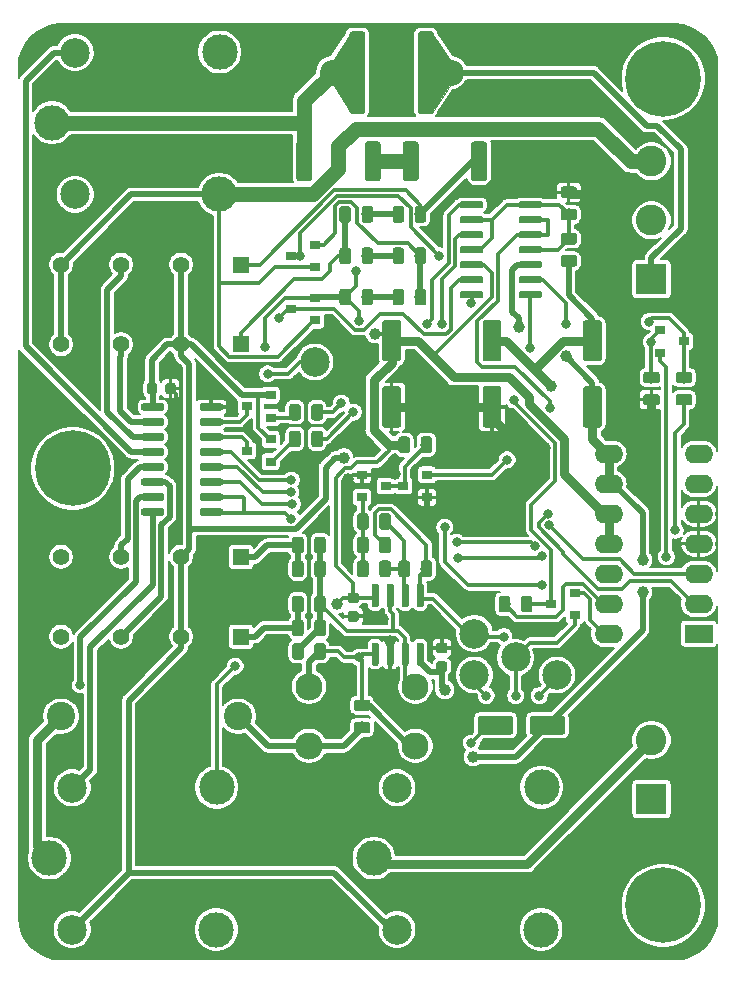
<source format=gbr>
%TF.GenerationSoftware,KiCad,Pcbnew,(5.1.2)-1*%
%TF.CreationDate,2019-07-03T22:54:06-07:00*%
%TF.ProjectId,Keithley1950,4b656974-686c-4657-9931-3935302e6b69,A*%
%TF.SameCoordinates,Original*%
%TF.FileFunction,Copper,L1,Top*%
%TF.FilePolarity,Positive*%
%FSLAX46Y46*%
G04 Gerber Fmt 4.6, Leading zero omitted, Abs format (unit mm)*
G04 Created by KiCad (PCBNEW (5.1.2)-1) date 2019-07-03 22:54:06*
%MOMM*%
%LPD*%
G04 APERTURE LIST*
%ADD10C,0.100000*%
%ADD11C,0.800000*%
%ADD12C,6.400000*%
%ADD13C,0.600000*%
%ADD14C,2.500000*%
%ADD15C,0.975000*%
%ADD16C,2.200000*%
%ADD17C,1.350000*%
%ADD18R,0.900000X0.800000*%
%ADD19C,3.000000*%
%ADD20R,1.400000X1.400000*%
%ADD21C,1.400000*%
%ADD22C,2.600000*%
%ADD23R,2.600000X2.600000*%
%ADD24O,2.400000X1.600000*%
%ADD25R,2.400000X1.600000*%
%ADD26C,2.300000*%
%ADD27C,2.400000*%
%ADD28C,0.875000*%
%ADD29C,1.600000*%
%ADD30C,1.000000*%
%ADD31C,0.500000*%
%ADD32C,0.300000*%
%ADD33C,0.800000*%
%ADD34C,1.300000*%
%ADD35C,0.190000*%
G04 APERTURE END LIST*
D10*
G36*
X65400000Y-21100000D02*
G01*
X67000000Y-23500000D01*
X67000000Y-25500000D01*
X65400000Y-27900000D01*
X65400000Y-21100000D01*
G37*
X65400000Y-21100000D02*
X67000000Y-23500000D01*
X67000000Y-25500000D01*
X65400000Y-27900000D01*
X65400000Y-21100000D01*
G36*
X57000000Y-23500000D02*
G01*
X58600000Y-21100000D01*
X58600000Y-27900000D01*
X57000000Y-25500000D01*
X57000000Y-23500000D01*
G37*
X57000000Y-23500000D02*
X58600000Y-21100000D01*
X58600000Y-27900000D01*
X57000000Y-25500000D01*
X57000000Y-23500000D01*
D11*
X86697056Y-23302944D03*
X85000000Y-22600000D03*
X83302944Y-23302944D03*
X82600000Y-25000000D03*
X83302944Y-26697056D03*
X85000000Y-27400000D03*
X86697056Y-26697056D03*
X87400000Y-25000000D03*
D12*
X85000000Y-25000000D03*
D11*
X36697056Y-56302944D03*
X35000000Y-55600000D03*
X33302944Y-56302944D03*
X32600000Y-58000000D03*
X33302944Y-59697056D03*
X35000000Y-60400000D03*
X36697056Y-59697056D03*
X37400000Y-58000000D03*
D12*
X35000000Y-58000000D03*
D11*
X86697056Y-93302944D03*
X85000000Y-92600000D03*
X83302944Y-93302944D03*
X82600000Y-95000000D03*
X83302944Y-96697056D03*
X85000000Y-97400000D03*
X86697056Y-96697056D03*
X87400000Y-95000000D03*
D12*
X85000000Y-95000000D03*
D10*
G36*
X64569703Y-72750722D02*
G01*
X64584264Y-72752882D01*
X64598543Y-72756459D01*
X64612403Y-72761418D01*
X64625710Y-72767712D01*
X64638336Y-72775280D01*
X64650159Y-72784048D01*
X64661066Y-72793934D01*
X64670952Y-72804841D01*
X64679720Y-72816664D01*
X64687288Y-72829290D01*
X64693582Y-72842597D01*
X64698541Y-72856457D01*
X64702118Y-72870736D01*
X64704278Y-72885297D01*
X64705000Y-72900000D01*
X64705000Y-74550000D01*
X64704278Y-74564703D01*
X64702118Y-74579264D01*
X64698541Y-74593543D01*
X64693582Y-74607403D01*
X64687288Y-74620710D01*
X64679720Y-74633336D01*
X64670952Y-74645159D01*
X64661066Y-74656066D01*
X64650159Y-74665952D01*
X64638336Y-74674720D01*
X64625710Y-74682288D01*
X64612403Y-74688582D01*
X64598543Y-74693541D01*
X64584264Y-74697118D01*
X64569703Y-74699278D01*
X64555000Y-74700000D01*
X64255000Y-74700000D01*
X64240297Y-74699278D01*
X64225736Y-74697118D01*
X64211457Y-74693541D01*
X64197597Y-74688582D01*
X64184290Y-74682288D01*
X64171664Y-74674720D01*
X64159841Y-74665952D01*
X64148934Y-74656066D01*
X64139048Y-74645159D01*
X64130280Y-74633336D01*
X64122712Y-74620710D01*
X64116418Y-74607403D01*
X64111459Y-74593543D01*
X64107882Y-74579264D01*
X64105722Y-74564703D01*
X64105000Y-74550000D01*
X64105000Y-72900000D01*
X64105722Y-72885297D01*
X64107882Y-72870736D01*
X64111459Y-72856457D01*
X64116418Y-72842597D01*
X64122712Y-72829290D01*
X64130280Y-72816664D01*
X64139048Y-72804841D01*
X64148934Y-72793934D01*
X64159841Y-72784048D01*
X64171664Y-72775280D01*
X64184290Y-72767712D01*
X64197597Y-72761418D01*
X64211457Y-72756459D01*
X64225736Y-72752882D01*
X64240297Y-72750722D01*
X64255000Y-72750000D01*
X64555000Y-72750000D01*
X64569703Y-72750722D01*
X64569703Y-72750722D01*
G37*
D13*
X64405000Y-73725000D03*
D10*
G36*
X63299703Y-72750722D02*
G01*
X63314264Y-72752882D01*
X63328543Y-72756459D01*
X63342403Y-72761418D01*
X63355710Y-72767712D01*
X63368336Y-72775280D01*
X63380159Y-72784048D01*
X63391066Y-72793934D01*
X63400952Y-72804841D01*
X63409720Y-72816664D01*
X63417288Y-72829290D01*
X63423582Y-72842597D01*
X63428541Y-72856457D01*
X63432118Y-72870736D01*
X63434278Y-72885297D01*
X63435000Y-72900000D01*
X63435000Y-74550000D01*
X63434278Y-74564703D01*
X63432118Y-74579264D01*
X63428541Y-74593543D01*
X63423582Y-74607403D01*
X63417288Y-74620710D01*
X63409720Y-74633336D01*
X63400952Y-74645159D01*
X63391066Y-74656066D01*
X63380159Y-74665952D01*
X63368336Y-74674720D01*
X63355710Y-74682288D01*
X63342403Y-74688582D01*
X63328543Y-74693541D01*
X63314264Y-74697118D01*
X63299703Y-74699278D01*
X63285000Y-74700000D01*
X62985000Y-74700000D01*
X62970297Y-74699278D01*
X62955736Y-74697118D01*
X62941457Y-74693541D01*
X62927597Y-74688582D01*
X62914290Y-74682288D01*
X62901664Y-74674720D01*
X62889841Y-74665952D01*
X62878934Y-74656066D01*
X62869048Y-74645159D01*
X62860280Y-74633336D01*
X62852712Y-74620710D01*
X62846418Y-74607403D01*
X62841459Y-74593543D01*
X62837882Y-74579264D01*
X62835722Y-74564703D01*
X62835000Y-74550000D01*
X62835000Y-72900000D01*
X62835722Y-72885297D01*
X62837882Y-72870736D01*
X62841459Y-72856457D01*
X62846418Y-72842597D01*
X62852712Y-72829290D01*
X62860280Y-72816664D01*
X62869048Y-72804841D01*
X62878934Y-72793934D01*
X62889841Y-72784048D01*
X62901664Y-72775280D01*
X62914290Y-72767712D01*
X62927597Y-72761418D01*
X62941457Y-72756459D01*
X62955736Y-72752882D01*
X62970297Y-72750722D01*
X62985000Y-72750000D01*
X63285000Y-72750000D01*
X63299703Y-72750722D01*
X63299703Y-72750722D01*
G37*
D13*
X63135000Y-73725000D03*
D10*
G36*
X62029703Y-72750722D02*
G01*
X62044264Y-72752882D01*
X62058543Y-72756459D01*
X62072403Y-72761418D01*
X62085710Y-72767712D01*
X62098336Y-72775280D01*
X62110159Y-72784048D01*
X62121066Y-72793934D01*
X62130952Y-72804841D01*
X62139720Y-72816664D01*
X62147288Y-72829290D01*
X62153582Y-72842597D01*
X62158541Y-72856457D01*
X62162118Y-72870736D01*
X62164278Y-72885297D01*
X62165000Y-72900000D01*
X62165000Y-74550000D01*
X62164278Y-74564703D01*
X62162118Y-74579264D01*
X62158541Y-74593543D01*
X62153582Y-74607403D01*
X62147288Y-74620710D01*
X62139720Y-74633336D01*
X62130952Y-74645159D01*
X62121066Y-74656066D01*
X62110159Y-74665952D01*
X62098336Y-74674720D01*
X62085710Y-74682288D01*
X62072403Y-74688582D01*
X62058543Y-74693541D01*
X62044264Y-74697118D01*
X62029703Y-74699278D01*
X62015000Y-74700000D01*
X61715000Y-74700000D01*
X61700297Y-74699278D01*
X61685736Y-74697118D01*
X61671457Y-74693541D01*
X61657597Y-74688582D01*
X61644290Y-74682288D01*
X61631664Y-74674720D01*
X61619841Y-74665952D01*
X61608934Y-74656066D01*
X61599048Y-74645159D01*
X61590280Y-74633336D01*
X61582712Y-74620710D01*
X61576418Y-74607403D01*
X61571459Y-74593543D01*
X61567882Y-74579264D01*
X61565722Y-74564703D01*
X61565000Y-74550000D01*
X61565000Y-72900000D01*
X61565722Y-72885297D01*
X61567882Y-72870736D01*
X61571459Y-72856457D01*
X61576418Y-72842597D01*
X61582712Y-72829290D01*
X61590280Y-72816664D01*
X61599048Y-72804841D01*
X61608934Y-72793934D01*
X61619841Y-72784048D01*
X61631664Y-72775280D01*
X61644290Y-72767712D01*
X61657597Y-72761418D01*
X61671457Y-72756459D01*
X61685736Y-72752882D01*
X61700297Y-72750722D01*
X61715000Y-72750000D01*
X62015000Y-72750000D01*
X62029703Y-72750722D01*
X62029703Y-72750722D01*
G37*
D13*
X61865000Y-73725000D03*
D10*
G36*
X60759703Y-72750722D02*
G01*
X60774264Y-72752882D01*
X60788543Y-72756459D01*
X60802403Y-72761418D01*
X60815710Y-72767712D01*
X60828336Y-72775280D01*
X60840159Y-72784048D01*
X60851066Y-72793934D01*
X60860952Y-72804841D01*
X60869720Y-72816664D01*
X60877288Y-72829290D01*
X60883582Y-72842597D01*
X60888541Y-72856457D01*
X60892118Y-72870736D01*
X60894278Y-72885297D01*
X60895000Y-72900000D01*
X60895000Y-74550000D01*
X60894278Y-74564703D01*
X60892118Y-74579264D01*
X60888541Y-74593543D01*
X60883582Y-74607403D01*
X60877288Y-74620710D01*
X60869720Y-74633336D01*
X60860952Y-74645159D01*
X60851066Y-74656066D01*
X60840159Y-74665952D01*
X60828336Y-74674720D01*
X60815710Y-74682288D01*
X60802403Y-74688582D01*
X60788543Y-74693541D01*
X60774264Y-74697118D01*
X60759703Y-74699278D01*
X60745000Y-74700000D01*
X60445000Y-74700000D01*
X60430297Y-74699278D01*
X60415736Y-74697118D01*
X60401457Y-74693541D01*
X60387597Y-74688582D01*
X60374290Y-74682288D01*
X60361664Y-74674720D01*
X60349841Y-74665952D01*
X60338934Y-74656066D01*
X60329048Y-74645159D01*
X60320280Y-74633336D01*
X60312712Y-74620710D01*
X60306418Y-74607403D01*
X60301459Y-74593543D01*
X60297882Y-74579264D01*
X60295722Y-74564703D01*
X60295000Y-74550000D01*
X60295000Y-72900000D01*
X60295722Y-72885297D01*
X60297882Y-72870736D01*
X60301459Y-72856457D01*
X60306418Y-72842597D01*
X60312712Y-72829290D01*
X60320280Y-72816664D01*
X60329048Y-72804841D01*
X60338934Y-72793934D01*
X60349841Y-72784048D01*
X60361664Y-72775280D01*
X60374290Y-72767712D01*
X60387597Y-72761418D01*
X60401457Y-72756459D01*
X60415736Y-72752882D01*
X60430297Y-72750722D01*
X60445000Y-72750000D01*
X60745000Y-72750000D01*
X60759703Y-72750722D01*
X60759703Y-72750722D01*
G37*
D13*
X60595000Y-73725000D03*
D10*
G36*
X60759703Y-67800722D02*
G01*
X60774264Y-67802882D01*
X60788543Y-67806459D01*
X60802403Y-67811418D01*
X60815710Y-67817712D01*
X60828336Y-67825280D01*
X60840159Y-67834048D01*
X60851066Y-67843934D01*
X60860952Y-67854841D01*
X60869720Y-67866664D01*
X60877288Y-67879290D01*
X60883582Y-67892597D01*
X60888541Y-67906457D01*
X60892118Y-67920736D01*
X60894278Y-67935297D01*
X60895000Y-67950000D01*
X60895000Y-69600000D01*
X60894278Y-69614703D01*
X60892118Y-69629264D01*
X60888541Y-69643543D01*
X60883582Y-69657403D01*
X60877288Y-69670710D01*
X60869720Y-69683336D01*
X60860952Y-69695159D01*
X60851066Y-69706066D01*
X60840159Y-69715952D01*
X60828336Y-69724720D01*
X60815710Y-69732288D01*
X60802403Y-69738582D01*
X60788543Y-69743541D01*
X60774264Y-69747118D01*
X60759703Y-69749278D01*
X60745000Y-69750000D01*
X60445000Y-69750000D01*
X60430297Y-69749278D01*
X60415736Y-69747118D01*
X60401457Y-69743541D01*
X60387597Y-69738582D01*
X60374290Y-69732288D01*
X60361664Y-69724720D01*
X60349841Y-69715952D01*
X60338934Y-69706066D01*
X60329048Y-69695159D01*
X60320280Y-69683336D01*
X60312712Y-69670710D01*
X60306418Y-69657403D01*
X60301459Y-69643543D01*
X60297882Y-69629264D01*
X60295722Y-69614703D01*
X60295000Y-69600000D01*
X60295000Y-67950000D01*
X60295722Y-67935297D01*
X60297882Y-67920736D01*
X60301459Y-67906457D01*
X60306418Y-67892597D01*
X60312712Y-67879290D01*
X60320280Y-67866664D01*
X60329048Y-67854841D01*
X60338934Y-67843934D01*
X60349841Y-67834048D01*
X60361664Y-67825280D01*
X60374290Y-67817712D01*
X60387597Y-67811418D01*
X60401457Y-67806459D01*
X60415736Y-67802882D01*
X60430297Y-67800722D01*
X60445000Y-67800000D01*
X60745000Y-67800000D01*
X60759703Y-67800722D01*
X60759703Y-67800722D01*
G37*
D13*
X60595000Y-68775000D03*
D10*
G36*
X62029703Y-67800722D02*
G01*
X62044264Y-67802882D01*
X62058543Y-67806459D01*
X62072403Y-67811418D01*
X62085710Y-67817712D01*
X62098336Y-67825280D01*
X62110159Y-67834048D01*
X62121066Y-67843934D01*
X62130952Y-67854841D01*
X62139720Y-67866664D01*
X62147288Y-67879290D01*
X62153582Y-67892597D01*
X62158541Y-67906457D01*
X62162118Y-67920736D01*
X62164278Y-67935297D01*
X62165000Y-67950000D01*
X62165000Y-69600000D01*
X62164278Y-69614703D01*
X62162118Y-69629264D01*
X62158541Y-69643543D01*
X62153582Y-69657403D01*
X62147288Y-69670710D01*
X62139720Y-69683336D01*
X62130952Y-69695159D01*
X62121066Y-69706066D01*
X62110159Y-69715952D01*
X62098336Y-69724720D01*
X62085710Y-69732288D01*
X62072403Y-69738582D01*
X62058543Y-69743541D01*
X62044264Y-69747118D01*
X62029703Y-69749278D01*
X62015000Y-69750000D01*
X61715000Y-69750000D01*
X61700297Y-69749278D01*
X61685736Y-69747118D01*
X61671457Y-69743541D01*
X61657597Y-69738582D01*
X61644290Y-69732288D01*
X61631664Y-69724720D01*
X61619841Y-69715952D01*
X61608934Y-69706066D01*
X61599048Y-69695159D01*
X61590280Y-69683336D01*
X61582712Y-69670710D01*
X61576418Y-69657403D01*
X61571459Y-69643543D01*
X61567882Y-69629264D01*
X61565722Y-69614703D01*
X61565000Y-69600000D01*
X61565000Y-67950000D01*
X61565722Y-67935297D01*
X61567882Y-67920736D01*
X61571459Y-67906457D01*
X61576418Y-67892597D01*
X61582712Y-67879290D01*
X61590280Y-67866664D01*
X61599048Y-67854841D01*
X61608934Y-67843934D01*
X61619841Y-67834048D01*
X61631664Y-67825280D01*
X61644290Y-67817712D01*
X61657597Y-67811418D01*
X61671457Y-67806459D01*
X61685736Y-67802882D01*
X61700297Y-67800722D01*
X61715000Y-67800000D01*
X62015000Y-67800000D01*
X62029703Y-67800722D01*
X62029703Y-67800722D01*
G37*
D13*
X61865000Y-68775000D03*
D10*
G36*
X63299703Y-67800722D02*
G01*
X63314264Y-67802882D01*
X63328543Y-67806459D01*
X63342403Y-67811418D01*
X63355710Y-67817712D01*
X63368336Y-67825280D01*
X63380159Y-67834048D01*
X63391066Y-67843934D01*
X63400952Y-67854841D01*
X63409720Y-67866664D01*
X63417288Y-67879290D01*
X63423582Y-67892597D01*
X63428541Y-67906457D01*
X63432118Y-67920736D01*
X63434278Y-67935297D01*
X63435000Y-67950000D01*
X63435000Y-69600000D01*
X63434278Y-69614703D01*
X63432118Y-69629264D01*
X63428541Y-69643543D01*
X63423582Y-69657403D01*
X63417288Y-69670710D01*
X63409720Y-69683336D01*
X63400952Y-69695159D01*
X63391066Y-69706066D01*
X63380159Y-69715952D01*
X63368336Y-69724720D01*
X63355710Y-69732288D01*
X63342403Y-69738582D01*
X63328543Y-69743541D01*
X63314264Y-69747118D01*
X63299703Y-69749278D01*
X63285000Y-69750000D01*
X62985000Y-69750000D01*
X62970297Y-69749278D01*
X62955736Y-69747118D01*
X62941457Y-69743541D01*
X62927597Y-69738582D01*
X62914290Y-69732288D01*
X62901664Y-69724720D01*
X62889841Y-69715952D01*
X62878934Y-69706066D01*
X62869048Y-69695159D01*
X62860280Y-69683336D01*
X62852712Y-69670710D01*
X62846418Y-69657403D01*
X62841459Y-69643543D01*
X62837882Y-69629264D01*
X62835722Y-69614703D01*
X62835000Y-69600000D01*
X62835000Y-67950000D01*
X62835722Y-67935297D01*
X62837882Y-67920736D01*
X62841459Y-67906457D01*
X62846418Y-67892597D01*
X62852712Y-67879290D01*
X62860280Y-67866664D01*
X62869048Y-67854841D01*
X62878934Y-67843934D01*
X62889841Y-67834048D01*
X62901664Y-67825280D01*
X62914290Y-67817712D01*
X62927597Y-67811418D01*
X62941457Y-67806459D01*
X62955736Y-67802882D01*
X62970297Y-67800722D01*
X62985000Y-67800000D01*
X63285000Y-67800000D01*
X63299703Y-67800722D01*
X63299703Y-67800722D01*
G37*
D13*
X63135000Y-68775000D03*
D10*
G36*
X64569703Y-67800722D02*
G01*
X64584264Y-67802882D01*
X64598543Y-67806459D01*
X64612403Y-67811418D01*
X64625710Y-67817712D01*
X64638336Y-67825280D01*
X64650159Y-67834048D01*
X64661066Y-67843934D01*
X64670952Y-67854841D01*
X64679720Y-67866664D01*
X64687288Y-67879290D01*
X64693582Y-67892597D01*
X64698541Y-67906457D01*
X64702118Y-67920736D01*
X64704278Y-67935297D01*
X64705000Y-67950000D01*
X64705000Y-69600000D01*
X64704278Y-69614703D01*
X64702118Y-69629264D01*
X64698541Y-69643543D01*
X64693582Y-69657403D01*
X64687288Y-69670710D01*
X64679720Y-69683336D01*
X64670952Y-69695159D01*
X64661066Y-69706066D01*
X64650159Y-69715952D01*
X64638336Y-69724720D01*
X64625710Y-69732288D01*
X64612403Y-69738582D01*
X64598543Y-69743541D01*
X64584264Y-69747118D01*
X64569703Y-69749278D01*
X64555000Y-69750000D01*
X64255000Y-69750000D01*
X64240297Y-69749278D01*
X64225736Y-69747118D01*
X64211457Y-69743541D01*
X64197597Y-69738582D01*
X64184290Y-69732288D01*
X64171664Y-69724720D01*
X64159841Y-69715952D01*
X64148934Y-69706066D01*
X64139048Y-69695159D01*
X64130280Y-69683336D01*
X64122712Y-69670710D01*
X64116418Y-69657403D01*
X64111459Y-69643543D01*
X64107882Y-69629264D01*
X64105722Y-69614703D01*
X64105000Y-69600000D01*
X64105000Y-67950000D01*
X64105722Y-67935297D01*
X64107882Y-67920736D01*
X64111459Y-67906457D01*
X64116418Y-67892597D01*
X64122712Y-67879290D01*
X64130280Y-67866664D01*
X64139048Y-67854841D01*
X64148934Y-67843934D01*
X64159841Y-67834048D01*
X64171664Y-67825280D01*
X64184290Y-67817712D01*
X64197597Y-67811418D01*
X64211457Y-67806459D01*
X64225736Y-67802882D01*
X64240297Y-67800722D01*
X64255000Y-67800000D01*
X64555000Y-67800000D01*
X64569703Y-67800722D01*
X64569703Y-67800722D01*
G37*
D13*
X64405000Y-68775000D03*
D10*
G36*
X42614703Y-61395722D02*
G01*
X42629264Y-61397882D01*
X42643543Y-61401459D01*
X42657403Y-61406418D01*
X42670710Y-61412712D01*
X42683336Y-61420280D01*
X42695159Y-61429048D01*
X42706066Y-61438934D01*
X42715952Y-61449841D01*
X42724720Y-61461664D01*
X42732288Y-61474290D01*
X42738582Y-61487597D01*
X42743541Y-61501457D01*
X42747118Y-61515736D01*
X42749278Y-61530297D01*
X42750000Y-61545000D01*
X42750000Y-61845000D01*
X42749278Y-61859703D01*
X42747118Y-61874264D01*
X42743541Y-61888543D01*
X42738582Y-61902403D01*
X42732288Y-61915710D01*
X42724720Y-61928336D01*
X42715952Y-61940159D01*
X42706066Y-61951066D01*
X42695159Y-61960952D01*
X42683336Y-61969720D01*
X42670710Y-61977288D01*
X42657403Y-61983582D01*
X42643543Y-61988541D01*
X42629264Y-61992118D01*
X42614703Y-61994278D01*
X42600000Y-61995000D01*
X40950000Y-61995000D01*
X40935297Y-61994278D01*
X40920736Y-61992118D01*
X40906457Y-61988541D01*
X40892597Y-61983582D01*
X40879290Y-61977288D01*
X40866664Y-61969720D01*
X40854841Y-61960952D01*
X40843934Y-61951066D01*
X40834048Y-61940159D01*
X40825280Y-61928336D01*
X40817712Y-61915710D01*
X40811418Y-61902403D01*
X40806459Y-61888543D01*
X40802882Y-61874264D01*
X40800722Y-61859703D01*
X40800000Y-61845000D01*
X40800000Y-61545000D01*
X40800722Y-61530297D01*
X40802882Y-61515736D01*
X40806459Y-61501457D01*
X40811418Y-61487597D01*
X40817712Y-61474290D01*
X40825280Y-61461664D01*
X40834048Y-61449841D01*
X40843934Y-61438934D01*
X40854841Y-61429048D01*
X40866664Y-61420280D01*
X40879290Y-61412712D01*
X40892597Y-61406418D01*
X40906457Y-61401459D01*
X40920736Y-61397882D01*
X40935297Y-61395722D01*
X40950000Y-61395000D01*
X42600000Y-61395000D01*
X42614703Y-61395722D01*
X42614703Y-61395722D01*
G37*
D13*
X41775000Y-61695000D03*
D10*
G36*
X42614703Y-60125722D02*
G01*
X42629264Y-60127882D01*
X42643543Y-60131459D01*
X42657403Y-60136418D01*
X42670710Y-60142712D01*
X42683336Y-60150280D01*
X42695159Y-60159048D01*
X42706066Y-60168934D01*
X42715952Y-60179841D01*
X42724720Y-60191664D01*
X42732288Y-60204290D01*
X42738582Y-60217597D01*
X42743541Y-60231457D01*
X42747118Y-60245736D01*
X42749278Y-60260297D01*
X42750000Y-60275000D01*
X42750000Y-60575000D01*
X42749278Y-60589703D01*
X42747118Y-60604264D01*
X42743541Y-60618543D01*
X42738582Y-60632403D01*
X42732288Y-60645710D01*
X42724720Y-60658336D01*
X42715952Y-60670159D01*
X42706066Y-60681066D01*
X42695159Y-60690952D01*
X42683336Y-60699720D01*
X42670710Y-60707288D01*
X42657403Y-60713582D01*
X42643543Y-60718541D01*
X42629264Y-60722118D01*
X42614703Y-60724278D01*
X42600000Y-60725000D01*
X40950000Y-60725000D01*
X40935297Y-60724278D01*
X40920736Y-60722118D01*
X40906457Y-60718541D01*
X40892597Y-60713582D01*
X40879290Y-60707288D01*
X40866664Y-60699720D01*
X40854841Y-60690952D01*
X40843934Y-60681066D01*
X40834048Y-60670159D01*
X40825280Y-60658336D01*
X40817712Y-60645710D01*
X40811418Y-60632403D01*
X40806459Y-60618543D01*
X40802882Y-60604264D01*
X40800722Y-60589703D01*
X40800000Y-60575000D01*
X40800000Y-60275000D01*
X40800722Y-60260297D01*
X40802882Y-60245736D01*
X40806459Y-60231457D01*
X40811418Y-60217597D01*
X40817712Y-60204290D01*
X40825280Y-60191664D01*
X40834048Y-60179841D01*
X40843934Y-60168934D01*
X40854841Y-60159048D01*
X40866664Y-60150280D01*
X40879290Y-60142712D01*
X40892597Y-60136418D01*
X40906457Y-60131459D01*
X40920736Y-60127882D01*
X40935297Y-60125722D01*
X40950000Y-60125000D01*
X42600000Y-60125000D01*
X42614703Y-60125722D01*
X42614703Y-60125722D01*
G37*
D13*
X41775000Y-60425000D03*
D10*
G36*
X42614703Y-58855722D02*
G01*
X42629264Y-58857882D01*
X42643543Y-58861459D01*
X42657403Y-58866418D01*
X42670710Y-58872712D01*
X42683336Y-58880280D01*
X42695159Y-58889048D01*
X42706066Y-58898934D01*
X42715952Y-58909841D01*
X42724720Y-58921664D01*
X42732288Y-58934290D01*
X42738582Y-58947597D01*
X42743541Y-58961457D01*
X42747118Y-58975736D01*
X42749278Y-58990297D01*
X42750000Y-59005000D01*
X42750000Y-59305000D01*
X42749278Y-59319703D01*
X42747118Y-59334264D01*
X42743541Y-59348543D01*
X42738582Y-59362403D01*
X42732288Y-59375710D01*
X42724720Y-59388336D01*
X42715952Y-59400159D01*
X42706066Y-59411066D01*
X42695159Y-59420952D01*
X42683336Y-59429720D01*
X42670710Y-59437288D01*
X42657403Y-59443582D01*
X42643543Y-59448541D01*
X42629264Y-59452118D01*
X42614703Y-59454278D01*
X42600000Y-59455000D01*
X40950000Y-59455000D01*
X40935297Y-59454278D01*
X40920736Y-59452118D01*
X40906457Y-59448541D01*
X40892597Y-59443582D01*
X40879290Y-59437288D01*
X40866664Y-59429720D01*
X40854841Y-59420952D01*
X40843934Y-59411066D01*
X40834048Y-59400159D01*
X40825280Y-59388336D01*
X40817712Y-59375710D01*
X40811418Y-59362403D01*
X40806459Y-59348543D01*
X40802882Y-59334264D01*
X40800722Y-59319703D01*
X40800000Y-59305000D01*
X40800000Y-59005000D01*
X40800722Y-58990297D01*
X40802882Y-58975736D01*
X40806459Y-58961457D01*
X40811418Y-58947597D01*
X40817712Y-58934290D01*
X40825280Y-58921664D01*
X40834048Y-58909841D01*
X40843934Y-58898934D01*
X40854841Y-58889048D01*
X40866664Y-58880280D01*
X40879290Y-58872712D01*
X40892597Y-58866418D01*
X40906457Y-58861459D01*
X40920736Y-58857882D01*
X40935297Y-58855722D01*
X40950000Y-58855000D01*
X42600000Y-58855000D01*
X42614703Y-58855722D01*
X42614703Y-58855722D01*
G37*
D13*
X41775000Y-59155000D03*
D10*
G36*
X42614703Y-57585722D02*
G01*
X42629264Y-57587882D01*
X42643543Y-57591459D01*
X42657403Y-57596418D01*
X42670710Y-57602712D01*
X42683336Y-57610280D01*
X42695159Y-57619048D01*
X42706066Y-57628934D01*
X42715952Y-57639841D01*
X42724720Y-57651664D01*
X42732288Y-57664290D01*
X42738582Y-57677597D01*
X42743541Y-57691457D01*
X42747118Y-57705736D01*
X42749278Y-57720297D01*
X42750000Y-57735000D01*
X42750000Y-58035000D01*
X42749278Y-58049703D01*
X42747118Y-58064264D01*
X42743541Y-58078543D01*
X42738582Y-58092403D01*
X42732288Y-58105710D01*
X42724720Y-58118336D01*
X42715952Y-58130159D01*
X42706066Y-58141066D01*
X42695159Y-58150952D01*
X42683336Y-58159720D01*
X42670710Y-58167288D01*
X42657403Y-58173582D01*
X42643543Y-58178541D01*
X42629264Y-58182118D01*
X42614703Y-58184278D01*
X42600000Y-58185000D01*
X40950000Y-58185000D01*
X40935297Y-58184278D01*
X40920736Y-58182118D01*
X40906457Y-58178541D01*
X40892597Y-58173582D01*
X40879290Y-58167288D01*
X40866664Y-58159720D01*
X40854841Y-58150952D01*
X40843934Y-58141066D01*
X40834048Y-58130159D01*
X40825280Y-58118336D01*
X40817712Y-58105710D01*
X40811418Y-58092403D01*
X40806459Y-58078543D01*
X40802882Y-58064264D01*
X40800722Y-58049703D01*
X40800000Y-58035000D01*
X40800000Y-57735000D01*
X40800722Y-57720297D01*
X40802882Y-57705736D01*
X40806459Y-57691457D01*
X40811418Y-57677597D01*
X40817712Y-57664290D01*
X40825280Y-57651664D01*
X40834048Y-57639841D01*
X40843934Y-57628934D01*
X40854841Y-57619048D01*
X40866664Y-57610280D01*
X40879290Y-57602712D01*
X40892597Y-57596418D01*
X40906457Y-57591459D01*
X40920736Y-57587882D01*
X40935297Y-57585722D01*
X40950000Y-57585000D01*
X42600000Y-57585000D01*
X42614703Y-57585722D01*
X42614703Y-57585722D01*
G37*
D13*
X41775000Y-57885000D03*
D10*
G36*
X42614703Y-56315722D02*
G01*
X42629264Y-56317882D01*
X42643543Y-56321459D01*
X42657403Y-56326418D01*
X42670710Y-56332712D01*
X42683336Y-56340280D01*
X42695159Y-56349048D01*
X42706066Y-56358934D01*
X42715952Y-56369841D01*
X42724720Y-56381664D01*
X42732288Y-56394290D01*
X42738582Y-56407597D01*
X42743541Y-56421457D01*
X42747118Y-56435736D01*
X42749278Y-56450297D01*
X42750000Y-56465000D01*
X42750000Y-56765000D01*
X42749278Y-56779703D01*
X42747118Y-56794264D01*
X42743541Y-56808543D01*
X42738582Y-56822403D01*
X42732288Y-56835710D01*
X42724720Y-56848336D01*
X42715952Y-56860159D01*
X42706066Y-56871066D01*
X42695159Y-56880952D01*
X42683336Y-56889720D01*
X42670710Y-56897288D01*
X42657403Y-56903582D01*
X42643543Y-56908541D01*
X42629264Y-56912118D01*
X42614703Y-56914278D01*
X42600000Y-56915000D01*
X40950000Y-56915000D01*
X40935297Y-56914278D01*
X40920736Y-56912118D01*
X40906457Y-56908541D01*
X40892597Y-56903582D01*
X40879290Y-56897288D01*
X40866664Y-56889720D01*
X40854841Y-56880952D01*
X40843934Y-56871066D01*
X40834048Y-56860159D01*
X40825280Y-56848336D01*
X40817712Y-56835710D01*
X40811418Y-56822403D01*
X40806459Y-56808543D01*
X40802882Y-56794264D01*
X40800722Y-56779703D01*
X40800000Y-56765000D01*
X40800000Y-56465000D01*
X40800722Y-56450297D01*
X40802882Y-56435736D01*
X40806459Y-56421457D01*
X40811418Y-56407597D01*
X40817712Y-56394290D01*
X40825280Y-56381664D01*
X40834048Y-56369841D01*
X40843934Y-56358934D01*
X40854841Y-56349048D01*
X40866664Y-56340280D01*
X40879290Y-56332712D01*
X40892597Y-56326418D01*
X40906457Y-56321459D01*
X40920736Y-56317882D01*
X40935297Y-56315722D01*
X40950000Y-56315000D01*
X42600000Y-56315000D01*
X42614703Y-56315722D01*
X42614703Y-56315722D01*
G37*
D13*
X41775000Y-56615000D03*
D10*
G36*
X42614703Y-55045722D02*
G01*
X42629264Y-55047882D01*
X42643543Y-55051459D01*
X42657403Y-55056418D01*
X42670710Y-55062712D01*
X42683336Y-55070280D01*
X42695159Y-55079048D01*
X42706066Y-55088934D01*
X42715952Y-55099841D01*
X42724720Y-55111664D01*
X42732288Y-55124290D01*
X42738582Y-55137597D01*
X42743541Y-55151457D01*
X42747118Y-55165736D01*
X42749278Y-55180297D01*
X42750000Y-55195000D01*
X42750000Y-55495000D01*
X42749278Y-55509703D01*
X42747118Y-55524264D01*
X42743541Y-55538543D01*
X42738582Y-55552403D01*
X42732288Y-55565710D01*
X42724720Y-55578336D01*
X42715952Y-55590159D01*
X42706066Y-55601066D01*
X42695159Y-55610952D01*
X42683336Y-55619720D01*
X42670710Y-55627288D01*
X42657403Y-55633582D01*
X42643543Y-55638541D01*
X42629264Y-55642118D01*
X42614703Y-55644278D01*
X42600000Y-55645000D01*
X40950000Y-55645000D01*
X40935297Y-55644278D01*
X40920736Y-55642118D01*
X40906457Y-55638541D01*
X40892597Y-55633582D01*
X40879290Y-55627288D01*
X40866664Y-55619720D01*
X40854841Y-55610952D01*
X40843934Y-55601066D01*
X40834048Y-55590159D01*
X40825280Y-55578336D01*
X40817712Y-55565710D01*
X40811418Y-55552403D01*
X40806459Y-55538543D01*
X40802882Y-55524264D01*
X40800722Y-55509703D01*
X40800000Y-55495000D01*
X40800000Y-55195000D01*
X40800722Y-55180297D01*
X40802882Y-55165736D01*
X40806459Y-55151457D01*
X40811418Y-55137597D01*
X40817712Y-55124290D01*
X40825280Y-55111664D01*
X40834048Y-55099841D01*
X40843934Y-55088934D01*
X40854841Y-55079048D01*
X40866664Y-55070280D01*
X40879290Y-55062712D01*
X40892597Y-55056418D01*
X40906457Y-55051459D01*
X40920736Y-55047882D01*
X40935297Y-55045722D01*
X40950000Y-55045000D01*
X42600000Y-55045000D01*
X42614703Y-55045722D01*
X42614703Y-55045722D01*
G37*
D13*
X41775000Y-55345000D03*
D10*
G36*
X42614703Y-53775722D02*
G01*
X42629264Y-53777882D01*
X42643543Y-53781459D01*
X42657403Y-53786418D01*
X42670710Y-53792712D01*
X42683336Y-53800280D01*
X42695159Y-53809048D01*
X42706066Y-53818934D01*
X42715952Y-53829841D01*
X42724720Y-53841664D01*
X42732288Y-53854290D01*
X42738582Y-53867597D01*
X42743541Y-53881457D01*
X42747118Y-53895736D01*
X42749278Y-53910297D01*
X42750000Y-53925000D01*
X42750000Y-54225000D01*
X42749278Y-54239703D01*
X42747118Y-54254264D01*
X42743541Y-54268543D01*
X42738582Y-54282403D01*
X42732288Y-54295710D01*
X42724720Y-54308336D01*
X42715952Y-54320159D01*
X42706066Y-54331066D01*
X42695159Y-54340952D01*
X42683336Y-54349720D01*
X42670710Y-54357288D01*
X42657403Y-54363582D01*
X42643543Y-54368541D01*
X42629264Y-54372118D01*
X42614703Y-54374278D01*
X42600000Y-54375000D01*
X40950000Y-54375000D01*
X40935297Y-54374278D01*
X40920736Y-54372118D01*
X40906457Y-54368541D01*
X40892597Y-54363582D01*
X40879290Y-54357288D01*
X40866664Y-54349720D01*
X40854841Y-54340952D01*
X40843934Y-54331066D01*
X40834048Y-54320159D01*
X40825280Y-54308336D01*
X40817712Y-54295710D01*
X40811418Y-54282403D01*
X40806459Y-54268543D01*
X40802882Y-54254264D01*
X40800722Y-54239703D01*
X40800000Y-54225000D01*
X40800000Y-53925000D01*
X40800722Y-53910297D01*
X40802882Y-53895736D01*
X40806459Y-53881457D01*
X40811418Y-53867597D01*
X40817712Y-53854290D01*
X40825280Y-53841664D01*
X40834048Y-53829841D01*
X40843934Y-53818934D01*
X40854841Y-53809048D01*
X40866664Y-53800280D01*
X40879290Y-53792712D01*
X40892597Y-53786418D01*
X40906457Y-53781459D01*
X40920736Y-53777882D01*
X40935297Y-53775722D01*
X40950000Y-53775000D01*
X42600000Y-53775000D01*
X42614703Y-53775722D01*
X42614703Y-53775722D01*
G37*
D13*
X41775000Y-54075000D03*
D10*
G36*
X42614703Y-52505722D02*
G01*
X42629264Y-52507882D01*
X42643543Y-52511459D01*
X42657403Y-52516418D01*
X42670710Y-52522712D01*
X42683336Y-52530280D01*
X42695159Y-52539048D01*
X42706066Y-52548934D01*
X42715952Y-52559841D01*
X42724720Y-52571664D01*
X42732288Y-52584290D01*
X42738582Y-52597597D01*
X42743541Y-52611457D01*
X42747118Y-52625736D01*
X42749278Y-52640297D01*
X42750000Y-52655000D01*
X42750000Y-52955000D01*
X42749278Y-52969703D01*
X42747118Y-52984264D01*
X42743541Y-52998543D01*
X42738582Y-53012403D01*
X42732288Y-53025710D01*
X42724720Y-53038336D01*
X42715952Y-53050159D01*
X42706066Y-53061066D01*
X42695159Y-53070952D01*
X42683336Y-53079720D01*
X42670710Y-53087288D01*
X42657403Y-53093582D01*
X42643543Y-53098541D01*
X42629264Y-53102118D01*
X42614703Y-53104278D01*
X42600000Y-53105000D01*
X40950000Y-53105000D01*
X40935297Y-53104278D01*
X40920736Y-53102118D01*
X40906457Y-53098541D01*
X40892597Y-53093582D01*
X40879290Y-53087288D01*
X40866664Y-53079720D01*
X40854841Y-53070952D01*
X40843934Y-53061066D01*
X40834048Y-53050159D01*
X40825280Y-53038336D01*
X40817712Y-53025710D01*
X40811418Y-53012403D01*
X40806459Y-52998543D01*
X40802882Y-52984264D01*
X40800722Y-52969703D01*
X40800000Y-52955000D01*
X40800000Y-52655000D01*
X40800722Y-52640297D01*
X40802882Y-52625736D01*
X40806459Y-52611457D01*
X40811418Y-52597597D01*
X40817712Y-52584290D01*
X40825280Y-52571664D01*
X40834048Y-52559841D01*
X40843934Y-52548934D01*
X40854841Y-52539048D01*
X40866664Y-52530280D01*
X40879290Y-52522712D01*
X40892597Y-52516418D01*
X40906457Y-52511459D01*
X40920736Y-52507882D01*
X40935297Y-52505722D01*
X40950000Y-52505000D01*
X42600000Y-52505000D01*
X42614703Y-52505722D01*
X42614703Y-52505722D01*
G37*
D13*
X41775000Y-52805000D03*
D10*
G36*
X47564703Y-52505722D02*
G01*
X47579264Y-52507882D01*
X47593543Y-52511459D01*
X47607403Y-52516418D01*
X47620710Y-52522712D01*
X47633336Y-52530280D01*
X47645159Y-52539048D01*
X47656066Y-52548934D01*
X47665952Y-52559841D01*
X47674720Y-52571664D01*
X47682288Y-52584290D01*
X47688582Y-52597597D01*
X47693541Y-52611457D01*
X47697118Y-52625736D01*
X47699278Y-52640297D01*
X47700000Y-52655000D01*
X47700000Y-52955000D01*
X47699278Y-52969703D01*
X47697118Y-52984264D01*
X47693541Y-52998543D01*
X47688582Y-53012403D01*
X47682288Y-53025710D01*
X47674720Y-53038336D01*
X47665952Y-53050159D01*
X47656066Y-53061066D01*
X47645159Y-53070952D01*
X47633336Y-53079720D01*
X47620710Y-53087288D01*
X47607403Y-53093582D01*
X47593543Y-53098541D01*
X47579264Y-53102118D01*
X47564703Y-53104278D01*
X47550000Y-53105000D01*
X45900000Y-53105000D01*
X45885297Y-53104278D01*
X45870736Y-53102118D01*
X45856457Y-53098541D01*
X45842597Y-53093582D01*
X45829290Y-53087288D01*
X45816664Y-53079720D01*
X45804841Y-53070952D01*
X45793934Y-53061066D01*
X45784048Y-53050159D01*
X45775280Y-53038336D01*
X45767712Y-53025710D01*
X45761418Y-53012403D01*
X45756459Y-52998543D01*
X45752882Y-52984264D01*
X45750722Y-52969703D01*
X45750000Y-52955000D01*
X45750000Y-52655000D01*
X45750722Y-52640297D01*
X45752882Y-52625736D01*
X45756459Y-52611457D01*
X45761418Y-52597597D01*
X45767712Y-52584290D01*
X45775280Y-52571664D01*
X45784048Y-52559841D01*
X45793934Y-52548934D01*
X45804841Y-52539048D01*
X45816664Y-52530280D01*
X45829290Y-52522712D01*
X45842597Y-52516418D01*
X45856457Y-52511459D01*
X45870736Y-52507882D01*
X45885297Y-52505722D01*
X45900000Y-52505000D01*
X47550000Y-52505000D01*
X47564703Y-52505722D01*
X47564703Y-52505722D01*
G37*
D13*
X46725000Y-52805000D03*
D10*
G36*
X47564703Y-53775722D02*
G01*
X47579264Y-53777882D01*
X47593543Y-53781459D01*
X47607403Y-53786418D01*
X47620710Y-53792712D01*
X47633336Y-53800280D01*
X47645159Y-53809048D01*
X47656066Y-53818934D01*
X47665952Y-53829841D01*
X47674720Y-53841664D01*
X47682288Y-53854290D01*
X47688582Y-53867597D01*
X47693541Y-53881457D01*
X47697118Y-53895736D01*
X47699278Y-53910297D01*
X47700000Y-53925000D01*
X47700000Y-54225000D01*
X47699278Y-54239703D01*
X47697118Y-54254264D01*
X47693541Y-54268543D01*
X47688582Y-54282403D01*
X47682288Y-54295710D01*
X47674720Y-54308336D01*
X47665952Y-54320159D01*
X47656066Y-54331066D01*
X47645159Y-54340952D01*
X47633336Y-54349720D01*
X47620710Y-54357288D01*
X47607403Y-54363582D01*
X47593543Y-54368541D01*
X47579264Y-54372118D01*
X47564703Y-54374278D01*
X47550000Y-54375000D01*
X45900000Y-54375000D01*
X45885297Y-54374278D01*
X45870736Y-54372118D01*
X45856457Y-54368541D01*
X45842597Y-54363582D01*
X45829290Y-54357288D01*
X45816664Y-54349720D01*
X45804841Y-54340952D01*
X45793934Y-54331066D01*
X45784048Y-54320159D01*
X45775280Y-54308336D01*
X45767712Y-54295710D01*
X45761418Y-54282403D01*
X45756459Y-54268543D01*
X45752882Y-54254264D01*
X45750722Y-54239703D01*
X45750000Y-54225000D01*
X45750000Y-53925000D01*
X45750722Y-53910297D01*
X45752882Y-53895736D01*
X45756459Y-53881457D01*
X45761418Y-53867597D01*
X45767712Y-53854290D01*
X45775280Y-53841664D01*
X45784048Y-53829841D01*
X45793934Y-53818934D01*
X45804841Y-53809048D01*
X45816664Y-53800280D01*
X45829290Y-53792712D01*
X45842597Y-53786418D01*
X45856457Y-53781459D01*
X45870736Y-53777882D01*
X45885297Y-53775722D01*
X45900000Y-53775000D01*
X47550000Y-53775000D01*
X47564703Y-53775722D01*
X47564703Y-53775722D01*
G37*
D13*
X46725000Y-54075000D03*
D10*
G36*
X47564703Y-55045722D02*
G01*
X47579264Y-55047882D01*
X47593543Y-55051459D01*
X47607403Y-55056418D01*
X47620710Y-55062712D01*
X47633336Y-55070280D01*
X47645159Y-55079048D01*
X47656066Y-55088934D01*
X47665952Y-55099841D01*
X47674720Y-55111664D01*
X47682288Y-55124290D01*
X47688582Y-55137597D01*
X47693541Y-55151457D01*
X47697118Y-55165736D01*
X47699278Y-55180297D01*
X47700000Y-55195000D01*
X47700000Y-55495000D01*
X47699278Y-55509703D01*
X47697118Y-55524264D01*
X47693541Y-55538543D01*
X47688582Y-55552403D01*
X47682288Y-55565710D01*
X47674720Y-55578336D01*
X47665952Y-55590159D01*
X47656066Y-55601066D01*
X47645159Y-55610952D01*
X47633336Y-55619720D01*
X47620710Y-55627288D01*
X47607403Y-55633582D01*
X47593543Y-55638541D01*
X47579264Y-55642118D01*
X47564703Y-55644278D01*
X47550000Y-55645000D01*
X45900000Y-55645000D01*
X45885297Y-55644278D01*
X45870736Y-55642118D01*
X45856457Y-55638541D01*
X45842597Y-55633582D01*
X45829290Y-55627288D01*
X45816664Y-55619720D01*
X45804841Y-55610952D01*
X45793934Y-55601066D01*
X45784048Y-55590159D01*
X45775280Y-55578336D01*
X45767712Y-55565710D01*
X45761418Y-55552403D01*
X45756459Y-55538543D01*
X45752882Y-55524264D01*
X45750722Y-55509703D01*
X45750000Y-55495000D01*
X45750000Y-55195000D01*
X45750722Y-55180297D01*
X45752882Y-55165736D01*
X45756459Y-55151457D01*
X45761418Y-55137597D01*
X45767712Y-55124290D01*
X45775280Y-55111664D01*
X45784048Y-55099841D01*
X45793934Y-55088934D01*
X45804841Y-55079048D01*
X45816664Y-55070280D01*
X45829290Y-55062712D01*
X45842597Y-55056418D01*
X45856457Y-55051459D01*
X45870736Y-55047882D01*
X45885297Y-55045722D01*
X45900000Y-55045000D01*
X47550000Y-55045000D01*
X47564703Y-55045722D01*
X47564703Y-55045722D01*
G37*
D13*
X46725000Y-55345000D03*
D10*
G36*
X47564703Y-56315722D02*
G01*
X47579264Y-56317882D01*
X47593543Y-56321459D01*
X47607403Y-56326418D01*
X47620710Y-56332712D01*
X47633336Y-56340280D01*
X47645159Y-56349048D01*
X47656066Y-56358934D01*
X47665952Y-56369841D01*
X47674720Y-56381664D01*
X47682288Y-56394290D01*
X47688582Y-56407597D01*
X47693541Y-56421457D01*
X47697118Y-56435736D01*
X47699278Y-56450297D01*
X47700000Y-56465000D01*
X47700000Y-56765000D01*
X47699278Y-56779703D01*
X47697118Y-56794264D01*
X47693541Y-56808543D01*
X47688582Y-56822403D01*
X47682288Y-56835710D01*
X47674720Y-56848336D01*
X47665952Y-56860159D01*
X47656066Y-56871066D01*
X47645159Y-56880952D01*
X47633336Y-56889720D01*
X47620710Y-56897288D01*
X47607403Y-56903582D01*
X47593543Y-56908541D01*
X47579264Y-56912118D01*
X47564703Y-56914278D01*
X47550000Y-56915000D01*
X45900000Y-56915000D01*
X45885297Y-56914278D01*
X45870736Y-56912118D01*
X45856457Y-56908541D01*
X45842597Y-56903582D01*
X45829290Y-56897288D01*
X45816664Y-56889720D01*
X45804841Y-56880952D01*
X45793934Y-56871066D01*
X45784048Y-56860159D01*
X45775280Y-56848336D01*
X45767712Y-56835710D01*
X45761418Y-56822403D01*
X45756459Y-56808543D01*
X45752882Y-56794264D01*
X45750722Y-56779703D01*
X45750000Y-56765000D01*
X45750000Y-56465000D01*
X45750722Y-56450297D01*
X45752882Y-56435736D01*
X45756459Y-56421457D01*
X45761418Y-56407597D01*
X45767712Y-56394290D01*
X45775280Y-56381664D01*
X45784048Y-56369841D01*
X45793934Y-56358934D01*
X45804841Y-56349048D01*
X45816664Y-56340280D01*
X45829290Y-56332712D01*
X45842597Y-56326418D01*
X45856457Y-56321459D01*
X45870736Y-56317882D01*
X45885297Y-56315722D01*
X45900000Y-56315000D01*
X47550000Y-56315000D01*
X47564703Y-56315722D01*
X47564703Y-56315722D01*
G37*
D13*
X46725000Y-56615000D03*
D10*
G36*
X47564703Y-57585722D02*
G01*
X47579264Y-57587882D01*
X47593543Y-57591459D01*
X47607403Y-57596418D01*
X47620710Y-57602712D01*
X47633336Y-57610280D01*
X47645159Y-57619048D01*
X47656066Y-57628934D01*
X47665952Y-57639841D01*
X47674720Y-57651664D01*
X47682288Y-57664290D01*
X47688582Y-57677597D01*
X47693541Y-57691457D01*
X47697118Y-57705736D01*
X47699278Y-57720297D01*
X47700000Y-57735000D01*
X47700000Y-58035000D01*
X47699278Y-58049703D01*
X47697118Y-58064264D01*
X47693541Y-58078543D01*
X47688582Y-58092403D01*
X47682288Y-58105710D01*
X47674720Y-58118336D01*
X47665952Y-58130159D01*
X47656066Y-58141066D01*
X47645159Y-58150952D01*
X47633336Y-58159720D01*
X47620710Y-58167288D01*
X47607403Y-58173582D01*
X47593543Y-58178541D01*
X47579264Y-58182118D01*
X47564703Y-58184278D01*
X47550000Y-58185000D01*
X45900000Y-58185000D01*
X45885297Y-58184278D01*
X45870736Y-58182118D01*
X45856457Y-58178541D01*
X45842597Y-58173582D01*
X45829290Y-58167288D01*
X45816664Y-58159720D01*
X45804841Y-58150952D01*
X45793934Y-58141066D01*
X45784048Y-58130159D01*
X45775280Y-58118336D01*
X45767712Y-58105710D01*
X45761418Y-58092403D01*
X45756459Y-58078543D01*
X45752882Y-58064264D01*
X45750722Y-58049703D01*
X45750000Y-58035000D01*
X45750000Y-57735000D01*
X45750722Y-57720297D01*
X45752882Y-57705736D01*
X45756459Y-57691457D01*
X45761418Y-57677597D01*
X45767712Y-57664290D01*
X45775280Y-57651664D01*
X45784048Y-57639841D01*
X45793934Y-57628934D01*
X45804841Y-57619048D01*
X45816664Y-57610280D01*
X45829290Y-57602712D01*
X45842597Y-57596418D01*
X45856457Y-57591459D01*
X45870736Y-57587882D01*
X45885297Y-57585722D01*
X45900000Y-57585000D01*
X47550000Y-57585000D01*
X47564703Y-57585722D01*
X47564703Y-57585722D01*
G37*
D13*
X46725000Y-57885000D03*
D10*
G36*
X47564703Y-58855722D02*
G01*
X47579264Y-58857882D01*
X47593543Y-58861459D01*
X47607403Y-58866418D01*
X47620710Y-58872712D01*
X47633336Y-58880280D01*
X47645159Y-58889048D01*
X47656066Y-58898934D01*
X47665952Y-58909841D01*
X47674720Y-58921664D01*
X47682288Y-58934290D01*
X47688582Y-58947597D01*
X47693541Y-58961457D01*
X47697118Y-58975736D01*
X47699278Y-58990297D01*
X47700000Y-59005000D01*
X47700000Y-59305000D01*
X47699278Y-59319703D01*
X47697118Y-59334264D01*
X47693541Y-59348543D01*
X47688582Y-59362403D01*
X47682288Y-59375710D01*
X47674720Y-59388336D01*
X47665952Y-59400159D01*
X47656066Y-59411066D01*
X47645159Y-59420952D01*
X47633336Y-59429720D01*
X47620710Y-59437288D01*
X47607403Y-59443582D01*
X47593543Y-59448541D01*
X47579264Y-59452118D01*
X47564703Y-59454278D01*
X47550000Y-59455000D01*
X45900000Y-59455000D01*
X45885297Y-59454278D01*
X45870736Y-59452118D01*
X45856457Y-59448541D01*
X45842597Y-59443582D01*
X45829290Y-59437288D01*
X45816664Y-59429720D01*
X45804841Y-59420952D01*
X45793934Y-59411066D01*
X45784048Y-59400159D01*
X45775280Y-59388336D01*
X45767712Y-59375710D01*
X45761418Y-59362403D01*
X45756459Y-59348543D01*
X45752882Y-59334264D01*
X45750722Y-59319703D01*
X45750000Y-59305000D01*
X45750000Y-59005000D01*
X45750722Y-58990297D01*
X45752882Y-58975736D01*
X45756459Y-58961457D01*
X45761418Y-58947597D01*
X45767712Y-58934290D01*
X45775280Y-58921664D01*
X45784048Y-58909841D01*
X45793934Y-58898934D01*
X45804841Y-58889048D01*
X45816664Y-58880280D01*
X45829290Y-58872712D01*
X45842597Y-58866418D01*
X45856457Y-58861459D01*
X45870736Y-58857882D01*
X45885297Y-58855722D01*
X45900000Y-58855000D01*
X47550000Y-58855000D01*
X47564703Y-58855722D01*
X47564703Y-58855722D01*
G37*
D13*
X46725000Y-59155000D03*
D10*
G36*
X47564703Y-60125722D02*
G01*
X47579264Y-60127882D01*
X47593543Y-60131459D01*
X47607403Y-60136418D01*
X47620710Y-60142712D01*
X47633336Y-60150280D01*
X47645159Y-60159048D01*
X47656066Y-60168934D01*
X47665952Y-60179841D01*
X47674720Y-60191664D01*
X47682288Y-60204290D01*
X47688582Y-60217597D01*
X47693541Y-60231457D01*
X47697118Y-60245736D01*
X47699278Y-60260297D01*
X47700000Y-60275000D01*
X47700000Y-60575000D01*
X47699278Y-60589703D01*
X47697118Y-60604264D01*
X47693541Y-60618543D01*
X47688582Y-60632403D01*
X47682288Y-60645710D01*
X47674720Y-60658336D01*
X47665952Y-60670159D01*
X47656066Y-60681066D01*
X47645159Y-60690952D01*
X47633336Y-60699720D01*
X47620710Y-60707288D01*
X47607403Y-60713582D01*
X47593543Y-60718541D01*
X47579264Y-60722118D01*
X47564703Y-60724278D01*
X47550000Y-60725000D01*
X45900000Y-60725000D01*
X45885297Y-60724278D01*
X45870736Y-60722118D01*
X45856457Y-60718541D01*
X45842597Y-60713582D01*
X45829290Y-60707288D01*
X45816664Y-60699720D01*
X45804841Y-60690952D01*
X45793934Y-60681066D01*
X45784048Y-60670159D01*
X45775280Y-60658336D01*
X45767712Y-60645710D01*
X45761418Y-60632403D01*
X45756459Y-60618543D01*
X45752882Y-60604264D01*
X45750722Y-60589703D01*
X45750000Y-60575000D01*
X45750000Y-60275000D01*
X45750722Y-60260297D01*
X45752882Y-60245736D01*
X45756459Y-60231457D01*
X45761418Y-60217597D01*
X45767712Y-60204290D01*
X45775280Y-60191664D01*
X45784048Y-60179841D01*
X45793934Y-60168934D01*
X45804841Y-60159048D01*
X45816664Y-60150280D01*
X45829290Y-60142712D01*
X45842597Y-60136418D01*
X45856457Y-60131459D01*
X45870736Y-60127882D01*
X45885297Y-60125722D01*
X45900000Y-60125000D01*
X47550000Y-60125000D01*
X47564703Y-60125722D01*
X47564703Y-60125722D01*
G37*
D13*
X46725000Y-60425000D03*
D10*
G36*
X47564703Y-61395722D02*
G01*
X47579264Y-61397882D01*
X47593543Y-61401459D01*
X47607403Y-61406418D01*
X47620710Y-61412712D01*
X47633336Y-61420280D01*
X47645159Y-61429048D01*
X47656066Y-61438934D01*
X47665952Y-61449841D01*
X47674720Y-61461664D01*
X47682288Y-61474290D01*
X47688582Y-61487597D01*
X47693541Y-61501457D01*
X47697118Y-61515736D01*
X47699278Y-61530297D01*
X47700000Y-61545000D01*
X47700000Y-61845000D01*
X47699278Y-61859703D01*
X47697118Y-61874264D01*
X47693541Y-61888543D01*
X47688582Y-61902403D01*
X47682288Y-61915710D01*
X47674720Y-61928336D01*
X47665952Y-61940159D01*
X47656066Y-61951066D01*
X47645159Y-61960952D01*
X47633336Y-61969720D01*
X47620710Y-61977288D01*
X47607403Y-61983582D01*
X47593543Y-61988541D01*
X47579264Y-61992118D01*
X47564703Y-61994278D01*
X47550000Y-61995000D01*
X45900000Y-61995000D01*
X45885297Y-61994278D01*
X45870736Y-61992118D01*
X45856457Y-61988541D01*
X45842597Y-61983582D01*
X45829290Y-61977288D01*
X45816664Y-61969720D01*
X45804841Y-61960952D01*
X45793934Y-61951066D01*
X45784048Y-61940159D01*
X45775280Y-61928336D01*
X45767712Y-61915710D01*
X45761418Y-61902403D01*
X45756459Y-61888543D01*
X45752882Y-61874264D01*
X45750722Y-61859703D01*
X45750000Y-61845000D01*
X45750000Y-61545000D01*
X45750722Y-61530297D01*
X45752882Y-61515736D01*
X45756459Y-61501457D01*
X45761418Y-61487597D01*
X45767712Y-61474290D01*
X45775280Y-61461664D01*
X45784048Y-61449841D01*
X45793934Y-61438934D01*
X45804841Y-61429048D01*
X45816664Y-61420280D01*
X45829290Y-61412712D01*
X45842597Y-61406418D01*
X45856457Y-61401459D01*
X45870736Y-61397882D01*
X45885297Y-61395722D01*
X45900000Y-61395000D01*
X47550000Y-61395000D01*
X47564703Y-61395722D01*
X47564703Y-61395722D01*
G37*
D13*
X46725000Y-61695000D03*
D10*
G36*
X69614703Y-43010722D02*
G01*
X69629264Y-43012882D01*
X69643543Y-43016459D01*
X69657403Y-43021418D01*
X69670710Y-43027712D01*
X69683336Y-43035280D01*
X69695159Y-43044048D01*
X69706066Y-43053934D01*
X69715952Y-43064841D01*
X69724720Y-43076664D01*
X69732288Y-43089290D01*
X69738582Y-43102597D01*
X69743541Y-43116457D01*
X69747118Y-43130736D01*
X69749278Y-43145297D01*
X69750000Y-43160000D01*
X69750000Y-43460000D01*
X69749278Y-43474703D01*
X69747118Y-43489264D01*
X69743541Y-43503543D01*
X69738582Y-43517403D01*
X69732288Y-43530710D01*
X69724720Y-43543336D01*
X69715952Y-43555159D01*
X69706066Y-43566066D01*
X69695159Y-43575952D01*
X69683336Y-43584720D01*
X69670710Y-43592288D01*
X69657403Y-43598582D01*
X69643543Y-43603541D01*
X69629264Y-43607118D01*
X69614703Y-43609278D01*
X69600000Y-43610000D01*
X67950000Y-43610000D01*
X67935297Y-43609278D01*
X67920736Y-43607118D01*
X67906457Y-43603541D01*
X67892597Y-43598582D01*
X67879290Y-43592288D01*
X67866664Y-43584720D01*
X67854841Y-43575952D01*
X67843934Y-43566066D01*
X67834048Y-43555159D01*
X67825280Y-43543336D01*
X67817712Y-43530710D01*
X67811418Y-43517403D01*
X67806459Y-43503543D01*
X67802882Y-43489264D01*
X67800722Y-43474703D01*
X67800000Y-43460000D01*
X67800000Y-43160000D01*
X67800722Y-43145297D01*
X67802882Y-43130736D01*
X67806459Y-43116457D01*
X67811418Y-43102597D01*
X67817712Y-43089290D01*
X67825280Y-43076664D01*
X67834048Y-43064841D01*
X67843934Y-43053934D01*
X67854841Y-43044048D01*
X67866664Y-43035280D01*
X67879290Y-43027712D01*
X67892597Y-43021418D01*
X67906457Y-43016459D01*
X67920736Y-43012882D01*
X67935297Y-43010722D01*
X67950000Y-43010000D01*
X69600000Y-43010000D01*
X69614703Y-43010722D01*
X69614703Y-43010722D01*
G37*
D13*
X68775000Y-43310000D03*
D10*
G36*
X69614703Y-41740722D02*
G01*
X69629264Y-41742882D01*
X69643543Y-41746459D01*
X69657403Y-41751418D01*
X69670710Y-41757712D01*
X69683336Y-41765280D01*
X69695159Y-41774048D01*
X69706066Y-41783934D01*
X69715952Y-41794841D01*
X69724720Y-41806664D01*
X69732288Y-41819290D01*
X69738582Y-41832597D01*
X69743541Y-41846457D01*
X69747118Y-41860736D01*
X69749278Y-41875297D01*
X69750000Y-41890000D01*
X69750000Y-42190000D01*
X69749278Y-42204703D01*
X69747118Y-42219264D01*
X69743541Y-42233543D01*
X69738582Y-42247403D01*
X69732288Y-42260710D01*
X69724720Y-42273336D01*
X69715952Y-42285159D01*
X69706066Y-42296066D01*
X69695159Y-42305952D01*
X69683336Y-42314720D01*
X69670710Y-42322288D01*
X69657403Y-42328582D01*
X69643543Y-42333541D01*
X69629264Y-42337118D01*
X69614703Y-42339278D01*
X69600000Y-42340000D01*
X67950000Y-42340000D01*
X67935297Y-42339278D01*
X67920736Y-42337118D01*
X67906457Y-42333541D01*
X67892597Y-42328582D01*
X67879290Y-42322288D01*
X67866664Y-42314720D01*
X67854841Y-42305952D01*
X67843934Y-42296066D01*
X67834048Y-42285159D01*
X67825280Y-42273336D01*
X67817712Y-42260710D01*
X67811418Y-42247403D01*
X67806459Y-42233543D01*
X67802882Y-42219264D01*
X67800722Y-42204703D01*
X67800000Y-42190000D01*
X67800000Y-41890000D01*
X67800722Y-41875297D01*
X67802882Y-41860736D01*
X67806459Y-41846457D01*
X67811418Y-41832597D01*
X67817712Y-41819290D01*
X67825280Y-41806664D01*
X67834048Y-41794841D01*
X67843934Y-41783934D01*
X67854841Y-41774048D01*
X67866664Y-41765280D01*
X67879290Y-41757712D01*
X67892597Y-41751418D01*
X67906457Y-41746459D01*
X67920736Y-41742882D01*
X67935297Y-41740722D01*
X67950000Y-41740000D01*
X69600000Y-41740000D01*
X69614703Y-41740722D01*
X69614703Y-41740722D01*
G37*
D13*
X68775000Y-42040000D03*
D10*
G36*
X69614703Y-40470722D02*
G01*
X69629264Y-40472882D01*
X69643543Y-40476459D01*
X69657403Y-40481418D01*
X69670710Y-40487712D01*
X69683336Y-40495280D01*
X69695159Y-40504048D01*
X69706066Y-40513934D01*
X69715952Y-40524841D01*
X69724720Y-40536664D01*
X69732288Y-40549290D01*
X69738582Y-40562597D01*
X69743541Y-40576457D01*
X69747118Y-40590736D01*
X69749278Y-40605297D01*
X69750000Y-40620000D01*
X69750000Y-40920000D01*
X69749278Y-40934703D01*
X69747118Y-40949264D01*
X69743541Y-40963543D01*
X69738582Y-40977403D01*
X69732288Y-40990710D01*
X69724720Y-41003336D01*
X69715952Y-41015159D01*
X69706066Y-41026066D01*
X69695159Y-41035952D01*
X69683336Y-41044720D01*
X69670710Y-41052288D01*
X69657403Y-41058582D01*
X69643543Y-41063541D01*
X69629264Y-41067118D01*
X69614703Y-41069278D01*
X69600000Y-41070000D01*
X67950000Y-41070000D01*
X67935297Y-41069278D01*
X67920736Y-41067118D01*
X67906457Y-41063541D01*
X67892597Y-41058582D01*
X67879290Y-41052288D01*
X67866664Y-41044720D01*
X67854841Y-41035952D01*
X67843934Y-41026066D01*
X67834048Y-41015159D01*
X67825280Y-41003336D01*
X67817712Y-40990710D01*
X67811418Y-40977403D01*
X67806459Y-40963543D01*
X67802882Y-40949264D01*
X67800722Y-40934703D01*
X67800000Y-40920000D01*
X67800000Y-40620000D01*
X67800722Y-40605297D01*
X67802882Y-40590736D01*
X67806459Y-40576457D01*
X67811418Y-40562597D01*
X67817712Y-40549290D01*
X67825280Y-40536664D01*
X67834048Y-40524841D01*
X67843934Y-40513934D01*
X67854841Y-40504048D01*
X67866664Y-40495280D01*
X67879290Y-40487712D01*
X67892597Y-40481418D01*
X67906457Y-40476459D01*
X67920736Y-40472882D01*
X67935297Y-40470722D01*
X67950000Y-40470000D01*
X69600000Y-40470000D01*
X69614703Y-40470722D01*
X69614703Y-40470722D01*
G37*
D13*
X68775000Y-40770000D03*
D10*
G36*
X69614703Y-39200722D02*
G01*
X69629264Y-39202882D01*
X69643543Y-39206459D01*
X69657403Y-39211418D01*
X69670710Y-39217712D01*
X69683336Y-39225280D01*
X69695159Y-39234048D01*
X69706066Y-39243934D01*
X69715952Y-39254841D01*
X69724720Y-39266664D01*
X69732288Y-39279290D01*
X69738582Y-39292597D01*
X69743541Y-39306457D01*
X69747118Y-39320736D01*
X69749278Y-39335297D01*
X69750000Y-39350000D01*
X69750000Y-39650000D01*
X69749278Y-39664703D01*
X69747118Y-39679264D01*
X69743541Y-39693543D01*
X69738582Y-39707403D01*
X69732288Y-39720710D01*
X69724720Y-39733336D01*
X69715952Y-39745159D01*
X69706066Y-39756066D01*
X69695159Y-39765952D01*
X69683336Y-39774720D01*
X69670710Y-39782288D01*
X69657403Y-39788582D01*
X69643543Y-39793541D01*
X69629264Y-39797118D01*
X69614703Y-39799278D01*
X69600000Y-39800000D01*
X67950000Y-39800000D01*
X67935297Y-39799278D01*
X67920736Y-39797118D01*
X67906457Y-39793541D01*
X67892597Y-39788582D01*
X67879290Y-39782288D01*
X67866664Y-39774720D01*
X67854841Y-39765952D01*
X67843934Y-39756066D01*
X67834048Y-39745159D01*
X67825280Y-39733336D01*
X67817712Y-39720710D01*
X67811418Y-39707403D01*
X67806459Y-39693543D01*
X67802882Y-39679264D01*
X67800722Y-39664703D01*
X67800000Y-39650000D01*
X67800000Y-39350000D01*
X67800722Y-39335297D01*
X67802882Y-39320736D01*
X67806459Y-39306457D01*
X67811418Y-39292597D01*
X67817712Y-39279290D01*
X67825280Y-39266664D01*
X67834048Y-39254841D01*
X67843934Y-39243934D01*
X67854841Y-39234048D01*
X67866664Y-39225280D01*
X67879290Y-39217712D01*
X67892597Y-39211418D01*
X67906457Y-39206459D01*
X67920736Y-39202882D01*
X67935297Y-39200722D01*
X67950000Y-39200000D01*
X69600000Y-39200000D01*
X69614703Y-39200722D01*
X69614703Y-39200722D01*
G37*
D13*
X68775000Y-39500000D03*
D10*
G36*
X69614703Y-37930722D02*
G01*
X69629264Y-37932882D01*
X69643543Y-37936459D01*
X69657403Y-37941418D01*
X69670710Y-37947712D01*
X69683336Y-37955280D01*
X69695159Y-37964048D01*
X69706066Y-37973934D01*
X69715952Y-37984841D01*
X69724720Y-37996664D01*
X69732288Y-38009290D01*
X69738582Y-38022597D01*
X69743541Y-38036457D01*
X69747118Y-38050736D01*
X69749278Y-38065297D01*
X69750000Y-38080000D01*
X69750000Y-38380000D01*
X69749278Y-38394703D01*
X69747118Y-38409264D01*
X69743541Y-38423543D01*
X69738582Y-38437403D01*
X69732288Y-38450710D01*
X69724720Y-38463336D01*
X69715952Y-38475159D01*
X69706066Y-38486066D01*
X69695159Y-38495952D01*
X69683336Y-38504720D01*
X69670710Y-38512288D01*
X69657403Y-38518582D01*
X69643543Y-38523541D01*
X69629264Y-38527118D01*
X69614703Y-38529278D01*
X69600000Y-38530000D01*
X67950000Y-38530000D01*
X67935297Y-38529278D01*
X67920736Y-38527118D01*
X67906457Y-38523541D01*
X67892597Y-38518582D01*
X67879290Y-38512288D01*
X67866664Y-38504720D01*
X67854841Y-38495952D01*
X67843934Y-38486066D01*
X67834048Y-38475159D01*
X67825280Y-38463336D01*
X67817712Y-38450710D01*
X67811418Y-38437403D01*
X67806459Y-38423543D01*
X67802882Y-38409264D01*
X67800722Y-38394703D01*
X67800000Y-38380000D01*
X67800000Y-38080000D01*
X67800722Y-38065297D01*
X67802882Y-38050736D01*
X67806459Y-38036457D01*
X67811418Y-38022597D01*
X67817712Y-38009290D01*
X67825280Y-37996664D01*
X67834048Y-37984841D01*
X67843934Y-37973934D01*
X67854841Y-37964048D01*
X67866664Y-37955280D01*
X67879290Y-37947712D01*
X67892597Y-37941418D01*
X67906457Y-37936459D01*
X67920736Y-37932882D01*
X67935297Y-37930722D01*
X67950000Y-37930000D01*
X69600000Y-37930000D01*
X69614703Y-37930722D01*
X69614703Y-37930722D01*
G37*
D13*
X68775000Y-38230000D03*
D10*
G36*
X69614703Y-36660722D02*
G01*
X69629264Y-36662882D01*
X69643543Y-36666459D01*
X69657403Y-36671418D01*
X69670710Y-36677712D01*
X69683336Y-36685280D01*
X69695159Y-36694048D01*
X69706066Y-36703934D01*
X69715952Y-36714841D01*
X69724720Y-36726664D01*
X69732288Y-36739290D01*
X69738582Y-36752597D01*
X69743541Y-36766457D01*
X69747118Y-36780736D01*
X69749278Y-36795297D01*
X69750000Y-36810000D01*
X69750000Y-37110000D01*
X69749278Y-37124703D01*
X69747118Y-37139264D01*
X69743541Y-37153543D01*
X69738582Y-37167403D01*
X69732288Y-37180710D01*
X69724720Y-37193336D01*
X69715952Y-37205159D01*
X69706066Y-37216066D01*
X69695159Y-37225952D01*
X69683336Y-37234720D01*
X69670710Y-37242288D01*
X69657403Y-37248582D01*
X69643543Y-37253541D01*
X69629264Y-37257118D01*
X69614703Y-37259278D01*
X69600000Y-37260000D01*
X67950000Y-37260000D01*
X67935297Y-37259278D01*
X67920736Y-37257118D01*
X67906457Y-37253541D01*
X67892597Y-37248582D01*
X67879290Y-37242288D01*
X67866664Y-37234720D01*
X67854841Y-37225952D01*
X67843934Y-37216066D01*
X67834048Y-37205159D01*
X67825280Y-37193336D01*
X67817712Y-37180710D01*
X67811418Y-37167403D01*
X67806459Y-37153543D01*
X67802882Y-37139264D01*
X67800722Y-37124703D01*
X67800000Y-37110000D01*
X67800000Y-36810000D01*
X67800722Y-36795297D01*
X67802882Y-36780736D01*
X67806459Y-36766457D01*
X67811418Y-36752597D01*
X67817712Y-36739290D01*
X67825280Y-36726664D01*
X67834048Y-36714841D01*
X67843934Y-36703934D01*
X67854841Y-36694048D01*
X67866664Y-36685280D01*
X67879290Y-36677712D01*
X67892597Y-36671418D01*
X67906457Y-36666459D01*
X67920736Y-36662882D01*
X67935297Y-36660722D01*
X67950000Y-36660000D01*
X69600000Y-36660000D01*
X69614703Y-36660722D01*
X69614703Y-36660722D01*
G37*
D13*
X68775000Y-36960000D03*
D10*
G36*
X69614703Y-35390722D02*
G01*
X69629264Y-35392882D01*
X69643543Y-35396459D01*
X69657403Y-35401418D01*
X69670710Y-35407712D01*
X69683336Y-35415280D01*
X69695159Y-35424048D01*
X69706066Y-35433934D01*
X69715952Y-35444841D01*
X69724720Y-35456664D01*
X69732288Y-35469290D01*
X69738582Y-35482597D01*
X69743541Y-35496457D01*
X69747118Y-35510736D01*
X69749278Y-35525297D01*
X69750000Y-35540000D01*
X69750000Y-35840000D01*
X69749278Y-35854703D01*
X69747118Y-35869264D01*
X69743541Y-35883543D01*
X69738582Y-35897403D01*
X69732288Y-35910710D01*
X69724720Y-35923336D01*
X69715952Y-35935159D01*
X69706066Y-35946066D01*
X69695159Y-35955952D01*
X69683336Y-35964720D01*
X69670710Y-35972288D01*
X69657403Y-35978582D01*
X69643543Y-35983541D01*
X69629264Y-35987118D01*
X69614703Y-35989278D01*
X69600000Y-35990000D01*
X67950000Y-35990000D01*
X67935297Y-35989278D01*
X67920736Y-35987118D01*
X67906457Y-35983541D01*
X67892597Y-35978582D01*
X67879290Y-35972288D01*
X67866664Y-35964720D01*
X67854841Y-35955952D01*
X67843934Y-35946066D01*
X67834048Y-35935159D01*
X67825280Y-35923336D01*
X67817712Y-35910710D01*
X67811418Y-35897403D01*
X67806459Y-35883543D01*
X67802882Y-35869264D01*
X67800722Y-35854703D01*
X67800000Y-35840000D01*
X67800000Y-35540000D01*
X67800722Y-35525297D01*
X67802882Y-35510736D01*
X67806459Y-35496457D01*
X67811418Y-35482597D01*
X67817712Y-35469290D01*
X67825280Y-35456664D01*
X67834048Y-35444841D01*
X67843934Y-35433934D01*
X67854841Y-35424048D01*
X67866664Y-35415280D01*
X67879290Y-35407712D01*
X67892597Y-35401418D01*
X67906457Y-35396459D01*
X67920736Y-35392882D01*
X67935297Y-35390722D01*
X67950000Y-35390000D01*
X69600000Y-35390000D01*
X69614703Y-35390722D01*
X69614703Y-35390722D01*
G37*
D13*
X68775000Y-35690000D03*
D10*
G36*
X74564703Y-35390722D02*
G01*
X74579264Y-35392882D01*
X74593543Y-35396459D01*
X74607403Y-35401418D01*
X74620710Y-35407712D01*
X74633336Y-35415280D01*
X74645159Y-35424048D01*
X74656066Y-35433934D01*
X74665952Y-35444841D01*
X74674720Y-35456664D01*
X74682288Y-35469290D01*
X74688582Y-35482597D01*
X74693541Y-35496457D01*
X74697118Y-35510736D01*
X74699278Y-35525297D01*
X74700000Y-35540000D01*
X74700000Y-35840000D01*
X74699278Y-35854703D01*
X74697118Y-35869264D01*
X74693541Y-35883543D01*
X74688582Y-35897403D01*
X74682288Y-35910710D01*
X74674720Y-35923336D01*
X74665952Y-35935159D01*
X74656066Y-35946066D01*
X74645159Y-35955952D01*
X74633336Y-35964720D01*
X74620710Y-35972288D01*
X74607403Y-35978582D01*
X74593543Y-35983541D01*
X74579264Y-35987118D01*
X74564703Y-35989278D01*
X74550000Y-35990000D01*
X72900000Y-35990000D01*
X72885297Y-35989278D01*
X72870736Y-35987118D01*
X72856457Y-35983541D01*
X72842597Y-35978582D01*
X72829290Y-35972288D01*
X72816664Y-35964720D01*
X72804841Y-35955952D01*
X72793934Y-35946066D01*
X72784048Y-35935159D01*
X72775280Y-35923336D01*
X72767712Y-35910710D01*
X72761418Y-35897403D01*
X72756459Y-35883543D01*
X72752882Y-35869264D01*
X72750722Y-35854703D01*
X72750000Y-35840000D01*
X72750000Y-35540000D01*
X72750722Y-35525297D01*
X72752882Y-35510736D01*
X72756459Y-35496457D01*
X72761418Y-35482597D01*
X72767712Y-35469290D01*
X72775280Y-35456664D01*
X72784048Y-35444841D01*
X72793934Y-35433934D01*
X72804841Y-35424048D01*
X72816664Y-35415280D01*
X72829290Y-35407712D01*
X72842597Y-35401418D01*
X72856457Y-35396459D01*
X72870736Y-35392882D01*
X72885297Y-35390722D01*
X72900000Y-35390000D01*
X74550000Y-35390000D01*
X74564703Y-35390722D01*
X74564703Y-35390722D01*
G37*
D13*
X73725000Y-35690000D03*
D10*
G36*
X74564703Y-36660722D02*
G01*
X74579264Y-36662882D01*
X74593543Y-36666459D01*
X74607403Y-36671418D01*
X74620710Y-36677712D01*
X74633336Y-36685280D01*
X74645159Y-36694048D01*
X74656066Y-36703934D01*
X74665952Y-36714841D01*
X74674720Y-36726664D01*
X74682288Y-36739290D01*
X74688582Y-36752597D01*
X74693541Y-36766457D01*
X74697118Y-36780736D01*
X74699278Y-36795297D01*
X74700000Y-36810000D01*
X74700000Y-37110000D01*
X74699278Y-37124703D01*
X74697118Y-37139264D01*
X74693541Y-37153543D01*
X74688582Y-37167403D01*
X74682288Y-37180710D01*
X74674720Y-37193336D01*
X74665952Y-37205159D01*
X74656066Y-37216066D01*
X74645159Y-37225952D01*
X74633336Y-37234720D01*
X74620710Y-37242288D01*
X74607403Y-37248582D01*
X74593543Y-37253541D01*
X74579264Y-37257118D01*
X74564703Y-37259278D01*
X74550000Y-37260000D01*
X72900000Y-37260000D01*
X72885297Y-37259278D01*
X72870736Y-37257118D01*
X72856457Y-37253541D01*
X72842597Y-37248582D01*
X72829290Y-37242288D01*
X72816664Y-37234720D01*
X72804841Y-37225952D01*
X72793934Y-37216066D01*
X72784048Y-37205159D01*
X72775280Y-37193336D01*
X72767712Y-37180710D01*
X72761418Y-37167403D01*
X72756459Y-37153543D01*
X72752882Y-37139264D01*
X72750722Y-37124703D01*
X72750000Y-37110000D01*
X72750000Y-36810000D01*
X72750722Y-36795297D01*
X72752882Y-36780736D01*
X72756459Y-36766457D01*
X72761418Y-36752597D01*
X72767712Y-36739290D01*
X72775280Y-36726664D01*
X72784048Y-36714841D01*
X72793934Y-36703934D01*
X72804841Y-36694048D01*
X72816664Y-36685280D01*
X72829290Y-36677712D01*
X72842597Y-36671418D01*
X72856457Y-36666459D01*
X72870736Y-36662882D01*
X72885297Y-36660722D01*
X72900000Y-36660000D01*
X74550000Y-36660000D01*
X74564703Y-36660722D01*
X74564703Y-36660722D01*
G37*
D13*
X73725000Y-36960000D03*
D10*
G36*
X74564703Y-37930722D02*
G01*
X74579264Y-37932882D01*
X74593543Y-37936459D01*
X74607403Y-37941418D01*
X74620710Y-37947712D01*
X74633336Y-37955280D01*
X74645159Y-37964048D01*
X74656066Y-37973934D01*
X74665952Y-37984841D01*
X74674720Y-37996664D01*
X74682288Y-38009290D01*
X74688582Y-38022597D01*
X74693541Y-38036457D01*
X74697118Y-38050736D01*
X74699278Y-38065297D01*
X74700000Y-38080000D01*
X74700000Y-38380000D01*
X74699278Y-38394703D01*
X74697118Y-38409264D01*
X74693541Y-38423543D01*
X74688582Y-38437403D01*
X74682288Y-38450710D01*
X74674720Y-38463336D01*
X74665952Y-38475159D01*
X74656066Y-38486066D01*
X74645159Y-38495952D01*
X74633336Y-38504720D01*
X74620710Y-38512288D01*
X74607403Y-38518582D01*
X74593543Y-38523541D01*
X74579264Y-38527118D01*
X74564703Y-38529278D01*
X74550000Y-38530000D01*
X72900000Y-38530000D01*
X72885297Y-38529278D01*
X72870736Y-38527118D01*
X72856457Y-38523541D01*
X72842597Y-38518582D01*
X72829290Y-38512288D01*
X72816664Y-38504720D01*
X72804841Y-38495952D01*
X72793934Y-38486066D01*
X72784048Y-38475159D01*
X72775280Y-38463336D01*
X72767712Y-38450710D01*
X72761418Y-38437403D01*
X72756459Y-38423543D01*
X72752882Y-38409264D01*
X72750722Y-38394703D01*
X72750000Y-38380000D01*
X72750000Y-38080000D01*
X72750722Y-38065297D01*
X72752882Y-38050736D01*
X72756459Y-38036457D01*
X72761418Y-38022597D01*
X72767712Y-38009290D01*
X72775280Y-37996664D01*
X72784048Y-37984841D01*
X72793934Y-37973934D01*
X72804841Y-37964048D01*
X72816664Y-37955280D01*
X72829290Y-37947712D01*
X72842597Y-37941418D01*
X72856457Y-37936459D01*
X72870736Y-37932882D01*
X72885297Y-37930722D01*
X72900000Y-37930000D01*
X74550000Y-37930000D01*
X74564703Y-37930722D01*
X74564703Y-37930722D01*
G37*
D13*
X73725000Y-38230000D03*
D10*
G36*
X74564703Y-39200722D02*
G01*
X74579264Y-39202882D01*
X74593543Y-39206459D01*
X74607403Y-39211418D01*
X74620710Y-39217712D01*
X74633336Y-39225280D01*
X74645159Y-39234048D01*
X74656066Y-39243934D01*
X74665952Y-39254841D01*
X74674720Y-39266664D01*
X74682288Y-39279290D01*
X74688582Y-39292597D01*
X74693541Y-39306457D01*
X74697118Y-39320736D01*
X74699278Y-39335297D01*
X74700000Y-39350000D01*
X74700000Y-39650000D01*
X74699278Y-39664703D01*
X74697118Y-39679264D01*
X74693541Y-39693543D01*
X74688582Y-39707403D01*
X74682288Y-39720710D01*
X74674720Y-39733336D01*
X74665952Y-39745159D01*
X74656066Y-39756066D01*
X74645159Y-39765952D01*
X74633336Y-39774720D01*
X74620710Y-39782288D01*
X74607403Y-39788582D01*
X74593543Y-39793541D01*
X74579264Y-39797118D01*
X74564703Y-39799278D01*
X74550000Y-39800000D01*
X72900000Y-39800000D01*
X72885297Y-39799278D01*
X72870736Y-39797118D01*
X72856457Y-39793541D01*
X72842597Y-39788582D01*
X72829290Y-39782288D01*
X72816664Y-39774720D01*
X72804841Y-39765952D01*
X72793934Y-39756066D01*
X72784048Y-39745159D01*
X72775280Y-39733336D01*
X72767712Y-39720710D01*
X72761418Y-39707403D01*
X72756459Y-39693543D01*
X72752882Y-39679264D01*
X72750722Y-39664703D01*
X72750000Y-39650000D01*
X72750000Y-39350000D01*
X72750722Y-39335297D01*
X72752882Y-39320736D01*
X72756459Y-39306457D01*
X72761418Y-39292597D01*
X72767712Y-39279290D01*
X72775280Y-39266664D01*
X72784048Y-39254841D01*
X72793934Y-39243934D01*
X72804841Y-39234048D01*
X72816664Y-39225280D01*
X72829290Y-39217712D01*
X72842597Y-39211418D01*
X72856457Y-39206459D01*
X72870736Y-39202882D01*
X72885297Y-39200722D01*
X72900000Y-39200000D01*
X74550000Y-39200000D01*
X74564703Y-39200722D01*
X74564703Y-39200722D01*
G37*
D13*
X73725000Y-39500000D03*
D10*
G36*
X74564703Y-40470722D02*
G01*
X74579264Y-40472882D01*
X74593543Y-40476459D01*
X74607403Y-40481418D01*
X74620710Y-40487712D01*
X74633336Y-40495280D01*
X74645159Y-40504048D01*
X74656066Y-40513934D01*
X74665952Y-40524841D01*
X74674720Y-40536664D01*
X74682288Y-40549290D01*
X74688582Y-40562597D01*
X74693541Y-40576457D01*
X74697118Y-40590736D01*
X74699278Y-40605297D01*
X74700000Y-40620000D01*
X74700000Y-40920000D01*
X74699278Y-40934703D01*
X74697118Y-40949264D01*
X74693541Y-40963543D01*
X74688582Y-40977403D01*
X74682288Y-40990710D01*
X74674720Y-41003336D01*
X74665952Y-41015159D01*
X74656066Y-41026066D01*
X74645159Y-41035952D01*
X74633336Y-41044720D01*
X74620710Y-41052288D01*
X74607403Y-41058582D01*
X74593543Y-41063541D01*
X74579264Y-41067118D01*
X74564703Y-41069278D01*
X74550000Y-41070000D01*
X72900000Y-41070000D01*
X72885297Y-41069278D01*
X72870736Y-41067118D01*
X72856457Y-41063541D01*
X72842597Y-41058582D01*
X72829290Y-41052288D01*
X72816664Y-41044720D01*
X72804841Y-41035952D01*
X72793934Y-41026066D01*
X72784048Y-41015159D01*
X72775280Y-41003336D01*
X72767712Y-40990710D01*
X72761418Y-40977403D01*
X72756459Y-40963543D01*
X72752882Y-40949264D01*
X72750722Y-40934703D01*
X72750000Y-40920000D01*
X72750000Y-40620000D01*
X72750722Y-40605297D01*
X72752882Y-40590736D01*
X72756459Y-40576457D01*
X72761418Y-40562597D01*
X72767712Y-40549290D01*
X72775280Y-40536664D01*
X72784048Y-40524841D01*
X72793934Y-40513934D01*
X72804841Y-40504048D01*
X72816664Y-40495280D01*
X72829290Y-40487712D01*
X72842597Y-40481418D01*
X72856457Y-40476459D01*
X72870736Y-40472882D01*
X72885297Y-40470722D01*
X72900000Y-40470000D01*
X74550000Y-40470000D01*
X74564703Y-40470722D01*
X74564703Y-40470722D01*
G37*
D13*
X73725000Y-40770000D03*
D10*
G36*
X74564703Y-41740722D02*
G01*
X74579264Y-41742882D01*
X74593543Y-41746459D01*
X74607403Y-41751418D01*
X74620710Y-41757712D01*
X74633336Y-41765280D01*
X74645159Y-41774048D01*
X74656066Y-41783934D01*
X74665952Y-41794841D01*
X74674720Y-41806664D01*
X74682288Y-41819290D01*
X74688582Y-41832597D01*
X74693541Y-41846457D01*
X74697118Y-41860736D01*
X74699278Y-41875297D01*
X74700000Y-41890000D01*
X74700000Y-42190000D01*
X74699278Y-42204703D01*
X74697118Y-42219264D01*
X74693541Y-42233543D01*
X74688582Y-42247403D01*
X74682288Y-42260710D01*
X74674720Y-42273336D01*
X74665952Y-42285159D01*
X74656066Y-42296066D01*
X74645159Y-42305952D01*
X74633336Y-42314720D01*
X74620710Y-42322288D01*
X74607403Y-42328582D01*
X74593543Y-42333541D01*
X74579264Y-42337118D01*
X74564703Y-42339278D01*
X74550000Y-42340000D01*
X72900000Y-42340000D01*
X72885297Y-42339278D01*
X72870736Y-42337118D01*
X72856457Y-42333541D01*
X72842597Y-42328582D01*
X72829290Y-42322288D01*
X72816664Y-42314720D01*
X72804841Y-42305952D01*
X72793934Y-42296066D01*
X72784048Y-42285159D01*
X72775280Y-42273336D01*
X72767712Y-42260710D01*
X72761418Y-42247403D01*
X72756459Y-42233543D01*
X72752882Y-42219264D01*
X72750722Y-42204703D01*
X72750000Y-42190000D01*
X72750000Y-41890000D01*
X72750722Y-41875297D01*
X72752882Y-41860736D01*
X72756459Y-41846457D01*
X72761418Y-41832597D01*
X72767712Y-41819290D01*
X72775280Y-41806664D01*
X72784048Y-41794841D01*
X72793934Y-41783934D01*
X72804841Y-41774048D01*
X72816664Y-41765280D01*
X72829290Y-41757712D01*
X72842597Y-41751418D01*
X72856457Y-41746459D01*
X72870736Y-41742882D01*
X72885297Y-41740722D01*
X72900000Y-41740000D01*
X74550000Y-41740000D01*
X74564703Y-41740722D01*
X74564703Y-41740722D01*
G37*
D13*
X73725000Y-42040000D03*
D10*
G36*
X74564703Y-43010722D02*
G01*
X74579264Y-43012882D01*
X74593543Y-43016459D01*
X74607403Y-43021418D01*
X74620710Y-43027712D01*
X74633336Y-43035280D01*
X74645159Y-43044048D01*
X74656066Y-43053934D01*
X74665952Y-43064841D01*
X74674720Y-43076664D01*
X74682288Y-43089290D01*
X74688582Y-43102597D01*
X74693541Y-43116457D01*
X74697118Y-43130736D01*
X74699278Y-43145297D01*
X74700000Y-43160000D01*
X74700000Y-43460000D01*
X74699278Y-43474703D01*
X74697118Y-43489264D01*
X74693541Y-43503543D01*
X74688582Y-43517403D01*
X74682288Y-43530710D01*
X74674720Y-43543336D01*
X74665952Y-43555159D01*
X74656066Y-43566066D01*
X74645159Y-43575952D01*
X74633336Y-43584720D01*
X74620710Y-43592288D01*
X74607403Y-43598582D01*
X74593543Y-43603541D01*
X74579264Y-43607118D01*
X74564703Y-43609278D01*
X74550000Y-43610000D01*
X72900000Y-43610000D01*
X72885297Y-43609278D01*
X72870736Y-43607118D01*
X72856457Y-43603541D01*
X72842597Y-43598582D01*
X72829290Y-43592288D01*
X72816664Y-43584720D01*
X72804841Y-43575952D01*
X72793934Y-43566066D01*
X72784048Y-43555159D01*
X72775280Y-43543336D01*
X72767712Y-43530710D01*
X72761418Y-43517403D01*
X72756459Y-43503543D01*
X72752882Y-43489264D01*
X72750722Y-43474703D01*
X72750000Y-43460000D01*
X72750000Y-43160000D01*
X72750722Y-43145297D01*
X72752882Y-43130736D01*
X72756459Y-43116457D01*
X72761418Y-43102597D01*
X72767712Y-43089290D01*
X72775280Y-43076664D01*
X72784048Y-43064841D01*
X72793934Y-43053934D01*
X72804841Y-43044048D01*
X72816664Y-43035280D01*
X72829290Y-43027712D01*
X72842597Y-43021418D01*
X72856457Y-43016459D01*
X72870736Y-43012882D01*
X72885297Y-43010722D01*
X72900000Y-43010000D01*
X74550000Y-43010000D01*
X74564703Y-43010722D01*
X74564703Y-43010722D01*
G37*
D13*
X73725000Y-43310000D03*
D14*
X69000000Y-72000000D03*
X76000000Y-75500000D03*
X69000000Y-75500000D03*
X72500000Y-74000000D03*
X55500000Y-49000000D03*
D10*
G36*
X65205142Y-55301174D02*
G01*
X65228803Y-55304684D01*
X65252007Y-55310496D01*
X65274529Y-55318554D01*
X65296153Y-55328782D01*
X65316670Y-55341079D01*
X65335883Y-55355329D01*
X65353607Y-55371393D01*
X65369671Y-55389117D01*
X65383921Y-55408330D01*
X65396218Y-55428847D01*
X65406446Y-55450471D01*
X65414504Y-55472993D01*
X65420316Y-55496197D01*
X65423826Y-55519858D01*
X65425000Y-55543750D01*
X65425000Y-56456250D01*
X65423826Y-56480142D01*
X65420316Y-56503803D01*
X65414504Y-56527007D01*
X65406446Y-56549529D01*
X65396218Y-56571153D01*
X65383921Y-56591670D01*
X65369671Y-56610883D01*
X65353607Y-56628607D01*
X65335883Y-56644671D01*
X65316670Y-56658921D01*
X65296153Y-56671218D01*
X65274529Y-56681446D01*
X65252007Y-56689504D01*
X65228803Y-56695316D01*
X65205142Y-56698826D01*
X65181250Y-56700000D01*
X64693750Y-56700000D01*
X64669858Y-56698826D01*
X64646197Y-56695316D01*
X64622993Y-56689504D01*
X64600471Y-56681446D01*
X64578847Y-56671218D01*
X64558330Y-56658921D01*
X64539117Y-56644671D01*
X64521393Y-56628607D01*
X64505329Y-56610883D01*
X64491079Y-56591670D01*
X64478782Y-56571153D01*
X64468554Y-56549529D01*
X64460496Y-56527007D01*
X64454684Y-56503803D01*
X64451174Y-56480142D01*
X64450000Y-56456250D01*
X64450000Y-55543750D01*
X64451174Y-55519858D01*
X64454684Y-55496197D01*
X64460496Y-55472993D01*
X64468554Y-55450471D01*
X64478782Y-55428847D01*
X64491079Y-55408330D01*
X64505329Y-55389117D01*
X64521393Y-55371393D01*
X64539117Y-55355329D01*
X64558330Y-55341079D01*
X64578847Y-55328782D01*
X64600471Y-55318554D01*
X64622993Y-55310496D01*
X64646197Y-55304684D01*
X64669858Y-55301174D01*
X64693750Y-55300000D01*
X65181250Y-55300000D01*
X65205142Y-55301174D01*
X65205142Y-55301174D01*
G37*
D15*
X64937500Y-56000000D03*
D10*
G36*
X63330142Y-55301174D02*
G01*
X63353803Y-55304684D01*
X63377007Y-55310496D01*
X63399529Y-55318554D01*
X63421153Y-55328782D01*
X63441670Y-55341079D01*
X63460883Y-55355329D01*
X63478607Y-55371393D01*
X63494671Y-55389117D01*
X63508921Y-55408330D01*
X63521218Y-55428847D01*
X63531446Y-55450471D01*
X63539504Y-55472993D01*
X63545316Y-55496197D01*
X63548826Y-55519858D01*
X63550000Y-55543750D01*
X63550000Y-56456250D01*
X63548826Y-56480142D01*
X63545316Y-56503803D01*
X63539504Y-56527007D01*
X63531446Y-56549529D01*
X63521218Y-56571153D01*
X63508921Y-56591670D01*
X63494671Y-56610883D01*
X63478607Y-56628607D01*
X63460883Y-56644671D01*
X63441670Y-56658921D01*
X63421153Y-56671218D01*
X63399529Y-56681446D01*
X63377007Y-56689504D01*
X63353803Y-56695316D01*
X63330142Y-56698826D01*
X63306250Y-56700000D01*
X62818750Y-56700000D01*
X62794858Y-56698826D01*
X62771197Y-56695316D01*
X62747993Y-56689504D01*
X62725471Y-56681446D01*
X62703847Y-56671218D01*
X62683330Y-56658921D01*
X62664117Y-56644671D01*
X62646393Y-56628607D01*
X62630329Y-56610883D01*
X62616079Y-56591670D01*
X62603782Y-56571153D01*
X62593554Y-56549529D01*
X62585496Y-56527007D01*
X62579684Y-56503803D01*
X62576174Y-56480142D01*
X62575000Y-56456250D01*
X62575000Y-55543750D01*
X62576174Y-55519858D01*
X62579684Y-55496197D01*
X62585496Y-55472993D01*
X62593554Y-55450471D01*
X62603782Y-55428847D01*
X62616079Y-55408330D01*
X62630329Y-55389117D01*
X62646393Y-55371393D01*
X62664117Y-55355329D01*
X62683330Y-55341079D01*
X62703847Y-55328782D01*
X62725471Y-55318554D01*
X62747993Y-55310496D01*
X62771197Y-55304684D01*
X62794858Y-55301174D01*
X62818750Y-55300000D01*
X63306250Y-55300000D01*
X63330142Y-55301174D01*
X63330142Y-55301174D01*
G37*
D15*
X63062500Y-56000000D03*
D10*
G36*
X56205142Y-72801174D02*
G01*
X56228803Y-72804684D01*
X56252007Y-72810496D01*
X56274529Y-72818554D01*
X56296153Y-72828782D01*
X56316670Y-72841079D01*
X56335883Y-72855329D01*
X56353607Y-72871393D01*
X56369671Y-72889117D01*
X56383921Y-72908330D01*
X56396218Y-72928847D01*
X56406446Y-72950471D01*
X56414504Y-72972993D01*
X56420316Y-72996197D01*
X56423826Y-73019858D01*
X56425000Y-73043750D01*
X56425000Y-73956250D01*
X56423826Y-73980142D01*
X56420316Y-74003803D01*
X56414504Y-74027007D01*
X56406446Y-74049529D01*
X56396218Y-74071153D01*
X56383921Y-74091670D01*
X56369671Y-74110883D01*
X56353607Y-74128607D01*
X56335883Y-74144671D01*
X56316670Y-74158921D01*
X56296153Y-74171218D01*
X56274529Y-74181446D01*
X56252007Y-74189504D01*
X56228803Y-74195316D01*
X56205142Y-74198826D01*
X56181250Y-74200000D01*
X55693750Y-74200000D01*
X55669858Y-74198826D01*
X55646197Y-74195316D01*
X55622993Y-74189504D01*
X55600471Y-74181446D01*
X55578847Y-74171218D01*
X55558330Y-74158921D01*
X55539117Y-74144671D01*
X55521393Y-74128607D01*
X55505329Y-74110883D01*
X55491079Y-74091670D01*
X55478782Y-74071153D01*
X55468554Y-74049529D01*
X55460496Y-74027007D01*
X55454684Y-74003803D01*
X55451174Y-73980142D01*
X55450000Y-73956250D01*
X55450000Y-73043750D01*
X55451174Y-73019858D01*
X55454684Y-72996197D01*
X55460496Y-72972993D01*
X55468554Y-72950471D01*
X55478782Y-72928847D01*
X55491079Y-72908330D01*
X55505329Y-72889117D01*
X55521393Y-72871393D01*
X55539117Y-72855329D01*
X55558330Y-72841079D01*
X55578847Y-72828782D01*
X55600471Y-72818554D01*
X55622993Y-72810496D01*
X55646197Y-72804684D01*
X55669858Y-72801174D01*
X55693750Y-72800000D01*
X56181250Y-72800000D01*
X56205142Y-72801174D01*
X56205142Y-72801174D01*
G37*
D15*
X55937500Y-73500000D03*
D10*
G36*
X54330142Y-72801174D02*
G01*
X54353803Y-72804684D01*
X54377007Y-72810496D01*
X54399529Y-72818554D01*
X54421153Y-72828782D01*
X54441670Y-72841079D01*
X54460883Y-72855329D01*
X54478607Y-72871393D01*
X54494671Y-72889117D01*
X54508921Y-72908330D01*
X54521218Y-72928847D01*
X54531446Y-72950471D01*
X54539504Y-72972993D01*
X54545316Y-72996197D01*
X54548826Y-73019858D01*
X54550000Y-73043750D01*
X54550000Y-73956250D01*
X54548826Y-73980142D01*
X54545316Y-74003803D01*
X54539504Y-74027007D01*
X54531446Y-74049529D01*
X54521218Y-74071153D01*
X54508921Y-74091670D01*
X54494671Y-74110883D01*
X54478607Y-74128607D01*
X54460883Y-74144671D01*
X54441670Y-74158921D01*
X54421153Y-74171218D01*
X54399529Y-74181446D01*
X54377007Y-74189504D01*
X54353803Y-74195316D01*
X54330142Y-74198826D01*
X54306250Y-74200000D01*
X53818750Y-74200000D01*
X53794858Y-74198826D01*
X53771197Y-74195316D01*
X53747993Y-74189504D01*
X53725471Y-74181446D01*
X53703847Y-74171218D01*
X53683330Y-74158921D01*
X53664117Y-74144671D01*
X53646393Y-74128607D01*
X53630329Y-74110883D01*
X53616079Y-74091670D01*
X53603782Y-74071153D01*
X53593554Y-74049529D01*
X53585496Y-74027007D01*
X53579684Y-74003803D01*
X53576174Y-73980142D01*
X53575000Y-73956250D01*
X53575000Y-73043750D01*
X53576174Y-73019858D01*
X53579684Y-72996197D01*
X53585496Y-72972993D01*
X53593554Y-72950471D01*
X53603782Y-72928847D01*
X53616079Y-72908330D01*
X53630329Y-72889117D01*
X53646393Y-72871393D01*
X53664117Y-72855329D01*
X53683330Y-72841079D01*
X53703847Y-72828782D01*
X53725471Y-72818554D01*
X53747993Y-72810496D01*
X53771197Y-72804684D01*
X53794858Y-72801174D01*
X53818750Y-72800000D01*
X54306250Y-72800000D01*
X54330142Y-72801174D01*
X54330142Y-72801174D01*
G37*
D15*
X54062500Y-73500000D03*
D10*
G36*
X59980142Y-77576174D02*
G01*
X60003803Y-77579684D01*
X60027007Y-77585496D01*
X60049529Y-77593554D01*
X60071153Y-77603782D01*
X60091670Y-77616079D01*
X60110883Y-77630329D01*
X60128607Y-77646393D01*
X60144671Y-77664117D01*
X60158921Y-77683330D01*
X60171218Y-77703847D01*
X60181446Y-77725471D01*
X60189504Y-77747993D01*
X60195316Y-77771197D01*
X60198826Y-77794858D01*
X60200000Y-77818750D01*
X60200000Y-78306250D01*
X60198826Y-78330142D01*
X60195316Y-78353803D01*
X60189504Y-78377007D01*
X60181446Y-78399529D01*
X60171218Y-78421153D01*
X60158921Y-78441670D01*
X60144671Y-78460883D01*
X60128607Y-78478607D01*
X60110883Y-78494671D01*
X60091670Y-78508921D01*
X60071153Y-78521218D01*
X60049529Y-78531446D01*
X60027007Y-78539504D01*
X60003803Y-78545316D01*
X59980142Y-78548826D01*
X59956250Y-78550000D01*
X59043750Y-78550000D01*
X59019858Y-78548826D01*
X58996197Y-78545316D01*
X58972993Y-78539504D01*
X58950471Y-78531446D01*
X58928847Y-78521218D01*
X58908330Y-78508921D01*
X58889117Y-78494671D01*
X58871393Y-78478607D01*
X58855329Y-78460883D01*
X58841079Y-78441670D01*
X58828782Y-78421153D01*
X58818554Y-78399529D01*
X58810496Y-78377007D01*
X58804684Y-78353803D01*
X58801174Y-78330142D01*
X58800000Y-78306250D01*
X58800000Y-77818750D01*
X58801174Y-77794858D01*
X58804684Y-77771197D01*
X58810496Y-77747993D01*
X58818554Y-77725471D01*
X58828782Y-77703847D01*
X58841079Y-77683330D01*
X58855329Y-77664117D01*
X58871393Y-77646393D01*
X58889117Y-77630329D01*
X58908330Y-77616079D01*
X58928847Y-77603782D01*
X58950471Y-77593554D01*
X58972993Y-77585496D01*
X58996197Y-77579684D01*
X59019858Y-77576174D01*
X59043750Y-77575000D01*
X59956250Y-77575000D01*
X59980142Y-77576174D01*
X59980142Y-77576174D01*
G37*
D15*
X59500000Y-78062500D03*
D10*
G36*
X59980142Y-79451174D02*
G01*
X60003803Y-79454684D01*
X60027007Y-79460496D01*
X60049529Y-79468554D01*
X60071153Y-79478782D01*
X60091670Y-79491079D01*
X60110883Y-79505329D01*
X60128607Y-79521393D01*
X60144671Y-79539117D01*
X60158921Y-79558330D01*
X60171218Y-79578847D01*
X60181446Y-79600471D01*
X60189504Y-79622993D01*
X60195316Y-79646197D01*
X60198826Y-79669858D01*
X60200000Y-79693750D01*
X60200000Y-80181250D01*
X60198826Y-80205142D01*
X60195316Y-80228803D01*
X60189504Y-80252007D01*
X60181446Y-80274529D01*
X60171218Y-80296153D01*
X60158921Y-80316670D01*
X60144671Y-80335883D01*
X60128607Y-80353607D01*
X60110883Y-80369671D01*
X60091670Y-80383921D01*
X60071153Y-80396218D01*
X60049529Y-80406446D01*
X60027007Y-80414504D01*
X60003803Y-80420316D01*
X59980142Y-80423826D01*
X59956250Y-80425000D01*
X59043750Y-80425000D01*
X59019858Y-80423826D01*
X58996197Y-80420316D01*
X58972993Y-80414504D01*
X58950471Y-80406446D01*
X58928847Y-80396218D01*
X58908330Y-80383921D01*
X58889117Y-80369671D01*
X58871393Y-80353607D01*
X58855329Y-80335883D01*
X58841079Y-80316670D01*
X58828782Y-80296153D01*
X58818554Y-80274529D01*
X58810496Y-80252007D01*
X58804684Y-80228803D01*
X58801174Y-80205142D01*
X58800000Y-80181250D01*
X58800000Y-79693750D01*
X58801174Y-79669858D01*
X58804684Y-79646197D01*
X58810496Y-79622993D01*
X58818554Y-79600471D01*
X58828782Y-79578847D01*
X58841079Y-79558330D01*
X58855329Y-79539117D01*
X58871393Y-79521393D01*
X58889117Y-79505329D01*
X58908330Y-79491079D01*
X58928847Y-79478782D01*
X58950471Y-79468554D01*
X58972993Y-79460496D01*
X58996197Y-79454684D01*
X59019858Y-79451174D01*
X59043750Y-79450000D01*
X59956250Y-79450000D01*
X59980142Y-79451174D01*
X59980142Y-79451174D01*
G37*
D15*
X59500000Y-79937500D03*
D10*
G36*
X61705142Y-65801174D02*
G01*
X61728803Y-65804684D01*
X61752007Y-65810496D01*
X61774529Y-65818554D01*
X61796153Y-65828782D01*
X61816670Y-65841079D01*
X61835883Y-65855329D01*
X61853607Y-65871393D01*
X61869671Y-65889117D01*
X61883921Y-65908330D01*
X61896218Y-65928847D01*
X61906446Y-65950471D01*
X61914504Y-65972993D01*
X61920316Y-65996197D01*
X61923826Y-66019858D01*
X61925000Y-66043750D01*
X61925000Y-66956250D01*
X61923826Y-66980142D01*
X61920316Y-67003803D01*
X61914504Y-67027007D01*
X61906446Y-67049529D01*
X61896218Y-67071153D01*
X61883921Y-67091670D01*
X61869671Y-67110883D01*
X61853607Y-67128607D01*
X61835883Y-67144671D01*
X61816670Y-67158921D01*
X61796153Y-67171218D01*
X61774529Y-67181446D01*
X61752007Y-67189504D01*
X61728803Y-67195316D01*
X61705142Y-67198826D01*
X61681250Y-67200000D01*
X61193750Y-67200000D01*
X61169858Y-67198826D01*
X61146197Y-67195316D01*
X61122993Y-67189504D01*
X61100471Y-67181446D01*
X61078847Y-67171218D01*
X61058330Y-67158921D01*
X61039117Y-67144671D01*
X61021393Y-67128607D01*
X61005329Y-67110883D01*
X60991079Y-67091670D01*
X60978782Y-67071153D01*
X60968554Y-67049529D01*
X60960496Y-67027007D01*
X60954684Y-67003803D01*
X60951174Y-66980142D01*
X60950000Y-66956250D01*
X60950000Y-66043750D01*
X60951174Y-66019858D01*
X60954684Y-65996197D01*
X60960496Y-65972993D01*
X60968554Y-65950471D01*
X60978782Y-65928847D01*
X60991079Y-65908330D01*
X61005329Y-65889117D01*
X61021393Y-65871393D01*
X61039117Y-65855329D01*
X61058330Y-65841079D01*
X61078847Y-65828782D01*
X61100471Y-65818554D01*
X61122993Y-65810496D01*
X61146197Y-65804684D01*
X61169858Y-65801174D01*
X61193750Y-65800000D01*
X61681250Y-65800000D01*
X61705142Y-65801174D01*
X61705142Y-65801174D01*
G37*
D15*
X61437500Y-66500000D03*
D10*
G36*
X59830142Y-65801174D02*
G01*
X59853803Y-65804684D01*
X59877007Y-65810496D01*
X59899529Y-65818554D01*
X59921153Y-65828782D01*
X59941670Y-65841079D01*
X59960883Y-65855329D01*
X59978607Y-65871393D01*
X59994671Y-65889117D01*
X60008921Y-65908330D01*
X60021218Y-65928847D01*
X60031446Y-65950471D01*
X60039504Y-65972993D01*
X60045316Y-65996197D01*
X60048826Y-66019858D01*
X60050000Y-66043750D01*
X60050000Y-66956250D01*
X60048826Y-66980142D01*
X60045316Y-67003803D01*
X60039504Y-67027007D01*
X60031446Y-67049529D01*
X60021218Y-67071153D01*
X60008921Y-67091670D01*
X59994671Y-67110883D01*
X59978607Y-67128607D01*
X59960883Y-67144671D01*
X59941670Y-67158921D01*
X59921153Y-67171218D01*
X59899529Y-67181446D01*
X59877007Y-67189504D01*
X59853803Y-67195316D01*
X59830142Y-67198826D01*
X59806250Y-67200000D01*
X59318750Y-67200000D01*
X59294858Y-67198826D01*
X59271197Y-67195316D01*
X59247993Y-67189504D01*
X59225471Y-67181446D01*
X59203847Y-67171218D01*
X59183330Y-67158921D01*
X59164117Y-67144671D01*
X59146393Y-67128607D01*
X59130329Y-67110883D01*
X59116079Y-67091670D01*
X59103782Y-67071153D01*
X59093554Y-67049529D01*
X59085496Y-67027007D01*
X59079684Y-67003803D01*
X59076174Y-66980142D01*
X59075000Y-66956250D01*
X59075000Y-66043750D01*
X59076174Y-66019858D01*
X59079684Y-65996197D01*
X59085496Y-65972993D01*
X59093554Y-65950471D01*
X59103782Y-65928847D01*
X59116079Y-65908330D01*
X59130329Y-65889117D01*
X59146393Y-65871393D01*
X59164117Y-65855329D01*
X59183330Y-65841079D01*
X59203847Y-65828782D01*
X59225471Y-65818554D01*
X59247993Y-65810496D01*
X59271197Y-65804684D01*
X59294858Y-65801174D01*
X59318750Y-65800000D01*
X59806250Y-65800000D01*
X59830142Y-65801174D01*
X59830142Y-65801174D01*
G37*
D15*
X59562500Y-66500000D03*
D10*
G36*
X61705142Y-63801174D02*
G01*
X61728803Y-63804684D01*
X61752007Y-63810496D01*
X61774529Y-63818554D01*
X61796153Y-63828782D01*
X61816670Y-63841079D01*
X61835883Y-63855329D01*
X61853607Y-63871393D01*
X61869671Y-63889117D01*
X61883921Y-63908330D01*
X61896218Y-63928847D01*
X61906446Y-63950471D01*
X61914504Y-63972993D01*
X61920316Y-63996197D01*
X61923826Y-64019858D01*
X61925000Y-64043750D01*
X61925000Y-64956250D01*
X61923826Y-64980142D01*
X61920316Y-65003803D01*
X61914504Y-65027007D01*
X61906446Y-65049529D01*
X61896218Y-65071153D01*
X61883921Y-65091670D01*
X61869671Y-65110883D01*
X61853607Y-65128607D01*
X61835883Y-65144671D01*
X61816670Y-65158921D01*
X61796153Y-65171218D01*
X61774529Y-65181446D01*
X61752007Y-65189504D01*
X61728803Y-65195316D01*
X61705142Y-65198826D01*
X61681250Y-65200000D01*
X61193750Y-65200000D01*
X61169858Y-65198826D01*
X61146197Y-65195316D01*
X61122993Y-65189504D01*
X61100471Y-65181446D01*
X61078847Y-65171218D01*
X61058330Y-65158921D01*
X61039117Y-65144671D01*
X61021393Y-65128607D01*
X61005329Y-65110883D01*
X60991079Y-65091670D01*
X60978782Y-65071153D01*
X60968554Y-65049529D01*
X60960496Y-65027007D01*
X60954684Y-65003803D01*
X60951174Y-64980142D01*
X60950000Y-64956250D01*
X60950000Y-64043750D01*
X60951174Y-64019858D01*
X60954684Y-63996197D01*
X60960496Y-63972993D01*
X60968554Y-63950471D01*
X60978782Y-63928847D01*
X60991079Y-63908330D01*
X61005329Y-63889117D01*
X61021393Y-63871393D01*
X61039117Y-63855329D01*
X61058330Y-63841079D01*
X61078847Y-63828782D01*
X61100471Y-63818554D01*
X61122993Y-63810496D01*
X61146197Y-63804684D01*
X61169858Y-63801174D01*
X61193750Y-63800000D01*
X61681250Y-63800000D01*
X61705142Y-63801174D01*
X61705142Y-63801174D01*
G37*
D15*
X61437500Y-64500000D03*
D10*
G36*
X59830142Y-63801174D02*
G01*
X59853803Y-63804684D01*
X59877007Y-63810496D01*
X59899529Y-63818554D01*
X59921153Y-63828782D01*
X59941670Y-63841079D01*
X59960883Y-63855329D01*
X59978607Y-63871393D01*
X59994671Y-63889117D01*
X60008921Y-63908330D01*
X60021218Y-63928847D01*
X60031446Y-63950471D01*
X60039504Y-63972993D01*
X60045316Y-63996197D01*
X60048826Y-64019858D01*
X60050000Y-64043750D01*
X60050000Y-64956250D01*
X60048826Y-64980142D01*
X60045316Y-65003803D01*
X60039504Y-65027007D01*
X60031446Y-65049529D01*
X60021218Y-65071153D01*
X60008921Y-65091670D01*
X59994671Y-65110883D01*
X59978607Y-65128607D01*
X59960883Y-65144671D01*
X59941670Y-65158921D01*
X59921153Y-65171218D01*
X59899529Y-65181446D01*
X59877007Y-65189504D01*
X59853803Y-65195316D01*
X59830142Y-65198826D01*
X59806250Y-65200000D01*
X59318750Y-65200000D01*
X59294858Y-65198826D01*
X59271197Y-65195316D01*
X59247993Y-65189504D01*
X59225471Y-65181446D01*
X59203847Y-65171218D01*
X59183330Y-65158921D01*
X59164117Y-65144671D01*
X59146393Y-65128607D01*
X59130329Y-65110883D01*
X59116079Y-65091670D01*
X59103782Y-65071153D01*
X59093554Y-65049529D01*
X59085496Y-65027007D01*
X59079684Y-65003803D01*
X59076174Y-64980142D01*
X59075000Y-64956250D01*
X59075000Y-64043750D01*
X59076174Y-64019858D01*
X59079684Y-63996197D01*
X59085496Y-63972993D01*
X59093554Y-63950471D01*
X59103782Y-63928847D01*
X59116079Y-63908330D01*
X59130329Y-63889117D01*
X59146393Y-63871393D01*
X59164117Y-63855329D01*
X59183330Y-63841079D01*
X59203847Y-63828782D01*
X59225471Y-63818554D01*
X59247993Y-63810496D01*
X59271197Y-63804684D01*
X59294858Y-63801174D01*
X59318750Y-63800000D01*
X59806250Y-63800000D01*
X59830142Y-63801174D01*
X59830142Y-63801174D01*
G37*
D15*
X59562500Y-64500000D03*
D10*
G36*
X54330142Y-68801174D02*
G01*
X54353803Y-68804684D01*
X54377007Y-68810496D01*
X54399529Y-68818554D01*
X54421153Y-68828782D01*
X54441670Y-68841079D01*
X54460883Y-68855329D01*
X54478607Y-68871393D01*
X54494671Y-68889117D01*
X54508921Y-68908330D01*
X54521218Y-68928847D01*
X54531446Y-68950471D01*
X54539504Y-68972993D01*
X54545316Y-68996197D01*
X54548826Y-69019858D01*
X54550000Y-69043750D01*
X54550000Y-69956250D01*
X54548826Y-69980142D01*
X54545316Y-70003803D01*
X54539504Y-70027007D01*
X54531446Y-70049529D01*
X54521218Y-70071153D01*
X54508921Y-70091670D01*
X54494671Y-70110883D01*
X54478607Y-70128607D01*
X54460883Y-70144671D01*
X54441670Y-70158921D01*
X54421153Y-70171218D01*
X54399529Y-70181446D01*
X54377007Y-70189504D01*
X54353803Y-70195316D01*
X54330142Y-70198826D01*
X54306250Y-70200000D01*
X53818750Y-70200000D01*
X53794858Y-70198826D01*
X53771197Y-70195316D01*
X53747993Y-70189504D01*
X53725471Y-70181446D01*
X53703847Y-70171218D01*
X53683330Y-70158921D01*
X53664117Y-70144671D01*
X53646393Y-70128607D01*
X53630329Y-70110883D01*
X53616079Y-70091670D01*
X53603782Y-70071153D01*
X53593554Y-70049529D01*
X53585496Y-70027007D01*
X53579684Y-70003803D01*
X53576174Y-69980142D01*
X53575000Y-69956250D01*
X53575000Y-69043750D01*
X53576174Y-69019858D01*
X53579684Y-68996197D01*
X53585496Y-68972993D01*
X53593554Y-68950471D01*
X53603782Y-68928847D01*
X53616079Y-68908330D01*
X53630329Y-68889117D01*
X53646393Y-68871393D01*
X53664117Y-68855329D01*
X53683330Y-68841079D01*
X53703847Y-68828782D01*
X53725471Y-68818554D01*
X53747993Y-68810496D01*
X53771197Y-68804684D01*
X53794858Y-68801174D01*
X53818750Y-68800000D01*
X54306250Y-68800000D01*
X54330142Y-68801174D01*
X54330142Y-68801174D01*
G37*
D15*
X54062500Y-69500000D03*
D10*
G36*
X56205142Y-68801174D02*
G01*
X56228803Y-68804684D01*
X56252007Y-68810496D01*
X56274529Y-68818554D01*
X56296153Y-68828782D01*
X56316670Y-68841079D01*
X56335883Y-68855329D01*
X56353607Y-68871393D01*
X56369671Y-68889117D01*
X56383921Y-68908330D01*
X56396218Y-68928847D01*
X56406446Y-68950471D01*
X56414504Y-68972993D01*
X56420316Y-68996197D01*
X56423826Y-69019858D01*
X56425000Y-69043750D01*
X56425000Y-69956250D01*
X56423826Y-69980142D01*
X56420316Y-70003803D01*
X56414504Y-70027007D01*
X56406446Y-70049529D01*
X56396218Y-70071153D01*
X56383921Y-70091670D01*
X56369671Y-70110883D01*
X56353607Y-70128607D01*
X56335883Y-70144671D01*
X56316670Y-70158921D01*
X56296153Y-70171218D01*
X56274529Y-70181446D01*
X56252007Y-70189504D01*
X56228803Y-70195316D01*
X56205142Y-70198826D01*
X56181250Y-70200000D01*
X55693750Y-70200000D01*
X55669858Y-70198826D01*
X55646197Y-70195316D01*
X55622993Y-70189504D01*
X55600471Y-70181446D01*
X55578847Y-70171218D01*
X55558330Y-70158921D01*
X55539117Y-70144671D01*
X55521393Y-70128607D01*
X55505329Y-70110883D01*
X55491079Y-70091670D01*
X55478782Y-70071153D01*
X55468554Y-70049529D01*
X55460496Y-70027007D01*
X55454684Y-70003803D01*
X55451174Y-69980142D01*
X55450000Y-69956250D01*
X55450000Y-69043750D01*
X55451174Y-69019858D01*
X55454684Y-68996197D01*
X55460496Y-68972993D01*
X55468554Y-68950471D01*
X55478782Y-68928847D01*
X55491079Y-68908330D01*
X55505329Y-68889117D01*
X55521393Y-68871393D01*
X55539117Y-68855329D01*
X55558330Y-68841079D01*
X55578847Y-68828782D01*
X55600471Y-68818554D01*
X55622993Y-68810496D01*
X55646197Y-68804684D01*
X55669858Y-68801174D01*
X55693750Y-68800000D01*
X56181250Y-68800000D01*
X56205142Y-68801174D01*
X56205142Y-68801174D01*
G37*
D15*
X55937500Y-69500000D03*
D10*
G36*
X65205142Y-65801174D02*
G01*
X65228803Y-65804684D01*
X65252007Y-65810496D01*
X65274529Y-65818554D01*
X65296153Y-65828782D01*
X65316670Y-65841079D01*
X65335883Y-65855329D01*
X65353607Y-65871393D01*
X65369671Y-65889117D01*
X65383921Y-65908330D01*
X65396218Y-65928847D01*
X65406446Y-65950471D01*
X65414504Y-65972993D01*
X65420316Y-65996197D01*
X65423826Y-66019858D01*
X65425000Y-66043750D01*
X65425000Y-66956250D01*
X65423826Y-66980142D01*
X65420316Y-67003803D01*
X65414504Y-67027007D01*
X65406446Y-67049529D01*
X65396218Y-67071153D01*
X65383921Y-67091670D01*
X65369671Y-67110883D01*
X65353607Y-67128607D01*
X65335883Y-67144671D01*
X65316670Y-67158921D01*
X65296153Y-67171218D01*
X65274529Y-67181446D01*
X65252007Y-67189504D01*
X65228803Y-67195316D01*
X65205142Y-67198826D01*
X65181250Y-67200000D01*
X64693750Y-67200000D01*
X64669858Y-67198826D01*
X64646197Y-67195316D01*
X64622993Y-67189504D01*
X64600471Y-67181446D01*
X64578847Y-67171218D01*
X64558330Y-67158921D01*
X64539117Y-67144671D01*
X64521393Y-67128607D01*
X64505329Y-67110883D01*
X64491079Y-67091670D01*
X64478782Y-67071153D01*
X64468554Y-67049529D01*
X64460496Y-67027007D01*
X64454684Y-67003803D01*
X64451174Y-66980142D01*
X64450000Y-66956250D01*
X64450000Y-66043750D01*
X64451174Y-66019858D01*
X64454684Y-65996197D01*
X64460496Y-65972993D01*
X64468554Y-65950471D01*
X64478782Y-65928847D01*
X64491079Y-65908330D01*
X64505329Y-65889117D01*
X64521393Y-65871393D01*
X64539117Y-65855329D01*
X64558330Y-65841079D01*
X64578847Y-65828782D01*
X64600471Y-65818554D01*
X64622993Y-65810496D01*
X64646197Y-65804684D01*
X64669858Y-65801174D01*
X64693750Y-65800000D01*
X65181250Y-65800000D01*
X65205142Y-65801174D01*
X65205142Y-65801174D01*
G37*
D15*
X64937500Y-66500000D03*
D10*
G36*
X63330142Y-65801174D02*
G01*
X63353803Y-65804684D01*
X63377007Y-65810496D01*
X63399529Y-65818554D01*
X63421153Y-65828782D01*
X63441670Y-65841079D01*
X63460883Y-65855329D01*
X63478607Y-65871393D01*
X63494671Y-65889117D01*
X63508921Y-65908330D01*
X63521218Y-65928847D01*
X63531446Y-65950471D01*
X63539504Y-65972993D01*
X63545316Y-65996197D01*
X63548826Y-66019858D01*
X63550000Y-66043750D01*
X63550000Y-66956250D01*
X63548826Y-66980142D01*
X63545316Y-67003803D01*
X63539504Y-67027007D01*
X63531446Y-67049529D01*
X63521218Y-67071153D01*
X63508921Y-67091670D01*
X63494671Y-67110883D01*
X63478607Y-67128607D01*
X63460883Y-67144671D01*
X63441670Y-67158921D01*
X63421153Y-67171218D01*
X63399529Y-67181446D01*
X63377007Y-67189504D01*
X63353803Y-67195316D01*
X63330142Y-67198826D01*
X63306250Y-67200000D01*
X62818750Y-67200000D01*
X62794858Y-67198826D01*
X62771197Y-67195316D01*
X62747993Y-67189504D01*
X62725471Y-67181446D01*
X62703847Y-67171218D01*
X62683330Y-67158921D01*
X62664117Y-67144671D01*
X62646393Y-67128607D01*
X62630329Y-67110883D01*
X62616079Y-67091670D01*
X62603782Y-67071153D01*
X62593554Y-67049529D01*
X62585496Y-67027007D01*
X62579684Y-67003803D01*
X62576174Y-66980142D01*
X62575000Y-66956250D01*
X62575000Y-66043750D01*
X62576174Y-66019858D01*
X62579684Y-65996197D01*
X62585496Y-65972993D01*
X62593554Y-65950471D01*
X62603782Y-65928847D01*
X62616079Y-65908330D01*
X62630329Y-65889117D01*
X62646393Y-65871393D01*
X62664117Y-65855329D01*
X62683330Y-65841079D01*
X62703847Y-65828782D01*
X62725471Y-65818554D01*
X62747993Y-65810496D01*
X62771197Y-65804684D01*
X62794858Y-65801174D01*
X62818750Y-65800000D01*
X63306250Y-65800000D01*
X63330142Y-65801174D01*
X63330142Y-65801174D01*
G37*
D15*
X63062500Y-66500000D03*
D10*
G36*
X54330142Y-65801174D02*
G01*
X54353803Y-65804684D01*
X54377007Y-65810496D01*
X54399529Y-65818554D01*
X54421153Y-65828782D01*
X54441670Y-65841079D01*
X54460883Y-65855329D01*
X54478607Y-65871393D01*
X54494671Y-65889117D01*
X54508921Y-65908330D01*
X54521218Y-65928847D01*
X54531446Y-65950471D01*
X54539504Y-65972993D01*
X54545316Y-65996197D01*
X54548826Y-66019858D01*
X54550000Y-66043750D01*
X54550000Y-66956250D01*
X54548826Y-66980142D01*
X54545316Y-67003803D01*
X54539504Y-67027007D01*
X54531446Y-67049529D01*
X54521218Y-67071153D01*
X54508921Y-67091670D01*
X54494671Y-67110883D01*
X54478607Y-67128607D01*
X54460883Y-67144671D01*
X54441670Y-67158921D01*
X54421153Y-67171218D01*
X54399529Y-67181446D01*
X54377007Y-67189504D01*
X54353803Y-67195316D01*
X54330142Y-67198826D01*
X54306250Y-67200000D01*
X53818750Y-67200000D01*
X53794858Y-67198826D01*
X53771197Y-67195316D01*
X53747993Y-67189504D01*
X53725471Y-67181446D01*
X53703847Y-67171218D01*
X53683330Y-67158921D01*
X53664117Y-67144671D01*
X53646393Y-67128607D01*
X53630329Y-67110883D01*
X53616079Y-67091670D01*
X53603782Y-67071153D01*
X53593554Y-67049529D01*
X53585496Y-67027007D01*
X53579684Y-67003803D01*
X53576174Y-66980142D01*
X53575000Y-66956250D01*
X53575000Y-66043750D01*
X53576174Y-66019858D01*
X53579684Y-65996197D01*
X53585496Y-65972993D01*
X53593554Y-65950471D01*
X53603782Y-65928847D01*
X53616079Y-65908330D01*
X53630329Y-65889117D01*
X53646393Y-65871393D01*
X53664117Y-65855329D01*
X53683330Y-65841079D01*
X53703847Y-65828782D01*
X53725471Y-65818554D01*
X53747993Y-65810496D01*
X53771197Y-65804684D01*
X53794858Y-65801174D01*
X53818750Y-65800000D01*
X54306250Y-65800000D01*
X54330142Y-65801174D01*
X54330142Y-65801174D01*
G37*
D15*
X54062500Y-66500000D03*
D10*
G36*
X56205142Y-65801174D02*
G01*
X56228803Y-65804684D01*
X56252007Y-65810496D01*
X56274529Y-65818554D01*
X56296153Y-65828782D01*
X56316670Y-65841079D01*
X56335883Y-65855329D01*
X56353607Y-65871393D01*
X56369671Y-65889117D01*
X56383921Y-65908330D01*
X56396218Y-65928847D01*
X56406446Y-65950471D01*
X56414504Y-65972993D01*
X56420316Y-65996197D01*
X56423826Y-66019858D01*
X56425000Y-66043750D01*
X56425000Y-66956250D01*
X56423826Y-66980142D01*
X56420316Y-67003803D01*
X56414504Y-67027007D01*
X56406446Y-67049529D01*
X56396218Y-67071153D01*
X56383921Y-67091670D01*
X56369671Y-67110883D01*
X56353607Y-67128607D01*
X56335883Y-67144671D01*
X56316670Y-67158921D01*
X56296153Y-67171218D01*
X56274529Y-67181446D01*
X56252007Y-67189504D01*
X56228803Y-67195316D01*
X56205142Y-67198826D01*
X56181250Y-67200000D01*
X55693750Y-67200000D01*
X55669858Y-67198826D01*
X55646197Y-67195316D01*
X55622993Y-67189504D01*
X55600471Y-67181446D01*
X55578847Y-67171218D01*
X55558330Y-67158921D01*
X55539117Y-67144671D01*
X55521393Y-67128607D01*
X55505329Y-67110883D01*
X55491079Y-67091670D01*
X55478782Y-67071153D01*
X55468554Y-67049529D01*
X55460496Y-67027007D01*
X55454684Y-67003803D01*
X55451174Y-66980142D01*
X55450000Y-66956250D01*
X55450000Y-66043750D01*
X55451174Y-66019858D01*
X55454684Y-65996197D01*
X55460496Y-65972993D01*
X55468554Y-65950471D01*
X55478782Y-65928847D01*
X55491079Y-65908330D01*
X55505329Y-65889117D01*
X55521393Y-65871393D01*
X55539117Y-65855329D01*
X55558330Y-65841079D01*
X55578847Y-65828782D01*
X55600471Y-65818554D01*
X55622993Y-65810496D01*
X55646197Y-65804684D01*
X55669858Y-65801174D01*
X55693750Y-65800000D01*
X56181250Y-65800000D01*
X56205142Y-65801174D01*
X56205142Y-65801174D01*
G37*
D15*
X55937500Y-66500000D03*
D10*
G36*
X55955142Y-54801174D02*
G01*
X55978803Y-54804684D01*
X56002007Y-54810496D01*
X56024529Y-54818554D01*
X56046153Y-54828782D01*
X56066670Y-54841079D01*
X56085883Y-54855329D01*
X56103607Y-54871393D01*
X56119671Y-54889117D01*
X56133921Y-54908330D01*
X56146218Y-54928847D01*
X56156446Y-54950471D01*
X56164504Y-54972993D01*
X56170316Y-54996197D01*
X56173826Y-55019858D01*
X56175000Y-55043750D01*
X56175000Y-55956250D01*
X56173826Y-55980142D01*
X56170316Y-56003803D01*
X56164504Y-56027007D01*
X56156446Y-56049529D01*
X56146218Y-56071153D01*
X56133921Y-56091670D01*
X56119671Y-56110883D01*
X56103607Y-56128607D01*
X56085883Y-56144671D01*
X56066670Y-56158921D01*
X56046153Y-56171218D01*
X56024529Y-56181446D01*
X56002007Y-56189504D01*
X55978803Y-56195316D01*
X55955142Y-56198826D01*
X55931250Y-56200000D01*
X55443750Y-56200000D01*
X55419858Y-56198826D01*
X55396197Y-56195316D01*
X55372993Y-56189504D01*
X55350471Y-56181446D01*
X55328847Y-56171218D01*
X55308330Y-56158921D01*
X55289117Y-56144671D01*
X55271393Y-56128607D01*
X55255329Y-56110883D01*
X55241079Y-56091670D01*
X55228782Y-56071153D01*
X55218554Y-56049529D01*
X55210496Y-56027007D01*
X55204684Y-56003803D01*
X55201174Y-55980142D01*
X55200000Y-55956250D01*
X55200000Y-55043750D01*
X55201174Y-55019858D01*
X55204684Y-54996197D01*
X55210496Y-54972993D01*
X55218554Y-54950471D01*
X55228782Y-54928847D01*
X55241079Y-54908330D01*
X55255329Y-54889117D01*
X55271393Y-54871393D01*
X55289117Y-54855329D01*
X55308330Y-54841079D01*
X55328847Y-54828782D01*
X55350471Y-54818554D01*
X55372993Y-54810496D01*
X55396197Y-54804684D01*
X55419858Y-54801174D01*
X55443750Y-54800000D01*
X55931250Y-54800000D01*
X55955142Y-54801174D01*
X55955142Y-54801174D01*
G37*
D15*
X55687500Y-55500000D03*
D10*
G36*
X54080142Y-54801174D02*
G01*
X54103803Y-54804684D01*
X54127007Y-54810496D01*
X54149529Y-54818554D01*
X54171153Y-54828782D01*
X54191670Y-54841079D01*
X54210883Y-54855329D01*
X54228607Y-54871393D01*
X54244671Y-54889117D01*
X54258921Y-54908330D01*
X54271218Y-54928847D01*
X54281446Y-54950471D01*
X54289504Y-54972993D01*
X54295316Y-54996197D01*
X54298826Y-55019858D01*
X54300000Y-55043750D01*
X54300000Y-55956250D01*
X54298826Y-55980142D01*
X54295316Y-56003803D01*
X54289504Y-56027007D01*
X54281446Y-56049529D01*
X54271218Y-56071153D01*
X54258921Y-56091670D01*
X54244671Y-56110883D01*
X54228607Y-56128607D01*
X54210883Y-56144671D01*
X54191670Y-56158921D01*
X54171153Y-56171218D01*
X54149529Y-56181446D01*
X54127007Y-56189504D01*
X54103803Y-56195316D01*
X54080142Y-56198826D01*
X54056250Y-56200000D01*
X53568750Y-56200000D01*
X53544858Y-56198826D01*
X53521197Y-56195316D01*
X53497993Y-56189504D01*
X53475471Y-56181446D01*
X53453847Y-56171218D01*
X53433330Y-56158921D01*
X53414117Y-56144671D01*
X53396393Y-56128607D01*
X53380329Y-56110883D01*
X53366079Y-56091670D01*
X53353782Y-56071153D01*
X53343554Y-56049529D01*
X53335496Y-56027007D01*
X53329684Y-56003803D01*
X53326174Y-55980142D01*
X53325000Y-55956250D01*
X53325000Y-55043750D01*
X53326174Y-55019858D01*
X53329684Y-54996197D01*
X53335496Y-54972993D01*
X53343554Y-54950471D01*
X53353782Y-54928847D01*
X53366079Y-54908330D01*
X53380329Y-54889117D01*
X53396393Y-54871393D01*
X53414117Y-54855329D01*
X53433330Y-54841079D01*
X53453847Y-54828782D01*
X53475471Y-54818554D01*
X53497993Y-54810496D01*
X53521197Y-54804684D01*
X53544858Y-54801174D01*
X53568750Y-54800000D01*
X54056250Y-54800000D01*
X54080142Y-54801174D01*
X54080142Y-54801174D01*
G37*
D15*
X53812500Y-55500000D03*
D16*
X67000000Y-24500000D03*
X57000000Y-24500000D03*
D10*
G36*
X59549730Y-21001203D02*
G01*
X59573974Y-21004799D01*
X59597749Y-21010754D01*
X59620825Y-21019011D01*
X59642981Y-21029490D01*
X59664004Y-21042090D01*
X59683690Y-21056691D01*
X59701850Y-21073150D01*
X59718309Y-21091310D01*
X59732910Y-21110996D01*
X59745510Y-21132019D01*
X59755989Y-21154175D01*
X59764246Y-21177251D01*
X59770201Y-21201026D01*
X59773797Y-21225270D01*
X59775000Y-21249750D01*
X59775000Y-27750250D01*
X59773797Y-27774730D01*
X59770201Y-27798974D01*
X59764246Y-27822749D01*
X59755989Y-27845825D01*
X59745510Y-27867981D01*
X59732910Y-27889004D01*
X59718309Y-27908690D01*
X59701850Y-27926850D01*
X59683690Y-27943309D01*
X59664004Y-27957910D01*
X59642981Y-27970510D01*
X59620825Y-27980989D01*
X59597749Y-27989246D01*
X59573974Y-27995201D01*
X59549730Y-27998797D01*
X59525250Y-28000000D01*
X58674750Y-28000000D01*
X58650270Y-27998797D01*
X58626026Y-27995201D01*
X58602251Y-27989246D01*
X58579175Y-27980989D01*
X58557019Y-27970510D01*
X58535996Y-27957910D01*
X58516310Y-27943309D01*
X58498150Y-27926850D01*
X58481691Y-27908690D01*
X58467090Y-27889004D01*
X58454490Y-27867981D01*
X58444011Y-27845825D01*
X58435754Y-27822749D01*
X58429799Y-27798974D01*
X58426203Y-27774730D01*
X58425000Y-27750250D01*
X58425000Y-21249750D01*
X58426203Y-21225270D01*
X58429799Y-21201026D01*
X58435754Y-21177251D01*
X58444011Y-21154175D01*
X58454490Y-21132019D01*
X58467090Y-21110996D01*
X58481691Y-21091310D01*
X58498150Y-21073150D01*
X58516310Y-21056691D01*
X58535996Y-21042090D01*
X58557019Y-21029490D01*
X58579175Y-21019011D01*
X58602251Y-21010754D01*
X58626026Y-21004799D01*
X58650270Y-21001203D01*
X58674750Y-21000000D01*
X59525250Y-21000000D01*
X59549730Y-21001203D01*
X59549730Y-21001203D01*
G37*
D17*
X59100000Y-24500000D03*
D10*
G36*
X65349730Y-21001203D02*
G01*
X65373974Y-21004799D01*
X65397749Y-21010754D01*
X65420825Y-21019011D01*
X65442981Y-21029490D01*
X65464004Y-21042090D01*
X65483690Y-21056691D01*
X65501850Y-21073150D01*
X65518309Y-21091310D01*
X65532910Y-21110996D01*
X65545510Y-21132019D01*
X65555989Y-21154175D01*
X65564246Y-21177251D01*
X65570201Y-21201026D01*
X65573797Y-21225270D01*
X65575000Y-21249750D01*
X65575000Y-27750250D01*
X65573797Y-27774730D01*
X65570201Y-27798974D01*
X65564246Y-27822749D01*
X65555989Y-27845825D01*
X65545510Y-27867981D01*
X65532910Y-27889004D01*
X65518309Y-27908690D01*
X65501850Y-27926850D01*
X65483690Y-27943309D01*
X65464004Y-27957910D01*
X65442981Y-27970510D01*
X65420825Y-27980989D01*
X65397749Y-27989246D01*
X65373974Y-27995201D01*
X65349730Y-27998797D01*
X65325250Y-28000000D01*
X64474750Y-28000000D01*
X64450270Y-27998797D01*
X64426026Y-27995201D01*
X64402251Y-27989246D01*
X64379175Y-27980989D01*
X64357019Y-27970510D01*
X64335996Y-27957910D01*
X64316310Y-27943309D01*
X64298150Y-27926850D01*
X64281691Y-27908690D01*
X64267090Y-27889004D01*
X64254490Y-27867981D01*
X64244011Y-27845825D01*
X64235754Y-27822749D01*
X64229799Y-27798974D01*
X64226203Y-27774730D01*
X64225000Y-27750250D01*
X64225000Y-21249750D01*
X64226203Y-21225270D01*
X64229799Y-21201026D01*
X64235754Y-21177251D01*
X64244011Y-21154175D01*
X64254490Y-21132019D01*
X64267090Y-21110996D01*
X64281691Y-21091310D01*
X64298150Y-21073150D01*
X64316310Y-21056691D01*
X64335996Y-21042090D01*
X64357019Y-21029490D01*
X64379175Y-21019011D01*
X64402251Y-21010754D01*
X64426026Y-21004799D01*
X64450270Y-21001203D01*
X64474750Y-21000000D01*
X65325250Y-21000000D01*
X65349730Y-21001203D01*
X65349730Y-21001203D01*
G37*
D17*
X64900000Y-24500000D03*
D10*
G36*
X54080142Y-52551174D02*
G01*
X54103803Y-52554684D01*
X54127007Y-52560496D01*
X54149529Y-52568554D01*
X54171153Y-52578782D01*
X54191670Y-52591079D01*
X54210883Y-52605329D01*
X54228607Y-52621393D01*
X54244671Y-52639117D01*
X54258921Y-52658330D01*
X54271218Y-52678847D01*
X54281446Y-52700471D01*
X54289504Y-52722993D01*
X54295316Y-52746197D01*
X54298826Y-52769858D01*
X54300000Y-52793750D01*
X54300000Y-53706250D01*
X54298826Y-53730142D01*
X54295316Y-53753803D01*
X54289504Y-53777007D01*
X54281446Y-53799529D01*
X54271218Y-53821153D01*
X54258921Y-53841670D01*
X54244671Y-53860883D01*
X54228607Y-53878607D01*
X54210883Y-53894671D01*
X54191670Y-53908921D01*
X54171153Y-53921218D01*
X54149529Y-53931446D01*
X54127007Y-53939504D01*
X54103803Y-53945316D01*
X54080142Y-53948826D01*
X54056250Y-53950000D01*
X53568750Y-53950000D01*
X53544858Y-53948826D01*
X53521197Y-53945316D01*
X53497993Y-53939504D01*
X53475471Y-53931446D01*
X53453847Y-53921218D01*
X53433330Y-53908921D01*
X53414117Y-53894671D01*
X53396393Y-53878607D01*
X53380329Y-53860883D01*
X53366079Y-53841670D01*
X53353782Y-53821153D01*
X53343554Y-53799529D01*
X53335496Y-53777007D01*
X53329684Y-53753803D01*
X53326174Y-53730142D01*
X53325000Y-53706250D01*
X53325000Y-52793750D01*
X53326174Y-52769858D01*
X53329684Y-52746197D01*
X53335496Y-52722993D01*
X53343554Y-52700471D01*
X53353782Y-52678847D01*
X53366079Y-52658330D01*
X53380329Y-52639117D01*
X53396393Y-52621393D01*
X53414117Y-52605329D01*
X53433330Y-52591079D01*
X53453847Y-52578782D01*
X53475471Y-52568554D01*
X53497993Y-52560496D01*
X53521197Y-52554684D01*
X53544858Y-52551174D01*
X53568750Y-52550000D01*
X54056250Y-52550000D01*
X54080142Y-52551174D01*
X54080142Y-52551174D01*
G37*
D15*
X53812500Y-53250000D03*
D10*
G36*
X55955142Y-52551174D02*
G01*
X55978803Y-52554684D01*
X56002007Y-52560496D01*
X56024529Y-52568554D01*
X56046153Y-52578782D01*
X56066670Y-52591079D01*
X56085883Y-52605329D01*
X56103607Y-52621393D01*
X56119671Y-52639117D01*
X56133921Y-52658330D01*
X56146218Y-52678847D01*
X56156446Y-52700471D01*
X56164504Y-52722993D01*
X56170316Y-52746197D01*
X56173826Y-52769858D01*
X56175000Y-52793750D01*
X56175000Y-53706250D01*
X56173826Y-53730142D01*
X56170316Y-53753803D01*
X56164504Y-53777007D01*
X56156446Y-53799529D01*
X56146218Y-53821153D01*
X56133921Y-53841670D01*
X56119671Y-53860883D01*
X56103607Y-53878607D01*
X56085883Y-53894671D01*
X56066670Y-53908921D01*
X56046153Y-53921218D01*
X56024529Y-53931446D01*
X56002007Y-53939504D01*
X55978803Y-53945316D01*
X55955142Y-53948826D01*
X55931250Y-53950000D01*
X55443750Y-53950000D01*
X55419858Y-53948826D01*
X55396197Y-53945316D01*
X55372993Y-53939504D01*
X55350471Y-53931446D01*
X55328847Y-53921218D01*
X55308330Y-53908921D01*
X55289117Y-53894671D01*
X55271393Y-53878607D01*
X55255329Y-53860883D01*
X55241079Y-53841670D01*
X55228782Y-53821153D01*
X55218554Y-53799529D01*
X55210496Y-53777007D01*
X55204684Y-53753803D01*
X55201174Y-53730142D01*
X55200000Y-53706250D01*
X55200000Y-52793750D01*
X55201174Y-52769858D01*
X55204684Y-52746197D01*
X55210496Y-52722993D01*
X55218554Y-52700471D01*
X55228782Y-52678847D01*
X55241079Y-52658330D01*
X55255329Y-52639117D01*
X55271393Y-52621393D01*
X55289117Y-52605329D01*
X55308330Y-52591079D01*
X55328847Y-52578782D01*
X55350471Y-52568554D01*
X55372993Y-52560496D01*
X55396197Y-52554684D01*
X55419858Y-52551174D01*
X55443750Y-52550000D01*
X55931250Y-52550000D01*
X55955142Y-52551174D01*
X55955142Y-52551174D01*
G37*
D15*
X55687500Y-53250000D03*
D10*
G36*
X55049505Y-30326204D02*
G01*
X55073773Y-30329804D01*
X55097572Y-30335765D01*
X55120671Y-30344030D01*
X55142850Y-30354520D01*
X55163893Y-30367132D01*
X55183599Y-30381747D01*
X55201777Y-30398223D01*
X55218253Y-30416401D01*
X55232868Y-30436107D01*
X55245480Y-30457150D01*
X55255970Y-30479329D01*
X55264235Y-30502428D01*
X55270196Y-30526227D01*
X55273796Y-30550495D01*
X55275000Y-30574999D01*
X55275000Y-33425001D01*
X55273796Y-33449505D01*
X55270196Y-33473773D01*
X55264235Y-33497572D01*
X55255970Y-33520671D01*
X55245480Y-33542850D01*
X55232868Y-33563893D01*
X55218253Y-33583599D01*
X55201777Y-33601777D01*
X55183599Y-33618253D01*
X55163893Y-33632868D01*
X55142850Y-33645480D01*
X55120671Y-33655970D01*
X55097572Y-33664235D01*
X55073773Y-33670196D01*
X55049505Y-33673796D01*
X55025001Y-33675000D01*
X54174999Y-33675000D01*
X54150495Y-33673796D01*
X54126227Y-33670196D01*
X54102428Y-33664235D01*
X54079329Y-33655970D01*
X54057150Y-33645480D01*
X54036107Y-33632868D01*
X54016401Y-33618253D01*
X53998223Y-33601777D01*
X53981747Y-33583599D01*
X53967132Y-33563893D01*
X53954520Y-33542850D01*
X53944030Y-33520671D01*
X53935765Y-33497572D01*
X53929804Y-33473773D01*
X53926204Y-33449505D01*
X53925000Y-33425001D01*
X53925000Y-30574999D01*
X53926204Y-30550495D01*
X53929804Y-30526227D01*
X53935765Y-30502428D01*
X53944030Y-30479329D01*
X53954520Y-30457150D01*
X53967132Y-30436107D01*
X53981747Y-30416401D01*
X53998223Y-30398223D01*
X54016401Y-30381747D01*
X54036107Y-30367132D01*
X54057150Y-30354520D01*
X54079329Y-30344030D01*
X54102428Y-30335765D01*
X54126227Y-30329804D01*
X54150495Y-30326204D01*
X54174999Y-30325000D01*
X55025001Y-30325000D01*
X55049505Y-30326204D01*
X55049505Y-30326204D01*
G37*
D17*
X54600000Y-32000000D03*
D10*
G36*
X60849505Y-30326204D02*
G01*
X60873773Y-30329804D01*
X60897572Y-30335765D01*
X60920671Y-30344030D01*
X60942850Y-30354520D01*
X60963893Y-30367132D01*
X60983599Y-30381747D01*
X61001777Y-30398223D01*
X61018253Y-30416401D01*
X61032868Y-30436107D01*
X61045480Y-30457150D01*
X61055970Y-30479329D01*
X61064235Y-30502428D01*
X61070196Y-30526227D01*
X61073796Y-30550495D01*
X61075000Y-30574999D01*
X61075000Y-33425001D01*
X61073796Y-33449505D01*
X61070196Y-33473773D01*
X61064235Y-33497572D01*
X61055970Y-33520671D01*
X61045480Y-33542850D01*
X61032868Y-33563893D01*
X61018253Y-33583599D01*
X61001777Y-33601777D01*
X60983599Y-33618253D01*
X60963893Y-33632868D01*
X60942850Y-33645480D01*
X60920671Y-33655970D01*
X60897572Y-33664235D01*
X60873773Y-33670196D01*
X60849505Y-33673796D01*
X60825001Y-33675000D01*
X59974999Y-33675000D01*
X59950495Y-33673796D01*
X59926227Y-33670196D01*
X59902428Y-33664235D01*
X59879329Y-33655970D01*
X59857150Y-33645480D01*
X59836107Y-33632868D01*
X59816401Y-33618253D01*
X59798223Y-33601777D01*
X59781747Y-33583599D01*
X59767132Y-33563893D01*
X59754520Y-33542850D01*
X59744030Y-33520671D01*
X59735765Y-33497572D01*
X59729804Y-33473773D01*
X59726204Y-33449505D01*
X59725000Y-33425001D01*
X59725000Y-30574999D01*
X59726204Y-30550495D01*
X59729804Y-30526227D01*
X59735765Y-30502428D01*
X59744030Y-30479329D01*
X59754520Y-30457150D01*
X59767132Y-30436107D01*
X59781747Y-30416401D01*
X59798223Y-30398223D01*
X59816401Y-30381747D01*
X59836107Y-30367132D01*
X59857150Y-30354520D01*
X59879329Y-30344030D01*
X59902428Y-30335765D01*
X59926227Y-30329804D01*
X59950495Y-30326204D01*
X59974999Y-30325000D01*
X60825001Y-30325000D01*
X60849505Y-30326204D01*
X60849505Y-30326204D01*
G37*
D17*
X60400000Y-32000000D03*
D10*
G36*
X64049505Y-30326204D02*
G01*
X64073773Y-30329804D01*
X64097572Y-30335765D01*
X64120671Y-30344030D01*
X64142850Y-30354520D01*
X64163893Y-30367132D01*
X64183599Y-30381747D01*
X64201777Y-30398223D01*
X64218253Y-30416401D01*
X64232868Y-30436107D01*
X64245480Y-30457150D01*
X64255970Y-30479329D01*
X64264235Y-30502428D01*
X64270196Y-30526227D01*
X64273796Y-30550495D01*
X64275000Y-30574999D01*
X64275000Y-33425001D01*
X64273796Y-33449505D01*
X64270196Y-33473773D01*
X64264235Y-33497572D01*
X64255970Y-33520671D01*
X64245480Y-33542850D01*
X64232868Y-33563893D01*
X64218253Y-33583599D01*
X64201777Y-33601777D01*
X64183599Y-33618253D01*
X64163893Y-33632868D01*
X64142850Y-33645480D01*
X64120671Y-33655970D01*
X64097572Y-33664235D01*
X64073773Y-33670196D01*
X64049505Y-33673796D01*
X64025001Y-33675000D01*
X63174999Y-33675000D01*
X63150495Y-33673796D01*
X63126227Y-33670196D01*
X63102428Y-33664235D01*
X63079329Y-33655970D01*
X63057150Y-33645480D01*
X63036107Y-33632868D01*
X63016401Y-33618253D01*
X62998223Y-33601777D01*
X62981747Y-33583599D01*
X62967132Y-33563893D01*
X62954520Y-33542850D01*
X62944030Y-33520671D01*
X62935765Y-33497572D01*
X62929804Y-33473773D01*
X62926204Y-33449505D01*
X62925000Y-33425001D01*
X62925000Y-30574999D01*
X62926204Y-30550495D01*
X62929804Y-30526227D01*
X62935765Y-30502428D01*
X62944030Y-30479329D01*
X62954520Y-30457150D01*
X62967132Y-30436107D01*
X62981747Y-30416401D01*
X62998223Y-30398223D01*
X63016401Y-30381747D01*
X63036107Y-30367132D01*
X63057150Y-30354520D01*
X63079329Y-30344030D01*
X63102428Y-30335765D01*
X63126227Y-30329804D01*
X63150495Y-30326204D01*
X63174999Y-30325000D01*
X64025001Y-30325000D01*
X64049505Y-30326204D01*
X64049505Y-30326204D01*
G37*
D17*
X63600000Y-32000000D03*
D10*
G36*
X69849505Y-30326204D02*
G01*
X69873773Y-30329804D01*
X69897572Y-30335765D01*
X69920671Y-30344030D01*
X69942850Y-30354520D01*
X69963893Y-30367132D01*
X69983599Y-30381747D01*
X70001777Y-30398223D01*
X70018253Y-30416401D01*
X70032868Y-30436107D01*
X70045480Y-30457150D01*
X70055970Y-30479329D01*
X70064235Y-30502428D01*
X70070196Y-30526227D01*
X70073796Y-30550495D01*
X70075000Y-30574999D01*
X70075000Y-33425001D01*
X70073796Y-33449505D01*
X70070196Y-33473773D01*
X70064235Y-33497572D01*
X70055970Y-33520671D01*
X70045480Y-33542850D01*
X70032868Y-33563893D01*
X70018253Y-33583599D01*
X70001777Y-33601777D01*
X69983599Y-33618253D01*
X69963893Y-33632868D01*
X69942850Y-33645480D01*
X69920671Y-33655970D01*
X69897572Y-33664235D01*
X69873773Y-33670196D01*
X69849505Y-33673796D01*
X69825001Y-33675000D01*
X68974999Y-33675000D01*
X68950495Y-33673796D01*
X68926227Y-33670196D01*
X68902428Y-33664235D01*
X68879329Y-33655970D01*
X68857150Y-33645480D01*
X68836107Y-33632868D01*
X68816401Y-33618253D01*
X68798223Y-33601777D01*
X68781747Y-33583599D01*
X68767132Y-33563893D01*
X68754520Y-33542850D01*
X68744030Y-33520671D01*
X68735765Y-33497572D01*
X68729804Y-33473773D01*
X68726204Y-33449505D01*
X68725000Y-33425001D01*
X68725000Y-30574999D01*
X68726204Y-30550495D01*
X68729804Y-30526227D01*
X68735765Y-30502428D01*
X68744030Y-30479329D01*
X68754520Y-30457150D01*
X68767132Y-30436107D01*
X68781747Y-30416401D01*
X68798223Y-30398223D01*
X68816401Y-30381747D01*
X68836107Y-30367132D01*
X68857150Y-30354520D01*
X68879329Y-30344030D01*
X68902428Y-30335765D01*
X68926227Y-30329804D01*
X68950495Y-30326204D01*
X68974999Y-30325000D01*
X69825001Y-30325000D01*
X69849505Y-30326204D01*
X69849505Y-30326204D01*
G37*
D17*
X69400000Y-32000000D03*
D10*
G36*
X64705142Y-35801174D02*
G01*
X64728803Y-35804684D01*
X64752007Y-35810496D01*
X64774529Y-35818554D01*
X64796153Y-35828782D01*
X64816670Y-35841079D01*
X64835883Y-35855329D01*
X64853607Y-35871393D01*
X64869671Y-35889117D01*
X64883921Y-35908330D01*
X64896218Y-35928847D01*
X64906446Y-35950471D01*
X64914504Y-35972993D01*
X64920316Y-35996197D01*
X64923826Y-36019858D01*
X64925000Y-36043750D01*
X64925000Y-36956250D01*
X64923826Y-36980142D01*
X64920316Y-37003803D01*
X64914504Y-37027007D01*
X64906446Y-37049529D01*
X64896218Y-37071153D01*
X64883921Y-37091670D01*
X64869671Y-37110883D01*
X64853607Y-37128607D01*
X64835883Y-37144671D01*
X64816670Y-37158921D01*
X64796153Y-37171218D01*
X64774529Y-37181446D01*
X64752007Y-37189504D01*
X64728803Y-37195316D01*
X64705142Y-37198826D01*
X64681250Y-37200000D01*
X64193750Y-37200000D01*
X64169858Y-37198826D01*
X64146197Y-37195316D01*
X64122993Y-37189504D01*
X64100471Y-37181446D01*
X64078847Y-37171218D01*
X64058330Y-37158921D01*
X64039117Y-37144671D01*
X64021393Y-37128607D01*
X64005329Y-37110883D01*
X63991079Y-37091670D01*
X63978782Y-37071153D01*
X63968554Y-37049529D01*
X63960496Y-37027007D01*
X63954684Y-37003803D01*
X63951174Y-36980142D01*
X63950000Y-36956250D01*
X63950000Y-36043750D01*
X63951174Y-36019858D01*
X63954684Y-35996197D01*
X63960496Y-35972993D01*
X63968554Y-35950471D01*
X63978782Y-35928847D01*
X63991079Y-35908330D01*
X64005329Y-35889117D01*
X64021393Y-35871393D01*
X64039117Y-35855329D01*
X64058330Y-35841079D01*
X64078847Y-35828782D01*
X64100471Y-35818554D01*
X64122993Y-35810496D01*
X64146197Y-35804684D01*
X64169858Y-35801174D01*
X64193750Y-35800000D01*
X64681250Y-35800000D01*
X64705142Y-35801174D01*
X64705142Y-35801174D01*
G37*
D15*
X64437500Y-36500000D03*
D10*
G36*
X62830142Y-35801174D02*
G01*
X62853803Y-35804684D01*
X62877007Y-35810496D01*
X62899529Y-35818554D01*
X62921153Y-35828782D01*
X62941670Y-35841079D01*
X62960883Y-35855329D01*
X62978607Y-35871393D01*
X62994671Y-35889117D01*
X63008921Y-35908330D01*
X63021218Y-35928847D01*
X63031446Y-35950471D01*
X63039504Y-35972993D01*
X63045316Y-35996197D01*
X63048826Y-36019858D01*
X63050000Y-36043750D01*
X63050000Y-36956250D01*
X63048826Y-36980142D01*
X63045316Y-37003803D01*
X63039504Y-37027007D01*
X63031446Y-37049529D01*
X63021218Y-37071153D01*
X63008921Y-37091670D01*
X62994671Y-37110883D01*
X62978607Y-37128607D01*
X62960883Y-37144671D01*
X62941670Y-37158921D01*
X62921153Y-37171218D01*
X62899529Y-37181446D01*
X62877007Y-37189504D01*
X62853803Y-37195316D01*
X62830142Y-37198826D01*
X62806250Y-37200000D01*
X62318750Y-37200000D01*
X62294858Y-37198826D01*
X62271197Y-37195316D01*
X62247993Y-37189504D01*
X62225471Y-37181446D01*
X62203847Y-37171218D01*
X62183330Y-37158921D01*
X62164117Y-37144671D01*
X62146393Y-37128607D01*
X62130329Y-37110883D01*
X62116079Y-37091670D01*
X62103782Y-37071153D01*
X62093554Y-37049529D01*
X62085496Y-37027007D01*
X62079684Y-37003803D01*
X62076174Y-36980142D01*
X62075000Y-36956250D01*
X62075000Y-36043750D01*
X62076174Y-36019858D01*
X62079684Y-35996197D01*
X62085496Y-35972993D01*
X62093554Y-35950471D01*
X62103782Y-35928847D01*
X62116079Y-35908330D01*
X62130329Y-35889117D01*
X62146393Y-35871393D01*
X62164117Y-35855329D01*
X62183330Y-35841079D01*
X62203847Y-35828782D01*
X62225471Y-35818554D01*
X62247993Y-35810496D01*
X62271197Y-35804684D01*
X62294858Y-35801174D01*
X62318750Y-35800000D01*
X62806250Y-35800000D01*
X62830142Y-35801174D01*
X62830142Y-35801174D01*
G37*
D15*
X62562500Y-36500000D03*
D10*
G36*
X73705142Y-68801174D02*
G01*
X73728803Y-68804684D01*
X73752007Y-68810496D01*
X73774529Y-68818554D01*
X73796153Y-68828782D01*
X73816670Y-68841079D01*
X73835883Y-68855329D01*
X73853607Y-68871393D01*
X73869671Y-68889117D01*
X73883921Y-68908330D01*
X73896218Y-68928847D01*
X73906446Y-68950471D01*
X73914504Y-68972993D01*
X73920316Y-68996197D01*
X73923826Y-69019858D01*
X73925000Y-69043750D01*
X73925000Y-69956250D01*
X73923826Y-69980142D01*
X73920316Y-70003803D01*
X73914504Y-70027007D01*
X73906446Y-70049529D01*
X73896218Y-70071153D01*
X73883921Y-70091670D01*
X73869671Y-70110883D01*
X73853607Y-70128607D01*
X73835883Y-70144671D01*
X73816670Y-70158921D01*
X73796153Y-70171218D01*
X73774529Y-70181446D01*
X73752007Y-70189504D01*
X73728803Y-70195316D01*
X73705142Y-70198826D01*
X73681250Y-70200000D01*
X73193750Y-70200000D01*
X73169858Y-70198826D01*
X73146197Y-70195316D01*
X73122993Y-70189504D01*
X73100471Y-70181446D01*
X73078847Y-70171218D01*
X73058330Y-70158921D01*
X73039117Y-70144671D01*
X73021393Y-70128607D01*
X73005329Y-70110883D01*
X72991079Y-70091670D01*
X72978782Y-70071153D01*
X72968554Y-70049529D01*
X72960496Y-70027007D01*
X72954684Y-70003803D01*
X72951174Y-69980142D01*
X72950000Y-69956250D01*
X72950000Y-69043750D01*
X72951174Y-69019858D01*
X72954684Y-68996197D01*
X72960496Y-68972993D01*
X72968554Y-68950471D01*
X72978782Y-68928847D01*
X72991079Y-68908330D01*
X73005329Y-68889117D01*
X73021393Y-68871393D01*
X73039117Y-68855329D01*
X73058330Y-68841079D01*
X73078847Y-68828782D01*
X73100471Y-68818554D01*
X73122993Y-68810496D01*
X73146197Y-68804684D01*
X73169858Y-68801174D01*
X73193750Y-68800000D01*
X73681250Y-68800000D01*
X73705142Y-68801174D01*
X73705142Y-68801174D01*
G37*
D15*
X73437500Y-69500000D03*
D10*
G36*
X71830142Y-68801174D02*
G01*
X71853803Y-68804684D01*
X71877007Y-68810496D01*
X71899529Y-68818554D01*
X71921153Y-68828782D01*
X71941670Y-68841079D01*
X71960883Y-68855329D01*
X71978607Y-68871393D01*
X71994671Y-68889117D01*
X72008921Y-68908330D01*
X72021218Y-68928847D01*
X72031446Y-68950471D01*
X72039504Y-68972993D01*
X72045316Y-68996197D01*
X72048826Y-69019858D01*
X72050000Y-69043750D01*
X72050000Y-69956250D01*
X72048826Y-69980142D01*
X72045316Y-70003803D01*
X72039504Y-70027007D01*
X72031446Y-70049529D01*
X72021218Y-70071153D01*
X72008921Y-70091670D01*
X71994671Y-70110883D01*
X71978607Y-70128607D01*
X71960883Y-70144671D01*
X71941670Y-70158921D01*
X71921153Y-70171218D01*
X71899529Y-70181446D01*
X71877007Y-70189504D01*
X71853803Y-70195316D01*
X71830142Y-70198826D01*
X71806250Y-70200000D01*
X71318750Y-70200000D01*
X71294858Y-70198826D01*
X71271197Y-70195316D01*
X71247993Y-70189504D01*
X71225471Y-70181446D01*
X71203847Y-70171218D01*
X71183330Y-70158921D01*
X71164117Y-70144671D01*
X71146393Y-70128607D01*
X71130329Y-70110883D01*
X71116079Y-70091670D01*
X71103782Y-70071153D01*
X71093554Y-70049529D01*
X71085496Y-70027007D01*
X71079684Y-70003803D01*
X71076174Y-69980142D01*
X71075000Y-69956250D01*
X71075000Y-69043750D01*
X71076174Y-69019858D01*
X71079684Y-68996197D01*
X71085496Y-68972993D01*
X71093554Y-68950471D01*
X71103782Y-68928847D01*
X71116079Y-68908330D01*
X71130329Y-68889117D01*
X71146393Y-68871393D01*
X71164117Y-68855329D01*
X71183330Y-68841079D01*
X71203847Y-68828782D01*
X71225471Y-68818554D01*
X71247993Y-68810496D01*
X71271197Y-68804684D01*
X71294858Y-68801174D01*
X71318750Y-68800000D01*
X71806250Y-68800000D01*
X71830142Y-68801174D01*
X71830142Y-68801174D01*
G37*
D15*
X71562500Y-69500000D03*
D10*
G36*
X60205142Y-35801174D02*
G01*
X60228803Y-35804684D01*
X60252007Y-35810496D01*
X60274529Y-35818554D01*
X60296153Y-35828782D01*
X60316670Y-35841079D01*
X60335883Y-35855329D01*
X60353607Y-35871393D01*
X60369671Y-35889117D01*
X60383921Y-35908330D01*
X60396218Y-35928847D01*
X60406446Y-35950471D01*
X60414504Y-35972993D01*
X60420316Y-35996197D01*
X60423826Y-36019858D01*
X60425000Y-36043750D01*
X60425000Y-36956250D01*
X60423826Y-36980142D01*
X60420316Y-37003803D01*
X60414504Y-37027007D01*
X60406446Y-37049529D01*
X60396218Y-37071153D01*
X60383921Y-37091670D01*
X60369671Y-37110883D01*
X60353607Y-37128607D01*
X60335883Y-37144671D01*
X60316670Y-37158921D01*
X60296153Y-37171218D01*
X60274529Y-37181446D01*
X60252007Y-37189504D01*
X60228803Y-37195316D01*
X60205142Y-37198826D01*
X60181250Y-37200000D01*
X59693750Y-37200000D01*
X59669858Y-37198826D01*
X59646197Y-37195316D01*
X59622993Y-37189504D01*
X59600471Y-37181446D01*
X59578847Y-37171218D01*
X59558330Y-37158921D01*
X59539117Y-37144671D01*
X59521393Y-37128607D01*
X59505329Y-37110883D01*
X59491079Y-37091670D01*
X59478782Y-37071153D01*
X59468554Y-37049529D01*
X59460496Y-37027007D01*
X59454684Y-37003803D01*
X59451174Y-36980142D01*
X59450000Y-36956250D01*
X59450000Y-36043750D01*
X59451174Y-36019858D01*
X59454684Y-35996197D01*
X59460496Y-35972993D01*
X59468554Y-35950471D01*
X59478782Y-35928847D01*
X59491079Y-35908330D01*
X59505329Y-35889117D01*
X59521393Y-35871393D01*
X59539117Y-35855329D01*
X59558330Y-35841079D01*
X59578847Y-35828782D01*
X59600471Y-35818554D01*
X59622993Y-35810496D01*
X59646197Y-35804684D01*
X59669858Y-35801174D01*
X59693750Y-35800000D01*
X60181250Y-35800000D01*
X60205142Y-35801174D01*
X60205142Y-35801174D01*
G37*
D15*
X59937500Y-36500000D03*
D10*
G36*
X58330142Y-35801174D02*
G01*
X58353803Y-35804684D01*
X58377007Y-35810496D01*
X58399529Y-35818554D01*
X58421153Y-35828782D01*
X58441670Y-35841079D01*
X58460883Y-35855329D01*
X58478607Y-35871393D01*
X58494671Y-35889117D01*
X58508921Y-35908330D01*
X58521218Y-35928847D01*
X58531446Y-35950471D01*
X58539504Y-35972993D01*
X58545316Y-35996197D01*
X58548826Y-36019858D01*
X58550000Y-36043750D01*
X58550000Y-36956250D01*
X58548826Y-36980142D01*
X58545316Y-37003803D01*
X58539504Y-37027007D01*
X58531446Y-37049529D01*
X58521218Y-37071153D01*
X58508921Y-37091670D01*
X58494671Y-37110883D01*
X58478607Y-37128607D01*
X58460883Y-37144671D01*
X58441670Y-37158921D01*
X58421153Y-37171218D01*
X58399529Y-37181446D01*
X58377007Y-37189504D01*
X58353803Y-37195316D01*
X58330142Y-37198826D01*
X58306250Y-37200000D01*
X57818750Y-37200000D01*
X57794858Y-37198826D01*
X57771197Y-37195316D01*
X57747993Y-37189504D01*
X57725471Y-37181446D01*
X57703847Y-37171218D01*
X57683330Y-37158921D01*
X57664117Y-37144671D01*
X57646393Y-37128607D01*
X57630329Y-37110883D01*
X57616079Y-37091670D01*
X57603782Y-37071153D01*
X57593554Y-37049529D01*
X57585496Y-37027007D01*
X57579684Y-37003803D01*
X57576174Y-36980142D01*
X57575000Y-36956250D01*
X57575000Y-36043750D01*
X57576174Y-36019858D01*
X57579684Y-35996197D01*
X57585496Y-35972993D01*
X57593554Y-35950471D01*
X57603782Y-35928847D01*
X57616079Y-35908330D01*
X57630329Y-35889117D01*
X57646393Y-35871393D01*
X57664117Y-35855329D01*
X57683330Y-35841079D01*
X57703847Y-35828782D01*
X57725471Y-35818554D01*
X57747993Y-35810496D01*
X57771197Y-35804684D01*
X57794858Y-35801174D01*
X57818750Y-35800000D01*
X58306250Y-35800000D01*
X58330142Y-35801174D01*
X58330142Y-35801174D01*
G37*
D15*
X58062500Y-36500000D03*
D10*
G36*
X58330142Y-39301174D02*
G01*
X58353803Y-39304684D01*
X58377007Y-39310496D01*
X58399529Y-39318554D01*
X58421153Y-39328782D01*
X58441670Y-39341079D01*
X58460883Y-39355329D01*
X58478607Y-39371393D01*
X58494671Y-39389117D01*
X58508921Y-39408330D01*
X58521218Y-39428847D01*
X58531446Y-39450471D01*
X58539504Y-39472993D01*
X58545316Y-39496197D01*
X58548826Y-39519858D01*
X58550000Y-39543750D01*
X58550000Y-40456250D01*
X58548826Y-40480142D01*
X58545316Y-40503803D01*
X58539504Y-40527007D01*
X58531446Y-40549529D01*
X58521218Y-40571153D01*
X58508921Y-40591670D01*
X58494671Y-40610883D01*
X58478607Y-40628607D01*
X58460883Y-40644671D01*
X58441670Y-40658921D01*
X58421153Y-40671218D01*
X58399529Y-40681446D01*
X58377007Y-40689504D01*
X58353803Y-40695316D01*
X58330142Y-40698826D01*
X58306250Y-40700000D01*
X57818750Y-40700000D01*
X57794858Y-40698826D01*
X57771197Y-40695316D01*
X57747993Y-40689504D01*
X57725471Y-40681446D01*
X57703847Y-40671218D01*
X57683330Y-40658921D01*
X57664117Y-40644671D01*
X57646393Y-40628607D01*
X57630329Y-40610883D01*
X57616079Y-40591670D01*
X57603782Y-40571153D01*
X57593554Y-40549529D01*
X57585496Y-40527007D01*
X57579684Y-40503803D01*
X57576174Y-40480142D01*
X57575000Y-40456250D01*
X57575000Y-39543750D01*
X57576174Y-39519858D01*
X57579684Y-39496197D01*
X57585496Y-39472993D01*
X57593554Y-39450471D01*
X57603782Y-39428847D01*
X57616079Y-39408330D01*
X57630329Y-39389117D01*
X57646393Y-39371393D01*
X57664117Y-39355329D01*
X57683330Y-39341079D01*
X57703847Y-39328782D01*
X57725471Y-39318554D01*
X57747993Y-39310496D01*
X57771197Y-39304684D01*
X57794858Y-39301174D01*
X57818750Y-39300000D01*
X58306250Y-39300000D01*
X58330142Y-39301174D01*
X58330142Y-39301174D01*
G37*
D15*
X58062500Y-40000000D03*
D10*
G36*
X60205142Y-39301174D02*
G01*
X60228803Y-39304684D01*
X60252007Y-39310496D01*
X60274529Y-39318554D01*
X60296153Y-39328782D01*
X60316670Y-39341079D01*
X60335883Y-39355329D01*
X60353607Y-39371393D01*
X60369671Y-39389117D01*
X60383921Y-39408330D01*
X60396218Y-39428847D01*
X60406446Y-39450471D01*
X60414504Y-39472993D01*
X60420316Y-39496197D01*
X60423826Y-39519858D01*
X60425000Y-39543750D01*
X60425000Y-40456250D01*
X60423826Y-40480142D01*
X60420316Y-40503803D01*
X60414504Y-40527007D01*
X60406446Y-40549529D01*
X60396218Y-40571153D01*
X60383921Y-40591670D01*
X60369671Y-40610883D01*
X60353607Y-40628607D01*
X60335883Y-40644671D01*
X60316670Y-40658921D01*
X60296153Y-40671218D01*
X60274529Y-40681446D01*
X60252007Y-40689504D01*
X60228803Y-40695316D01*
X60205142Y-40698826D01*
X60181250Y-40700000D01*
X59693750Y-40700000D01*
X59669858Y-40698826D01*
X59646197Y-40695316D01*
X59622993Y-40689504D01*
X59600471Y-40681446D01*
X59578847Y-40671218D01*
X59558330Y-40658921D01*
X59539117Y-40644671D01*
X59521393Y-40628607D01*
X59505329Y-40610883D01*
X59491079Y-40591670D01*
X59478782Y-40571153D01*
X59468554Y-40549529D01*
X59460496Y-40527007D01*
X59454684Y-40503803D01*
X59451174Y-40480142D01*
X59450000Y-40456250D01*
X59450000Y-39543750D01*
X59451174Y-39519858D01*
X59454684Y-39496197D01*
X59460496Y-39472993D01*
X59468554Y-39450471D01*
X59478782Y-39428847D01*
X59491079Y-39408330D01*
X59505329Y-39389117D01*
X59521393Y-39371393D01*
X59539117Y-39355329D01*
X59558330Y-39341079D01*
X59578847Y-39328782D01*
X59600471Y-39318554D01*
X59622993Y-39310496D01*
X59646197Y-39304684D01*
X59669858Y-39301174D01*
X59693750Y-39300000D01*
X60181250Y-39300000D01*
X60205142Y-39301174D01*
X60205142Y-39301174D01*
G37*
D15*
X59937500Y-40000000D03*
D10*
G36*
X87230142Y-49826174D02*
G01*
X87253803Y-49829684D01*
X87277007Y-49835496D01*
X87299529Y-49843554D01*
X87321153Y-49853782D01*
X87341670Y-49866079D01*
X87360883Y-49880329D01*
X87378607Y-49896393D01*
X87394671Y-49914117D01*
X87408921Y-49933330D01*
X87421218Y-49953847D01*
X87431446Y-49975471D01*
X87439504Y-49997993D01*
X87445316Y-50021197D01*
X87448826Y-50044858D01*
X87450000Y-50068750D01*
X87450000Y-50556250D01*
X87448826Y-50580142D01*
X87445316Y-50603803D01*
X87439504Y-50627007D01*
X87431446Y-50649529D01*
X87421218Y-50671153D01*
X87408921Y-50691670D01*
X87394671Y-50710883D01*
X87378607Y-50728607D01*
X87360883Y-50744671D01*
X87341670Y-50758921D01*
X87321153Y-50771218D01*
X87299529Y-50781446D01*
X87277007Y-50789504D01*
X87253803Y-50795316D01*
X87230142Y-50798826D01*
X87206250Y-50800000D01*
X86293750Y-50800000D01*
X86269858Y-50798826D01*
X86246197Y-50795316D01*
X86222993Y-50789504D01*
X86200471Y-50781446D01*
X86178847Y-50771218D01*
X86158330Y-50758921D01*
X86139117Y-50744671D01*
X86121393Y-50728607D01*
X86105329Y-50710883D01*
X86091079Y-50691670D01*
X86078782Y-50671153D01*
X86068554Y-50649529D01*
X86060496Y-50627007D01*
X86054684Y-50603803D01*
X86051174Y-50580142D01*
X86050000Y-50556250D01*
X86050000Y-50068750D01*
X86051174Y-50044858D01*
X86054684Y-50021197D01*
X86060496Y-49997993D01*
X86068554Y-49975471D01*
X86078782Y-49953847D01*
X86091079Y-49933330D01*
X86105329Y-49914117D01*
X86121393Y-49896393D01*
X86139117Y-49880329D01*
X86158330Y-49866079D01*
X86178847Y-49853782D01*
X86200471Y-49843554D01*
X86222993Y-49835496D01*
X86246197Y-49829684D01*
X86269858Y-49826174D01*
X86293750Y-49825000D01*
X87206250Y-49825000D01*
X87230142Y-49826174D01*
X87230142Y-49826174D01*
G37*
D15*
X86750000Y-50312500D03*
D10*
G36*
X87230142Y-51701174D02*
G01*
X87253803Y-51704684D01*
X87277007Y-51710496D01*
X87299529Y-51718554D01*
X87321153Y-51728782D01*
X87341670Y-51741079D01*
X87360883Y-51755329D01*
X87378607Y-51771393D01*
X87394671Y-51789117D01*
X87408921Y-51808330D01*
X87421218Y-51828847D01*
X87431446Y-51850471D01*
X87439504Y-51872993D01*
X87445316Y-51896197D01*
X87448826Y-51919858D01*
X87450000Y-51943750D01*
X87450000Y-52431250D01*
X87448826Y-52455142D01*
X87445316Y-52478803D01*
X87439504Y-52502007D01*
X87431446Y-52524529D01*
X87421218Y-52546153D01*
X87408921Y-52566670D01*
X87394671Y-52585883D01*
X87378607Y-52603607D01*
X87360883Y-52619671D01*
X87341670Y-52633921D01*
X87321153Y-52646218D01*
X87299529Y-52656446D01*
X87277007Y-52664504D01*
X87253803Y-52670316D01*
X87230142Y-52673826D01*
X87206250Y-52675000D01*
X86293750Y-52675000D01*
X86269858Y-52673826D01*
X86246197Y-52670316D01*
X86222993Y-52664504D01*
X86200471Y-52656446D01*
X86178847Y-52646218D01*
X86158330Y-52633921D01*
X86139117Y-52619671D01*
X86121393Y-52603607D01*
X86105329Y-52585883D01*
X86091079Y-52566670D01*
X86078782Y-52546153D01*
X86068554Y-52524529D01*
X86060496Y-52502007D01*
X86054684Y-52478803D01*
X86051174Y-52455142D01*
X86050000Y-52431250D01*
X86050000Y-51943750D01*
X86051174Y-51919858D01*
X86054684Y-51896197D01*
X86060496Y-51872993D01*
X86068554Y-51850471D01*
X86078782Y-51828847D01*
X86091079Y-51808330D01*
X86105329Y-51789117D01*
X86121393Y-51771393D01*
X86139117Y-51755329D01*
X86158330Y-51741079D01*
X86178847Y-51728782D01*
X86200471Y-51718554D01*
X86222993Y-51710496D01*
X86246197Y-51704684D01*
X86269858Y-51701174D01*
X86293750Y-51700000D01*
X87206250Y-51700000D01*
X87230142Y-51701174D01*
X87230142Y-51701174D01*
G37*
D15*
X86750000Y-52187500D03*
D10*
G36*
X62830142Y-39301174D02*
G01*
X62853803Y-39304684D01*
X62877007Y-39310496D01*
X62899529Y-39318554D01*
X62921153Y-39328782D01*
X62941670Y-39341079D01*
X62960883Y-39355329D01*
X62978607Y-39371393D01*
X62994671Y-39389117D01*
X63008921Y-39408330D01*
X63021218Y-39428847D01*
X63031446Y-39450471D01*
X63039504Y-39472993D01*
X63045316Y-39496197D01*
X63048826Y-39519858D01*
X63050000Y-39543750D01*
X63050000Y-40456250D01*
X63048826Y-40480142D01*
X63045316Y-40503803D01*
X63039504Y-40527007D01*
X63031446Y-40549529D01*
X63021218Y-40571153D01*
X63008921Y-40591670D01*
X62994671Y-40610883D01*
X62978607Y-40628607D01*
X62960883Y-40644671D01*
X62941670Y-40658921D01*
X62921153Y-40671218D01*
X62899529Y-40681446D01*
X62877007Y-40689504D01*
X62853803Y-40695316D01*
X62830142Y-40698826D01*
X62806250Y-40700000D01*
X62318750Y-40700000D01*
X62294858Y-40698826D01*
X62271197Y-40695316D01*
X62247993Y-40689504D01*
X62225471Y-40681446D01*
X62203847Y-40671218D01*
X62183330Y-40658921D01*
X62164117Y-40644671D01*
X62146393Y-40628607D01*
X62130329Y-40610883D01*
X62116079Y-40591670D01*
X62103782Y-40571153D01*
X62093554Y-40549529D01*
X62085496Y-40527007D01*
X62079684Y-40503803D01*
X62076174Y-40480142D01*
X62075000Y-40456250D01*
X62075000Y-39543750D01*
X62076174Y-39519858D01*
X62079684Y-39496197D01*
X62085496Y-39472993D01*
X62093554Y-39450471D01*
X62103782Y-39428847D01*
X62116079Y-39408330D01*
X62130329Y-39389117D01*
X62146393Y-39371393D01*
X62164117Y-39355329D01*
X62183330Y-39341079D01*
X62203847Y-39328782D01*
X62225471Y-39318554D01*
X62247993Y-39310496D01*
X62271197Y-39304684D01*
X62294858Y-39301174D01*
X62318750Y-39300000D01*
X62806250Y-39300000D01*
X62830142Y-39301174D01*
X62830142Y-39301174D01*
G37*
D15*
X62562500Y-40000000D03*
D10*
G36*
X64705142Y-39301174D02*
G01*
X64728803Y-39304684D01*
X64752007Y-39310496D01*
X64774529Y-39318554D01*
X64796153Y-39328782D01*
X64816670Y-39341079D01*
X64835883Y-39355329D01*
X64853607Y-39371393D01*
X64869671Y-39389117D01*
X64883921Y-39408330D01*
X64896218Y-39428847D01*
X64906446Y-39450471D01*
X64914504Y-39472993D01*
X64920316Y-39496197D01*
X64923826Y-39519858D01*
X64925000Y-39543750D01*
X64925000Y-40456250D01*
X64923826Y-40480142D01*
X64920316Y-40503803D01*
X64914504Y-40527007D01*
X64906446Y-40549529D01*
X64896218Y-40571153D01*
X64883921Y-40591670D01*
X64869671Y-40610883D01*
X64853607Y-40628607D01*
X64835883Y-40644671D01*
X64816670Y-40658921D01*
X64796153Y-40671218D01*
X64774529Y-40681446D01*
X64752007Y-40689504D01*
X64728803Y-40695316D01*
X64705142Y-40698826D01*
X64681250Y-40700000D01*
X64193750Y-40700000D01*
X64169858Y-40698826D01*
X64146197Y-40695316D01*
X64122993Y-40689504D01*
X64100471Y-40681446D01*
X64078847Y-40671218D01*
X64058330Y-40658921D01*
X64039117Y-40644671D01*
X64021393Y-40628607D01*
X64005329Y-40610883D01*
X63991079Y-40591670D01*
X63978782Y-40571153D01*
X63968554Y-40549529D01*
X63960496Y-40527007D01*
X63954684Y-40503803D01*
X63951174Y-40480142D01*
X63950000Y-40456250D01*
X63950000Y-39543750D01*
X63951174Y-39519858D01*
X63954684Y-39496197D01*
X63960496Y-39472993D01*
X63968554Y-39450471D01*
X63978782Y-39428847D01*
X63991079Y-39408330D01*
X64005329Y-39389117D01*
X64021393Y-39371393D01*
X64039117Y-39355329D01*
X64058330Y-39341079D01*
X64078847Y-39328782D01*
X64100471Y-39318554D01*
X64122993Y-39310496D01*
X64146197Y-39304684D01*
X64169858Y-39301174D01*
X64193750Y-39300000D01*
X64681250Y-39300000D01*
X64705142Y-39301174D01*
X64705142Y-39301174D01*
G37*
D15*
X64437500Y-40000000D03*
D10*
G36*
X64705142Y-42801174D02*
G01*
X64728803Y-42804684D01*
X64752007Y-42810496D01*
X64774529Y-42818554D01*
X64796153Y-42828782D01*
X64816670Y-42841079D01*
X64835883Y-42855329D01*
X64853607Y-42871393D01*
X64869671Y-42889117D01*
X64883921Y-42908330D01*
X64896218Y-42928847D01*
X64906446Y-42950471D01*
X64914504Y-42972993D01*
X64920316Y-42996197D01*
X64923826Y-43019858D01*
X64925000Y-43043750D01*
X64925000Y-43956250D01*
X64923826Y-43980142D01*
X64920316Y-44003803D01*
X64914504Y-44027007D01*
X64906446Y-44049529D01*
X64896218Y-44071153D01*
X64883921Y-44091670D01*
X64869671Y-44110883D01*
X64853607Y-44128607D01*
X64835883Y-44144671D01*
X64816670Y-44158921D01*
X64796153Y-44171218D01*
X64774529Y-44181446D01*
X64752007Y-44189504D01*
X64728803Y-44195316D01*
X64705142Y-44198826D01*
X64681250Y-44200000D01*
X64193750Y-44200000D01*
X64169858Y-44198826D01*
X64146197Y-44195316D01*
X64122993Y-44189504D01*
X64100471Y-44181446D01*
X64078847Y-44171218D01*
X64058330Y-44158921D01*
X64039117Y-44144671D01*
X64021393Y-44128607D01*
X64005329Y-44110883D01*
X63991079Y-44091670D01*
X63978782Y-44071153D01*
X63968554Y-44049529D01*
X63960496Y-44027007D01*
X63954684Y-44003803D01*
X63951174Y-43980142D01*
X63950000Y-43956250D01*
X63950000Y-43043750D01*
X63951174Y-43019858D01*
X63954684Y-42996197D01*
X63960496Y-42972993D01*
X63968554Y-42950471D01*
X63978782Y-42928847D01*
X63991079Y-42908330D01*
X64005329Y-42889117D01*
X64021393Y-42871393D01*
X64039117Y-42855329D01*
X64058330Y-42841079D01*
X64078847Y-42828782D01*
X64100471Y-42818554D01*
X64122993Y-42810496D01*
X64146197Y-42804684D01*
X64169858Y-42801174D01*
X64193750Y-42800000D01*
X64681250Y-42800000D01*
X64705142Y-42801174D01*
X64705142Y-42801174D01*
G37*
D15*
X64437500Y-43500000D03*
D10*
G36*
X62830142Y-42801174D02*
G01*
X62853803Y-42804684D01*
X62877007Y-42810496D01*
X62899529Y-42818554D01*
X62921153Y-42828782D01*
X62941670Y-42841079D01*
X62960883Y-42855329D01*
X62978607Y-42871393D01*
X62994671Y-42889117D01*
X63008921Y-42908330D01*
X63021218Y-42928847D01*
X63031446Y-42950471D01*
X63039504Y-42972993D01*
X63045316Y-42996197D01*
X63048826Y-43019858D01*
X63050000Y-43043750D01*
X63050000Y-43956250D01*
X63048826Y-43980142D01*
X63045316Y-44003803D01*
X63039504Y-44027007D01*
X63031446Y-44049529D01*
X63021218Y-44071153D01*
X63008921Y-44091670D01*
X62994671Y-44110883D01*
X62978607Y-44128607D01*
X62960883Y-44144671D01*
X62941670Y-44158921D01*
X62921153Y-44171218D01*
X62899529Y-44181446D01*
X62877007Y-44189504D01*
X62853803Y-44195316D01*
X62830142Y-44198826D01*
X62806250Y-44200000D01*
X62318750Y-44200000D01*
X62294858Y-44198826D01*
X62271197Y-44195316D01*
X62247993Y-44189504D01*
X62225471Y-44181446D01*
X62203847Y-44171218D01*
X62183330Y-44158921D01*
X62164117Y-44144671D01*
X62146393Y-44128607D01*
X62130329Y-44110883D01*
X62116079Y-44091670D01*
X62103782Y-44071153D01*
X62093554Y-44049529D01*
X62085496Y-44027007D01*
X62079684Y-44003803D01*
X62076174Y-43980142D01*
X62075000Y-43956250D01*
X62075000Y-43043750D01*
X62076174Y-43019858D01*
X62079684Y-42996197D01*
X62085496Y-42972993D01*
X62093554Y-42950471D01*
X62103782Y-42928847D01*
X62116079Y-42908330D01*
X62130329Y-42889117D01*
X62146393Y-42871393D01*
X62164117Y-42855329D01*
X62183330Y-42841079D01*
X62203847Y-42828782D01*
X62225471Y-42818554D01*
X62247993Y-42810496D01*
X62271197Y-42804684D01*
X62294858Y-42801174D01*
X62318750Y-42800000D01*
X62806250Y-42800000D01*
X62830142Y-42801174D01*
X62830142Y-42801174D01*
G37*
D15*
X62562500Y-43500000D03*
D10*
G36*
X60205142Y-42801174D02*
G01*
X60228803Y-42804684D01*
X60252007Y-42810496D01*
X60274529Y-42818554D01*
X60296153Y-42828782D01*
X60316670Y-42841079D01*
X60335883Y-42855329D01*
X60353607Y-42871393D01*
X60369671Y-42889117D01*
X60383921Y-42908330D01*
X60396218Y-42928847D01*
X60406446Y-42950471D01*
X60414504Y-42972993D01*
X60420316Y-42996197D01*
X60423826Y-43019858D01*
X60425000Y-43043750D01*
X60425000Y-43956250D01*
X60423826Y-43980142D01*
X60420316Y-44003803D01*
X60414504Y-44027007D01*
X60406446Y-44049529D01*
X60396218Y-44071153D01*
X60383921Y-44091670D01*
X60369671Y-44110883D01*
X60353607Y-44128607D01*
X60335883Y-44144671D01*
X60316670Y-44158921D01*
X60296153Y-44171218D01*
X60274529Y-44181446D01*
X60252007Y-44189504D01*
X60228803Y-44195316D01*
X60205142Y-44198826D01*
X60181250Y-44200000D01*
X59693750Y-44200000D01*
X59669858Y-44198826D01*
X59646197Y-44195316D01*
X59622993Y-44189504D01*
X59600471Y-44181446D01*
X59578847Y-44171218D01*
X59558330Y-44158921D01*
X59539117Y-44144671D01*
X59521393Y-44128607D01*
X59505329Y-44110883D01*
X59491079Y-44091670D01*
X59478782Y-44071153D01*
X59468554Y-44049529D01*
X59460496Y-44027007D01*
X59454684Y-44003803D01*
X59451174Y-43980142D01*
X59450000Y-43956250D01*
X59450000Y-43043750D01*
X59451174Y-43019858D01*
X59454684Y-42996197D01*
X59460496Y-42972993D01*
X59468554Y-42950471D01*
X59478782Y-42928847D01*
X59491079Y-42908330D01*
X59505329Y-42889117D01*
X59521393Y-42871393D01*
X59539117Y-42855329D01*
X59558330Y-42841079D01*
X59578847Y-42828782D01*
X59600471Y-42818554D01*
X59622993Y-42810496D01*
X59646197Y-42804684D01*
X59669858Y-42801174D01*
X59693750Y-42800000D01*
X60181250Y-42800000D01*
X60205142Y-42801174D01*
X60205142Y-42801174D01*
G37*
D15*
X59937500Y-43500000D03*
D10*
G36*
X58330142Y-42801174D02*
G01*
X58353803Y-42804684D01*
X58377007Y-42810496D01*
X58399529Y-42818554D01*
X58421153Y-42828782D01*
X58441670Y-42841079D01*
X58460883Y-42855329D01*
X58478607Y-42871393D01*
X58494671Y-42889117D01*
X58508921Y-42908330D01*
X58521218Y-42928847D01*
X58531446Y-42950471D01*
X58539504Y-42972993D01*
X58545316Y-42996197D01*
X58548826Y-43019858D01*
X58550000Y-43043750D01*
X58550000Y-43956250D01*
X58548826Y-43980142D01*
X58545316Y-44003803D01*
X58539504Y-44027007D01*
X58531446Y-44049529D01*
X58521218Y-44071153D01*
X58508921Y-44091670D01*
X58494671Y-44110883D01*
X58478607Y-44128607D01*
X58460883Y-44144671D01*
X58441670Y-44158921D01*
X58421153Y-44171218D01*
X58399529Y-44181446D01*
X58377007Y-44189504D01*
X58353803Y-44195316D01*
X58330142Y-44198826D01*
X58306250Y-44200000D01*
X57818750Y-44200000D01*
X57794858Y-44198826D01*
X57771197Y-44195316D01*
X57747993Y-44189504D01*
X57725471Y-44181446D01*
X57703847Y-44171218D01*
X57683330Y-44158921D01*
X57664117Y-44144671D01*
X57646393Y-44128607D01*
X57630329Y-44110883D01*
X57616079Y-44091670D01*
X57603782Y-44071153D01*
X57593554Y-44049529D01*
X57585496Y-44027007D01*
X57579684Y-44003803D01*
X57576174Y-43980142D01*
X57575000Y-43956250D01*
X57575000Y-43043750D01*
X57576174Y-43019858D01*
X57579684Y-42996197D01*
X57585496Y-42972993D01*
X57593554Y-42950471D01*
X57603782Y-42928847D01*
X57616079Y-42908330D01*
X57630329Y-42889117D01*
X57646393Y-42871393D01*
X57664117Y-42855329D01*
X57683330Y-42841079D01*
X57703847Y-42828782D01*
X57725471Y-42818554D01*
X57747993Y-42810496D01*
X57771197Y-42804684D01*
X57794858Y-42801174D01*
X57818750Y-42800000D01*
X58306250Y-42800000D01*
X58330142Y-42801174D01*
X58330142Y-42801174D01*
G37*
D15*
X58062500Y-43500000D03*
D10*
G36*
X77480142Y-34138674D02*
G01*
X77503803Y-34142184D01*
X77527007Y-34147996D01*
X77549529Y-34156054D01*
X77571153Y-34166282D01*
X77591670Y-34178579D01*
X77610883Y-34192829D01*
X77628607Y-34208893D01*
X77644671Y-34226617D01*
X77658921Y-34245830D01*
X77671218Y-34266347D01*
X77681446Y-34287971D01*
X77689504Y-34310493D01*
X77695316Y-34333697D01*
X77698826Y-34357358D01*
X77700000Y-34381250D01*
X77700000Y-34868750D01*
X77698826Y-34892642D01*
X77695316Y-34916303D01*
X77689504Y-34939507D01*
X77681446Y-34962029D01*
X77671218Y-34983653D01*
X77658921Y-35004170D01*
X77644671Y-35023383D01*
X77628607Y-35041107D01*
X77610883Y-35057171D01*
X77591670Y-35071421D01*
X77571153Y-35083718D01*
X77549529Y-35093946D01*
X77527007Y-35102004D01*
X77503803Y-35107816D01*
X77480142Y-35111326D01*
X77456250Y-35112500D01*
X76543750Y-35112500D01*
X76519858Y-35111326D01*
X76496197Y-35107816D01*
X76472993Y-35102004D01*
X76450471Y-35093946D01*
X76428847Y-35083718D01*
X76408330Y-35071421D01*
X76389117Y-35057171D01*
X76371393Y-35041107D01*
X76355329Y-35023383D01*
X76341079Y-35004170D01*
X76328782Y-34983653D01*
X76318554Y-34962029D01*
X76310496Y-34939507D01*
X76304684Y-34916303D01*
X76301174Y-34892642D01*
X76300000Y-34868750D01*
X76300000Y-34381250D01*
X76301174Y-34357358D01*
X76304684Y-34333697D01*
X76310496Y-34310493D01*
X76318554Y-34287971D01*
X76328782Y-34266347D01*
X76341079Y-34245830D01*
X76355329Y-34226617D01*
X76371393Y-34208893D01*
X76389117Y-34192829D01*
X76408330Y-34178579D01*
X76428847Y-34166282D01*
X76450471Y-34156054D01*
X76472993Y-34147996D01*
X76496197Y-34142184D01*
X76519858Y-34138674D01*
X76543750Y-34137500D01*
X77456250Y-34137500D01*
X77480142Y-34138674D01*
X77480142Y-34138674D01*
G37*
D15*
X77000000Y-34625000D03*
D10*
G36*
X77480142Y-36013674D02*
G01*
X77503803Y-36017184D01*
X77527007Y-36022996D01*
X77549529Y-36031054D01*
X77571153Y-36041282D01*
X77591670Y-36053579D01*
X77610883Y-36067829D01*
X77628607Y-36083893D01*
X77644671Y-36101617D01*
X77658921Y-36120830D01*
X77671218Y-36141347D01*
X77681446Y-36162971D01*
X77689504Y-36185493D01*
X77695316Y-36208697D01*
X77698826Y-36232358D01*
X77700000Y-36256250D01*
X77700000Y-36743750D01*
X77698826Y-36767642D01*
X77695316Y-36791303D01*
X77689504Y-36814507D01*
X77681446Y-36837029D01*
X77671218Y-36858653D01*
X77658921Y-36879170D01*
X77644671Y-36898383D01*
X77628607Y-36916107D01*
X77610883Y-36932171D01*
X77591670Y-36946421D01*
X77571153Y-36958718D01*
X77549529Y-36968946D01*
X77527007Y-36977004D01*
X77503803Y-36982816D01*
X77480142Y-36986326D01*
X77456250Y-36987500D01*
X76543750Y-36987500D01*
X76519858Y-36986326D01*
X76496197Y-36982816D01*
X76472993Y-36977004D01*
X76450471Y-36968946D01*
X76428847Y-36958718D01*
X76408330Y-36946421D01*
X76389117Y-36932171D01*
X76371393Y-36916107D01*
X76355329Y-36898383D01*
X76341079Y-36879170D01*
X76328782Y-36858653D01*
X76318554Y-36837029D01*
X76310496Y-36814507D01*
X76304684Y-36791303D01*
X76301174Y-36767642D01*
X76300000Y-36743750D01*
X76300000Y-36256250D01*
X76301174Y-36232358D01*
X76304684Y-36208697D01*
X76310496Y-36185493D01*
X76318554Y-36162971D01*
X76328782Y-36141347D01*
X76341079Y-36120830D01*
X76355329Y-36101617D01*
X76371393Y-36083893D01*
X76389117Y-36067829D01*
X76408330Y-36053579D01*
X76428847Y-36041282D01*
X76450471Y-36031054D01*
X76472993Y-36022996D01*
X76496197Y-36017184D01*
X76519858Y-36013674D01*
X76543750Y-36012500D01*
X77456250Y-36012500D01*
X77480142Y-36013674D01*
X77480142Y-36013674D01*
G37*
D15*
X77000000Y-36500000D03*
D10*
G36*
X77480142Y-38076174D02*
G01*
X77503803Y-38079684D01*
X77527007Y-38085496D01*
X77549529Y-38093554D01*
X77571153Y-38103782D01*
X77591670Y-38116079D01*
X77610883Y-38130329D01*
X77628607Y-38146393D01*
X77644671Y-38164117D01*
X77658921Y-38183330D01*
X77671218Y-38203847D01*
X77681446Y-38225471D01*
X77689504Y-38247993D01*
X77695316Y-38271197D01*
X77698826Y-38294858D01*
X77700000Y-38318750D01*
X77700000Y-38806250D01*
X77698826Y-38830142D01*
X77695316Y-38853803D01*
X77689504Y-38877007D01*
X77681446Y-38899529D01*
X77671218Y-38921153D01*
X77658921Y-38941670D01*
X77644671Y-38960883D01*
X77628607Y-38978607D01*
X77610883Y-38994671D01*
X77591670Y-39008921D01*
X77571153Y-39021218D01*
X77549529Y-39031446D01*
X77527007Y-39039504D01*
X77503803Y-39045316D01*
X77480142Y-39048826D01*
X77456250Y-39050000D01*
X76543750Y-39050000D01*
X76519858Y-39048826D01*
X76496197Y-39045316D01*
X76472993Y-39039504D01*
X76450471Y-39031446D01*
X76428847Y-39021218D01*
X76408330Y-39008921D01*
X76389117Y-38994671D01*
X76371393Y-38978607D01*
X76355329Y-38960883D01*
X76341079Y-38941670D01*
X76328782Y-38921153D01*
X76318554Y-38899529D01*
X76310496Y-38877007D01*
X76304684Y-38853803D01*
X76301174Y-38830142D01*
X76300000Y-38806250D01*
X76300000Y-38318750D01*
X76301174Y-38294858D01*
X76304684Y-38271197D01*
X76310496Y-38247993D01*
X76318554Y-38225471D01*
X76328782Y-38203847D01*
X76341079Y-38183330D01*
X76355329Y-38164117D01*
X76371393Y-38146393D01*
X76389117Y-38130329D01*
X76408330Y-38116079D01*
X76428847Y-38103782D01*
X76450471Y-38093554D01*
X76472993Y-38085496D01*
X76496197Y-38079684D01*
X76519858Y-38076174D01*
X76543750Y-38075000D01*
X77456250Y-38075000D01*
X77480142Y-38076174D01*
X77480142Y-38076174D01*
G37*
D15*
X77000000Y-38562500D03*
D10*
G36*
X77480142Y-39951174D02*
G01*
X77503803Y-39954684D01*
X77527007Y-39960496D01*
X77549529Y-39968554D01*
X77571153Y-39978782D01*
X77591670Y-39991079D01*
X77610883Y-40005329D01*
X77628607Y-40021393D01*
X77644671Y-40039117D01*
X77658921Y-40058330D01*
X77671218Y-40078847D01*
X77681446Y-40100471D01*
X77689504Y-40122993D01*
X77695316Y-40146197D01*
X77698826Y-40169858D01*
X77700000Y-40193750D01*
X77700000Y-40681250D01*
X77698826Y-40705142D01*
X77695316Y-40728803D01*
X77689504Y-40752007D01*
X77681446Y-40774529D01*
X77671218Y-40796153D01*
X77658921Y-40816670D01*
X77644671Y-40835883D01*
X77628607Y-40853607D01*
X77610883Y-40869671D01*
X77591670Y-40883921D01*
X77571153Y-40896218D01*
X77549529Y-40906446D01*
X77527007Y-40914504D01*
X77503803Y-40920316D01*
X77480142Y-40923826D01*
X77456250Y-40925000D01*
X76543750Y-40925000D01*
X76519858Y-40923826D01*
X76496197Y-40920316D01*
X76472993Y-40914504D01*
X76450471Y-40906446D01*
X76428847Y-40896218D01*
X76408330Y-40883921D01*
X76389117Y-40869671D01*
X76371393Y-40853607D01*
X76355329Y-40835883D01*
X76341079Y-40816670D01*
X76328782Y-40796153D01*
X76318554Y-40774529D01*
X76310496Y-40752007D01*
X76304684Y-40728803D01*
X76301174Y-40705142D01*
X76300000Y-40681250D01*
X76300000Y-40193750D01*
X76301174Y-40169858D01*
X76304684Y-40146197D01*
X76310496Y-40122993D01*
X76318554Y-40100471D01*
X76328782Y-40078847D01*
X76341079Y-40058330D01*
X76355329Y-40039117D01*
X76371393Y-40021393D01*
X76389117Y-40005329D01*
X76408330Y-39991079D01*
X76428847Y-39978782D01*
X76450471Y-39968554D01*
X76472993Y-39960496D01*
X76496197Y-39954684D01*
X76519858Y-39951174D01*
X76543750Y-39950000D01*
X77456250Y-39950000D01*
X77480142Y-39951174D01*
X77480142Y-39951174D01*
G37*
D15*
X77000000Y-40437500D03*
D18*
X63000000Y-59500000D03*
X65000000Y-58550000D03*
X65000000Y-60450000D03*
X61500000Y-59500000D03*
X59500000Y-60450000D03*
X59500000Y-58550000D03*
X49750000Y-56500000D03*
X51750000Y-55550000D03*
X51750000Y-57450000D03*
X49750000Y-52750000D03*
X51750000Y-51800000D03*
X51750000Y-53700000D03*
X75500000Y-69500000D03*
X77500000Y-68550000D03*
X77500000Y-70450000D03*
X53500000Y-40000000D03*
X55500000Y-39050000D03*
X55500000Y-40950000D03*
X86750000Y-47250000D03*
X84750000Y-48200000D03*
X84750000Y-46300000D03*
X53500000Y-44500000D03*
X55500000Y-43550000D03*
X55500000Y-45450000D03*
D19*
X33000000Y-91000000D03*
D14*
X34950000Y-85050000D03*
D19*
X47200000Y-85000000D03*
X47150000Y-97050000D03*
D14*
X34950000Y-97050000D03*
D19*
X60500000Y-91000000D03*
D14*
X62450000Y-85050000D03*
D19*
X74700000Y-85000000D03*
X74650000Y-97050000D03*
D14*
X62450000Y-97050000D03*
D20*
X49250000Y-72250000D03*
D21*
X44170000Y-72250000D03*
X39090000Y-72250000D03*
X34010000Y-72250000D03*
D20*
X49250000Y-65500000D03*
D21*
X44170000Y-65500000D03*
X39090000Y-65500000D03*
X34010000Y-65500000D03*
D19*
X33250000Y-28750000D03*
D14*
X35200000Y-22800000D03*
D19*
X47450000Y-22750000D03*
X47400000Y-34800000D03*
D14*
X35200000Y-34800000D03*
D20*
X49250000Y-40750000D03*
D21*
X44170000Y-40750000D03*
X39090000Y-40750000D03*
X34010000Y-40750000D03*
D20*
X49250000Y-47500000D03*
D21*
X44170000Y-47500000D03*
X39090000Y-47500000D03*
X34010000Y-47500000D03*
D22*
X84000000Y-81000000D03*
D23*
X84000000Y-86000000D03*
D22*
X84000000Y-32000000D03*
X84000000Y-37000000D03*
D23*
X84000000Y-42000000D03*
D24*
X80380000Y-72000000D03*
X88000000Y-56760000D03*
X80380000Y-69460000D03*
X88000000Y-59300000D03*
X80380000Y-66920000D03*
X88000000Y-61840000D03*
X80380000Y-64380000D03*
X88000000Y-64380000D03*
X80380000Y-61840000D03*
X88000000Y-66920000D03*
X80380000Y-59300000D03*
X88000000Y-69460000D03*
X80380000Y-56760000D03*
D25*
X88000000Y-72000000D03*
D26*
X64000000Y-76500000D03*
X64000000Y-81500000D03*
D27*
X34000000Y-79000000D03*
X49000000Y-79000000D03*
D10*
G36*
X61705142Y-61801174D02*
G01*
X61728803Y-61804684D01*
X61752007Y-61810496D01*
X61774529Y-61818554D01*
X61796153Y-61828782D01*
X61816670Y-61841079D01*
X61835883Y-61855329D01*
X61853607Y-61871393D01*
X61869671Y-61889117D01*
X61883921Y-61908330D01*
X61896218Y-61928847D01*
X61906446Y-61950471D01*
X61914504Y-61972993D01*
X61920316Y-61996197D01*
X61923826Y-62019858D01*
X61925000Y-62043750D01*
X61925000Y-62956250D01*
X61923826Y-62980142D01*
X61920316Y-63003803D01*
X61914504Y-63027007D01*
X61906446Y-63049529D01*
X61896218Y-63071153D01*
X61883921Y-63091670D01*
X61869671Y-63110883D01*
X61853607Y-63128607D01*
X61835883Y-63144671D01*
X61816670Y-63158921D01*
X61796153Y-63171218D01*
X61774529Y-63181446D01*
X61752007Y-63189504D01*
X61728803Y-63195316D01*
X61705142Y-63198826D01*
X61681250Y-63200000D01*
X61193750Y-63200000D01*
X61169858Y-63198826D01*
X61146197Y-63195316D01*
X61122993Y-63189504D01*
X61100471Y-63181446D01*
X61078847Y-63171218D01*
X61058330Y-63158921D01*
X61039117Y-63144671D01*
X61021393Y-63128607D01*
X61005329Y-63110883D01*
X60991079Y-63091670D01*
X60978782Y-63071153D01*
X60968554Y-63049529D01*
X60960496Y-63027007D01*
X60954684Y-63003803D01*
X60951174Y-62980142D01*
X60950000Y-62956250D01*
X60950000Y-62043750D01*
X60951174Y-62019858D01*
X60954684Y-61996197D01*
X60960496Y-61972993D01*
X60968554Y-61950471D01*
X60978782Y-61928847D01*
X60991079Y-61908330D01*
X61005329Y-61889117D01*
X61021393Y-61871393D01*
X61039117Y-61855329D01*
X61058330Y-61841079D01*
X61078847Y-61828782D01*
X61100471Y-61818554D01*
X61122993Y-61810496D01*
X61146197Y-61804684D01*
X61169858Y-61801174D01*
X61193750Y-61800000D01*
X61681250Y-61800000D01*
X61705142Y-61801174D01*
X61705142Y-61801174D01*
G37*
D15*
X61437500Y-62500000D03*
D10*
G36*
X59830142Y-61801174D02*
G01*
X59853803Y-61804684D01*
X59877007Y-61810496D01*
X59899529Y-61818554D01*
X59921153Y-61828782D01*
X59941670Y-61841079D01*
X59960883Y-61855329D01*
X59978607Y-61871393D01*
X59994671Y-61889117D01*
X60008921Y-61908330D01*
X60021218Y-61928847D01*
X60031446Y-61950471D01*
X60039504Y-61972993D01*
X60045316Y-61996197D01*
X60048826Y-62019858D01*
X60050000Y-62043750D01*
X60050000Y-62956250D01*
X60048826Y-62980142D01*
X60045316Y-63003803D01*
X60039504Y-63027007D01*
X60031446Y-63049529D01*
X60021218Y-63071153D01*
X60008921Y-63091670D01*
X59994671Y-63110883D01*
X59978607Y-63128607D01*
X59960883Y-63144671D01*
X59941670Y-63158921D01*
X59921153Y-63171218D01*
X59899529Y-63181446D01*
X59877007Y-63189504D01*
X59853803Y-63195316D01*
X59830142Y-63198826D01*
X59806250Y-63200000D01*
X59318750Y-63200000D01*
X59294858Y-63198826D01*
X59271197Y-63195316D01*
X59247993Y-63189504D01*
X59225471Y-63181446D01*
X59203847Y-63171218D01*
X59183330Y-63158921D01*
X59164117Y-63144671D01*
X59146393Y-63128607D01*
X59130329Y-63110883D01*
X59116079Y-63091670D01*
X59103782Y-63071153D01*
X59093554Y-63049529D01*
X59085496Y-63027007D01*
X59079684Y-63003803D01*
X59076174Y-62980142D01*
X59075000Y-62956250D01*
X59075000Y-62043750D01*
X59076174Y-62019858D01*
X59079684Y-61996197D01*
X59085496Y-61972993D01*
X59093554Y-61950471D01*
X59103782Y-61928847D01*
X59116079Y-61908330D01*
X59130329Y-61889117D01*
X59146393Y-61871393D01*
X59164117Y-61855329D01*
X59183330Y-61841079D01*
X59203847Y-61828782D01*
X59225471Y-61818554D01*
X59247993Y-61810496D01*
X59271197Y-61804684D01*
X59294858Y-61801174D01*
X59318750Y-61800000D01*
X59806250Y-61800000D01*
X59830142Y-61801174D01*
X59830142Y-61801174D01*
G37*
D15*
X59562500Y-62500000D03*
D26*
X55000000Y-76500000D03*
X55000000Y-81500000D03*
D10*
G36*
X54330142Y-70801174D02*
G01*
X54353803Y-70804684D01*
X54377007Y-70810496D01*
X54399529Y-70818554D01*
X54421153Y-70828782D01*
X54441670Y-70841079D01*
X54460883Y-70855329D01*
X54478607Y-70871393D01*
X54494671Y-70889117D01*
X54508921Y-70908330D01*
X54521218Y-70928847D01*
X54531446Y-70950471D01*
X54539504Y-70972993D01*
X54545316Y-70996197D01*
X54548826Y-71019858D01*
X54550000Y-71043750D01*
X54550000Y-71956250D01*
X54548826Y-71980142D01*
X54545316Y-72003803D01*
X54539504Y-72027007D01*
X54531446Y-72049529D01*
X54521218Y-72071153D01*
X54508921Y-72091670D01*
X54494671Y-72110883D01*
X54478607Y-72128607D01*
X54460883Y-72144671D01*
X54441670Y-72158921D01*
X54421153Y-72171218D01*
X54399529Y-72181446D01*
X54377007Y-72189504D01*
X54353803Y-72195316D01*
X54330142Y-72198826D01*
X54306250Y-72200000D01*
X53818750Y-72200000D01*
X53794858Y-72198826D01*
X53771197Y-72195316D01*
X53747993Y-72189504D01*
X53725471Y-72181446D01*
X53703847Y-72171218D01*
X53683330Y-72158921D01*
X53664117Y-72144671D01*
X53646393Y-72128607D01*
X53630329Y-72110883D01*
X53616079Y-72091670D01*
X53603782Y-72071153D01*
X53593554Y-72049529D01*
X53585496Y-72027007D01*
X53579684Y-72003803D01*
X53576174Y-71980142D01*
X53575000Y-71956250D01*
X53575000Y-71043750D01*
X53576174Y-71019858D01*
X53579684Y-70996197D01*
X53585496Y-70972993D01*
X53593554Y-70950471D01*
X53603782Y-70928847D01*
X53616079Y-70908330D01*
X53630329Y-70889117D01*
X53646393Y-70871393D01*
X53664117Y-70855329D01*
X53683330Y-70841079D01*
X53703847Y-70828782D01*
X53725471Y-70818554D01*
X53747993Y-70810496D01*
X53771197Y-70804684D01*
X53794858Y-70801174D01*
X53818750Y-70800000D01*
X54306250Y-70800000D01*
X54330142Y-70801174D01*
X54330142Y-70801174D01*
G37*
D15*
X54062500Y-71500000D03*
D10*
G36*
X56205142Y-70801174D02*
G01*
X56228803Y-70804684D01*
X56252007Y-70810496D01*
X56274529Y-70818554D01*
X56296153Y-70828782D01*
X56316670Y-70841079D01*
X56335883Y-70855329D01*
X56353607Y-70871393D01*
X56369671Y-70889117D01*
X56383921Y-70908330D01*
X56396218Y-70928847D01*
X56406446Y-70950471D01*
X56414504Y-70972993D01*
X56420316Y-70996197D01*
X56423826Y-71019858D01*
X56425000Y-71043750D01*
X56425000Y-71956250D01*
X56423826Y-71980142D01*
X56420316Y-72003803D01*
X56414504Y-72027007D01*
X56406446Y-72049529D01*
X56396218Y-72071153D01*
X56383921Y-72091670D01*
X56369671Y-72110883D01*
X56353607Y-72128607D01*
X56335883Y-72144671D01*
X56316670Y-72158921D01*
X56296153Y-72171218D01*
X56274529Y-72181446D01*
X56252007Y-72189504D01*
X56228803Y-72195316D01*
X56205142Y-72198826D01*
X56181250Y-72200000D01*
X55693750Y-72200000D01*
X55669858Y-72198826D01*
X55646197Y-72195316D01*
X55622993Y-72189504D01*
X55600471Y-72181446D01*
X55578847Y-72171218D01*
X55558330Y-72158921D01*
X55539117Y-72144671D01*
X55521393Y-72128607D01*
X55505329Y-72110883D01*
X55491079Y-72091670D01*
X55478782Y-72071153D01*
X55468554Y-72049529D01*
X55460496Y-72027007D01*
X55454684Y-72003803D01*
X55451174Y-71980142D01*
X55450000Y-71956250D01*
X55450000Y-71043750D01*
X55451174Y-71019858D01*
X55454684Y-70996197D01*
X55460496Y-70972993D01*
X55468554Y-70950471D01*
X55478782Y-70928847D01*
X55491079Y-70908330D01*
X55505329Y-70889117D01*
X55521393Y-70871393D01*
X55539117Y-70855329D01*
X55558330Y-70841079D01*
X55578847Y-70828782D01*
X55600471Y-70818554D01*
X55622993Y-70810496D01*
X55646197Y-70804684D01*
X55669858Y-70801174D01*
X55693750Y-70800000D01*
X56181250Y-70800000D01*
X56205142Y-70801174D01*
X56205142Y-70801174D01*
G37*
D15*
X55937500Y-71500000D03*
D10*
G36*
X54330142Y-63801174D02*
G01*
X54353803Y-63804684D01*
X54377007Y-63810496D01*
X54399529Y-63818554D01*
X54421153Y-63828782D01*
X54441670Y-63841079D01*
X54460883Y-63855329D01*
X54478607Y-63871393D01*
X54494671Y-63889117D01*
X54508921Y-63908330D01*
X54521218Y-63928847D01*
X54531446Y-63950471D01*
X54539504Y-63972993D01*
X54545316Y-63996197D01*
X54548826Y-64019858D01*
X54550000Y-64043750D01*
X54550000Y-64956250D01*
X54548826Y-64980142D01*
X54545316Y-65003803D01*
X54539504Y-65027007D01*
X54531446Y-65049529D01*
X54521218Y-65071153D01*
X54508921Y-65091670D01*
X54494671Y-65110883D01*
X54478607Y-65128607D01*
X54460883Y-65144671D01*
X54441670Y-65158921D01*
X54421153Y-65171218D01*
X54399529Y-65181446D01*
X54377007Y-65189504D01*
X54353803Y-65195316D01*
X54330142Y-65198826D01*
X54306250Y-65200000D01*
X53818750Y-65200000D01*
X53794858Y-65198826D01*
X53771197Y-65195316D01*
X53747993Y-65189504D01*
X53725471Y-65181446D01*
X53703847Y-65171218D01*
X53683330Y-65158921D01*
X53664117Y-65144671D01*
X53646393Y-65128607D01*
X53630329Y-65110883D01*
X53616079Y-65091670D01*
X53603782Y-65071153D01*
X53593554Y-65049529D01*
X53585496Y-65027007D01*
X53579684Y-65003803D01*
X53576174Y-64980142D01*
X53575000Y-64956250D01*
X53575000Y-64043750D01*
X53576174Y-64019858D01*
X53579684Y-63996197D01*
X53585496Y-63972993D01*
X53593554Y-63950471D01*
X53603782Y-63928847D01*
X53616079Y-63908330D01*
X53630329Y-63889117D01*
X53646393Y-63871393D01*
X53664117Y-63855329D01*
X53683330Y-63841079D01*
X53703847Y-63828782D01*
X53725471Y-63818554D01*
X53747993Y-63810496D01*
X53771197Y-63804684D01*
X53794858Y-63801174D01*
X53818750Y-63800000D01*
X54306250Y-63800000D01*
X54330142Y-63801174D01*
X54330142Y-63801174D01*
G37*
D15*
X54062500Y-64500000D03*
D10*
G36*
X56205142Y-63801174D02*
G01*
X56228803Y-63804684D01*
X56252007Y-63810496D01*
X56274529Y-63818554D01*
X56296153Y-63828782D01*
X56316670Y-63841079D01*
X56335883Y-63855329D01*
X56353607Y-63871393D01*
X56369671Y-63889117D01*
X56383921Y-63908330D01*
X56396218Y-63928847D01*
X56406446Y-63950471D01*
X56414504Y-63972993D01*
X56420316Y-63996197D01*
X56423826Y-64019858D01*
X56425000Y-64043750D01*
X56425000Y-64956250D01*
X56423826Y-64980142D01*
X56420316Y-65003803D01*
X56414504Y-65027007D01*
X56406446Y-65049529D01*
X56396218Y-65071153D01*
X56383921Y-65091670D01*
X56369671Y-65110883D01*
X56353607Y-65128607D01*
X56335883Y-65144671D01*
X56316670Y-65158921D01*
X56296153Y-65171218D01*
X56274529Y-65181446D01*
X56252007Y-65189504D01*
X56228803Y-65195316D01*
X56205142Y-65198826D01*
X56181250Y-65200000D01*
X55693750Y-65200000D01*
X55669858Y-65198826D01*
X55646197Y-65195316D01*
X55622993Y-65189504D01*
X55600471Y-65181446D01*
X55578847Y-65171218D01*
X55558330Y-65158921D01*
X55539117Y-65144671D01*
X55521393Y-65128607D01*
X55505329Y-65110883D01*
X55491079Y-65091670D01*
X55478782Y-65071153D01*
X55468554Y-65049529D01*
X55460496Y-65027007D01*
X55454684Y-65003803D01*
X55451174Y-64980142D01*
X55450000Y-64956250D01*
X55450000Y-64043750D01*
X55451174Y-64019858D01*
X55454684Y-63996197D01*
X55460496Y-63972993D01*
X55468554Y-63950471D01*
X55478782Y-63928847D01*
X55491079Y-63908330D01*
X55505329Y-63889117D01*
X55521393Y-63871393D01*
X55539117Y-63855329D01*
X55558330Y-63841079D01*
X55578847Y-63828782D01*
X55600471Y-63818554D01*
X55622993Y-63810496D01*
X55646197Y-63804684D01*
X55669858Y-63801174D01*
X55693750Y-63800000D01*
X56181250Y-63800000D01*
X56205142Y-63801174D01*
X56205142Y-63801174D01*
G37*
D15*
X55937500Y-64500000D03*
D10*
G36*
X59027691Y-70101053D02*
G01*
X59048926Y-70104203D01*
X59069750Y-70109419D01*
X59089962Y-70116651D01*
X59109368Y-70125830D01*
X59127781Y-70136866D01*
X59145024Y-70149654D01*
X59160930Y-70164070D01*
X59175346Y-70179976D01*
X59188134Y-70197219D01*
X59199170Y-70215632D01*
X59208349Y-70235038D01*
X59215581Y-70255250D01*
X59220797Y-70276074D01*
X59223947Y-70297309D01*
X59225000Y-70318750D01*
X59225000Y-70756250D01*
X59223947Y-70777691D01*
X59220797Y-70798926D01*
X59215581Y-70819750D01*
X59208349Y-70839962D01*
X59199170Y-70859368D01*
X59188134Y-70877781D01*
X59175346Y-70895024D01*
X59160930Y-70910930D01*
X59145024Y-70925346D01*
X59127781Y-70938134D01*
X59109368Y-70949170D01*
X59089962Y-70958349D01*
X59069750Y-70965581D01*
X59048926Y-70970797D01*
X59027691Y-70973947D01*
X59006250Y-70975000D01*
X58493750Y-70975000D01*
X58472309Y-70973947D01*
X58451074Y-70970797D01*
X58430250Y-70965581D01*
X58410038Y-70958349D01*
X58390632Y-70949170D01*
X58372219Y-70938134D01*
X58354976Y-70925346D01*
X58339070Y-70910930D01*
X58324654Y-70895024D01*
X58311866Y-70877781D01*
X58300830Y-70859368D01*
X58291651Y-70839962D01*
X58284419Y-70819750D01*
X58279203Y-70798926D01*
X58276053Y-70777691D01*
X58275000Y-70756250D01*
X58275000Y-70318750D01*
X58276053Y-70297309D01*
X58279203Y-70276074D01*
X58284419Y-70255250D01*
X58291651Y-70235038D01*
X58300830Y-70215632D01*
X58311866Y-70197219D01*
X58324654Y-70179976D01*
X58339070Y-70164070D01*
X58354976Y-70149654D01*
X58372219Y-70136866D01*
X58390632Y-70125830D01*
X58410038Y-70116651D01*
X58430250Y-70109419D01*
X58451074Y-70104203D01*
X58472309Y-70101053D01*
X58493750Y-70100000D01*
X59006250Y-70100000D01*
X59027691Y-70101053D01*
X59027691Y-70101053D01*
G37*
D28*
X58750000Y-70537500D03*
D10*
G36*
X59027691Y-68526053D02*
G01*
X59048926Y-68529203D01*
X59069750Y-68534419D01*
X59089962Y-68541651D01*
X59109368Y-68550830D01*
X59127781Y-68561866D01*
X59145024Y-68574654D01*
X59160930Y-68589070D01*
X59175346Y-68604976D01*
X59188134Y-68622219D01*
X59199170Y-68640632D01*
X59208349Y-68660038D01*
X59215581Y-68680250D01*
X59220797Y-68701074D01*
X59223947Y-68722309D01*
X59225000Y-68743750D01*
X59225000Y-69181250D01*
X59223947Y-69202691D01*
X59220797Y-69223926D01*
X59215581Y-69244750D01*
X59208349Y-69264962D01*
X59199170Y-69284368D01*
X59188134Y-69302781D01*
X59175346Y-69320024D01*
X59160930Y-69335930D01*
X59145024Y-69350346D01*
X59127781Y-69363134D01*
X59109368Y-69374170D01*
X59089962Y-69383349D01*
X59069750Y-69390581D01*
X59048926Y-69395797D01*
X59027691Y-69398947D01*
X59006250Y-69400000D01*
X58493750Y-69400000D01*
X58472309Y-69398947D01*
X58451074Y-69395797D01*
X58430250Y-69390581D01*
X58410038Y-69383349D01*
X58390632Y-69374170D01*
X58372219Y-69363134D01*
X58354976Y-69350346D01*
X58339070Y-69335930D01*
X58324654Y-69320024D01*
X58311866Y-69302781D01*
X58300830Y-69284368D01*
X58291651Y-69264962D01*
X58284419Y-69244750D01*
X58279203Y-69223926D01*
X58276053Y-69202691D01*
X58275000Y-69181250D01*
X58275000Y-68743750D01*
X58276053Y-68722309D01*
X58279203Y-68701074D01*
X58284419Y-68680250D01*
X58291651Y-68660038D01*
X58300830Y-68640632D01*
X58311866Y-68622219D01*
X58324654Y-68604976D01*
X58339070Y-68589070D01*
X58354976Y-68574654D01*
X58372219Y-68561866D01*
X58390632Y-68550830D01*
X58410038Y-68541651D01*
X58430250Y-68534419D01*
X58451074Y-68529203D01*
X58472309Y-68526053D01*
X58493750Y-68525000D01*
X59006250Y-68525000D01*
X59027691Y-68526053D01*
X59027691Y-68526053D01*
G37*
D28*
X58750000Y-68962500D03*
D10*
G36*
X66527691Y-74351053D02*
G01*
X66548926Y-74354203D01*
X66569750Y-74359419D01*
X66589962Y-74366651D01*
X66609368Y-74375830D01*
X66627781Y-74386866D01*
X66645024Y-74399654D01*
X66660930Y-74414070D01*
X66675346Y-74429976D01*
X66688134Y-74447219D01*
X66699170Y-74465632D01*
X66708349Y-74485038D01*
X66715581Y-74505250D01*
X66720797Y-74526074D01*
X66723947Y-74547309D01*
X66725000Y-74568750D01*
X66725000Y-75006250D01*
X66723947Y-75027691D01*
X66720797Y-75048926D01*
X66715581Y-75069750D01*
X66708349Y-75089962D01*
X66699170Y-75109368D01*
X66688134Y-75127781D01*
X66675346Y-75145024D01*
X66660930Y-75160930D01*
X66645024Y-75175346D01*
X66627781Y-75188134D01*
X66609368Y-75199170D01*
X66589962Y-75208349D01*
X66569750Y-75215581D01*
X66548926Y-75220797D01*
X66527691Y-75223947D01*
X66506250Y-75225000D01*
X65993750Y-75225000D01*
X65972309Y-75223947D01*
X65951074Y-75220797D01*
X65930250Y-75215581D01*
X65910038Y-75208349D01*
X65890632Y-75199170D01*
X65872219Y-75188134D01*
X65854976Y-75175346D01*
X65839070Y-75160930D01*
X65824654Y-75145024D01*
X65811866Y-75127781D01*
X65800830Y-75109368D01*
X65791651Y-75089962D01*
X65784419Y-75069750D01*
X65779203Y-75048926D01*
X65776053Y-75027691D01*
X65775000Y-75006250D01*
X65775000Y-74568750D01*
X65776053Y-74547309D01*
X65779203Y-74526074D01*
X65784419Y-74505250D01*
X65791651Y-74485038D01*
X65800830Y-74465632D01*
X65811866Y-74447219D01*
X65824654Y-74429976D01*
X65839070Y-74414070D01*
X65854976Y-74399654D01*
X65872219Y-74386866D01*
X65890632Y-74375830D01*
X65910038Y-74366651D01*
X65930250Y-74359419D01*
X65951074Y-74354203D01*
X65972309Y-74351053D01*
X65993750Y-74350000D01*
X66506250Y-74350000D01*
X66527691Y-74351053D01*
X66527691Y-74351053D01*
G37*
D28*
X66250000Y-74787500D03*
D10*
G36*
X66527691Y-72776053D02*
G01*
X66548926Y-72779203D01*
X66569750Y-72784419D01*
X66589962Y-72791651D01*
X66609368Y-72800830D01*
X66627781Y-72811866D01*
X66645024Y-72824654D01*
X66660930Y-72839070D01*
X66675346Y-72854976D01*
X66688134Y-72872219D01*
X66699170Y-72890632D01*
X66708349Y-72910038D01*
X66715581Y-72930250D01*
X66720797Y-72951074D01*
X66723947Y-72972309D01*
X66725000Y-72993750D01*
X66725000Y-73431250D01*
X66723947Y-73452691D01*
X66720797Y-73473926D01*
X66715581Y-73494750D01*
X66708349Y-73514962D01*
X66699170Y-73534368D01*
X66688134Y-73552781D01*
X66675346Y-73570024D01*
X66660930Y-73585930D01*
X66645024Y-73600346D01*
X66627781Y-73613134D01*
X66609368Y-73624170D01*
X66589962Y-73633349D01*
X66569750Y-73640581D01*
X66548926Y-73645797D01*
X66527691Y-73648947D01*
X66506250Y-73650000D01*
X65993750Y-73650000D01*
X65972309Y-73648947D01*
X65951074Y-73645797D01*
X65930250Y-73640581D01*
X65910038Y-73633349D01*
X65890632Y-73624170D01*
X65872219Y-73613134D01*
X65854976Y-73600346D01*
X65839070Y-73585930D01*
X65824654Y-73570024D01*
X65811866Y-73552781D01*
X65800830Y-73534368D01*
X65791651Y-73514962D01*
X65784419Y-73494750D01*
X65779203Y-73473926D01*
X65776053Y-73452691D01*
X65775000Y-73431250D01*
X65775000Y-72993750D01*
X65776053Y-72972309D01*
X65779203Y-72951074D01*
X65784419Y-72930250D01*
X65791651Y-72910038D01*
X65800830Y-72890632D01*
X65811866Y-72872219D01*
X65824654Y-72854976D01*
X65839070Y-72839070D01*
X65854976Y-72824654D01*
X65872219Y-72811866D01*
X65890632Y-72800830D01*
X65910038Y-72791651D01*
X65930250Y-72784419D01*
X65951074Y-72779203D01*
X65972309Y-72776053D01*
X65993750Y-72775000D01*
X66506250Y-72775000D01*
X66527691Y-72776053D01*
X66527691Y-72776053D01*
G37*
D28*
X66250000Y-73212500D03*
D10*
G36*
X41952691Y-50776053D02*
G01*
X41973926Y-50779203D01*
X41994750Y-50784419D01*
X42014962Y-50791651D01*
X42034368Y-50800830D01*
X42052781Y-50811866D01*
X42070024Y-50824654D01*
X42085930Y-50839070D01*
X42100346Y-50854976D01*
X42113134Y-50872219D01*
X42124170Y-50890632D01*
X42133349Y-50910038D01*
X42140581Y-50930250D01*
X42145797Y-50951074D01*
X42148947Y-50972309D01*
X42150000Y-50993750D01*
X42150000Y-51506250D01*
X42148947Y-51527691D01*
X42145797Y-51548926D01*
X42140581Y-51569750D01*
X42133349Y-51589962D01*
X42124170Y-51609368D01*
X42113134Y-51627781D01*
X42100346Y-51645024D01*
X42085930Y-51660930D01*
X42070024Y-51675346D01*
X42052781Y-51688134D01*
X42034368Y-51699170D01*
X42014962Y-51708349D01*
X41994750Y-51715581D01*
X41973926Y-51720797D01*
X41952691Y-51723947D01*
X41931250Y-51725000D01*
X41493750Y-51725000D01*
X41472309Y-51723947D01*
X41451074Y-51720797D01*
X41430250Y-51715581D01*
X41410038Y-51708349D01*
X41390632Y-51699170D01*
X41372219Y-51688134D01*
X41354976Y-51675346D01*
X41339070Y-51660930D01*
X41324654Y-51645024D01*
X41311866Y-51627781D01*
X41300830Y-51609368D01*
X41291651Y-51589962D01*
X41284419Y-51569750D01*
X41279203Y-51548926D01*
X41276053Y-51527691D01*
X41275000Y-51506250D01*
X41275000Y-50993750D01*
X41276053Y-50972309D01*
X41279203Y-50951074D01*
X41284419Y-50930250D01*
X41291651Y-50910038D01*
X41300830Y-50890632D01*
X41311866Y-50872219D01*
X41324654Y-50854976D01*
X41339070Y-50839070D01*
X41354976Y-50824654D01*
X41372219Y-50811866D01*
X41390632Y-50800830D01*
X41410038Y-50791651D01*
X41430250Y-50784419D01*
X41451074Y-50779203D01*
X41472309Y-50776053D01*
X41493750Y-50775000D01*
X41931250Y-50775000D01*
X41952691Y-50776053D01*
X41952691Y-50776053D01*
G37*
D28*
X41712500Y-51250000D03*
D10*
G36*
X43527691Y-50776053D02*
G01*
X43548926Y-50779203D01*
X43569750Y-50784419D01*
X43589962Y-50791651D01*
X43609368Y-50800830D01*
X43627781Y-50811866D01*
X43645024Y-50824654D01*
X43660930Y-50839070D01*
X43675346Y-50854976D01*
X43688134Y-50872219D01*
X43699170Y-50890632D01*
X43708349Y-50910038D01*
X43715581Y-50930250D01*
X43720797Y-50951074D01*
X43723947Y-50972309D01*
X43725000Y-50993750D01*
X43725000Y-51506250D01*
X43723947Y-51527691D01*
X43720797Y-51548926D01*
X43715581Y-51569750D01*
X43708349Y-51589962D01*
X43699170Y-51609368D01*
X43688134Y-51627781D01*
X43675346Y-51645024D01*
X43660930Y-51660930D01*
X43645024Y-51675346D01*
X43627781Y-51688134D01*
X43609368Y-51699170D01*
X43589962Y-51708349D01*
X43569750Y-51715581D01*
X43548926Y-51720797D01*
X43527691Y-51723947D01*
X43506250Y-51725000D01*
X43068750Y-51725000D01*
X43047309Y-51723947D01*
X43026074Y-51720797D01*
X43005250Y-51715581D01*
X42985038Y-51708349D01*
X42965632Y-51699170D01*
X42947219Y-51688134D01*
X42929976Y-51675346D01*
X42914070Y-51660930D01*
X42899654Y-51645024D01*
X42886866Y-51627781D01*
X42875830Y-51609368D01*
X42866651Y-51589962D01*
X42859419Y-51569750D01*
X42854203Y-51548926D01*
X42851053Y-51527691D01*
X42850000Y-51506250D01*
X42850000Y-50993750D01*
X42851053Y-50972309D01*
X42854203Y-50951074D01*
X42859419Y-50930250D01*
X42866651Y-50910038D01*
X42875830Y-50890632D01*
X42886866Y-50872219D01*
X42899654Y-50854976D01*
X42914070Y-50839070D01*
X42929976Y-50824654D01*
X42947219Y-50811866D01*
X42965632Y-50800830D01*
X42985038Y-50791651D01*
X43005250Y-50784419D01*
X43026074Y-50779203D01*
X43047309Y-50776053D01*
X43068750Y-50775000D01*
X43506250Y-50775000D01*
X43527691Y-50776053D01*
X43527691Y-50776053D01*
G37*
D28*
X43287500Y-51250000D03*
D10*
G36*
X72074504Y-78951204D02*
G01*
X72098773Y-78954804D01*
X72122571Y-78960765D01*
X72145671Y-78969030D01*
X72167849Y-78979520D01*
X72188893Y-78992133D01*
X72208598Y-79006747D01*
X72226777Y-79023223D01*
X72243253Y-79041402D01*
X72257867Y-79061107D01*
X72270480Y-79082151D01*
X72280970Y-79104329D01*
X72289235Y-79127429D01*
X72295196Y-79151227D01*
X72298796Y-79175496D01*
X72300000Y-79200000D01*
X72300000Y-80300000D01*
X72298796Y-80324504D01*
X72295196Y-80348773D01*
X72289235Y-80372571D01*
X72280970Y-80395671D01*
X72270480Y-80417849D01*
X72257867Y-80438893D01*
X72243253Y-80458598D01*
X72226777Y-80476777D01*
X72208598Y-80493253D01*
X72188893Y-80507867D01*
X72167849Y-80520480D01*
X72145671Y-80530970D01*
X72122571Y-80539235D01*
X72098773Y-80545196D01*
X72074504Y-80548796D01*
X72050000Y-80550000D01*
X69550000Y-80550000D01*
X69525496Y-80548796D01*
X69501227Y-80545196D01*
X69477429Y-80539235D01*
X69454329Y-80530970D01*
X69432151Y-80520480D01*
X69411107Y-80507867D01*
X69391402Y-80493253D01*
X69373223Y-80476777D01*
X69356747Y-80458598D01*
X69342133Y-80438893D01*
X69329520Y-80417849D01*
X69319030Y-80395671D01*
X69310765Y-80372571D01*
X69304804Y-80348773D01*
X69301204Y-80324504D01*
X69300000Y-80300000D01*
X69300000Y-79200000D01*
X69301204Y-79175496D01*
X69304804Y-79151227D01*
X69310765Y-79127429D01*
X69319030Y-79104329D01*
X69329520Y-79082151D01*
X69342133Y-79061107D01*
X69356747Y-79041402D01*
X69373223Y-79023223D01*
X69391402Y-79006747D01*
X69411107Y-78992133D01*
X69432151Y-78979520D01*
X69454329Y-78969030D01*
X69477429Y-78960765D01*
X69501227Y-78954804D01*
X69525496Y-78951204D01*
X69550000Y-78950000D01*
X72050000Y-78950000D01*
X72074504Y-78951204D01*
X72074504Y-78951204D01*
G37*
D29*
X70800000Y-79750000D03*
D10*
G36*
X76474504Y-78951204D02*
G01*
X76498773Y-78954804D01*
X76522571Y-78960765D01*
X76545671Y-78969030D01*
X76567849Y-78979520D01*
X76588893Y-78992133D01*
X76608598Y-79006747D01*
X76626777Y-79023223D01*
X76643253Y-79041402D01*
X76657867Y-79061107D01*
X76670480Y-79082151D01*
X76680970Y-79104329D01*
X76689235Y-79127429D01*
X76695196Y-79151227D01*
X76698796Y-79175496D01*
X76700000Y-79200000D01*
X76700000Y-80300000D01*
X76698796Y-80324504D01*
X76695196Y-80348773D01*
X76689235Y-80372571D01*
X76680970Y-80395671D01*
X76670480Y-80417849D01*
X76657867Y-80438893D01*
X76643253Y-80458598D01*
X76626777Y-80476777D01*
X76608598Y-80493253D01*
X76588893Y-80507867D01*
X76567849Y-80520480D01*
X76545671Y-80530970D01*
X76522571Y-80539235D01*
X76498773Y-80545196D01*
X76474504Y-80548796D01*
X76450000Y-80550000D01*
X73950000Y-80550000D01*
X73925496Y-80548796D01*
X73901227Y-80545196D01*
X73877429Y-80539235D01*
X73854329Y-80530970D01*
X73832151Y-80520480D01*
X73811107Y-80507867D01*
X73791402Y-80493253D01*
X73773223Y-80476777D01*
X73756747Y-80458598D01*
X73742133Y-80438893D01*
X73729520Y-80417849D01*
X73719030Y-80395671D01*
X73710765Y-80372571D01*
X73704804Y-80348773D01*
X73701204Y-80324504D01*
X73700000Y-80300000D01*
X73700000Y-79200000D01*
X73701204Y-79175496D01*
X73704804Y-79151227D01*
X73710765Y-79127429D01*
X73719030Y-79104329D01*
X73729520Y-79082151D01*
X73742133Y-79061107D01*
X73756747Y-79041402D01*
X73773223Y-79023223D01*
X73791402Y-79006747D01*
X73811107Y-78992133D01*
X73832151Y-78979520D01*
X73854329Y-78969030D01*
X73877429Y-78960765D01*
X73901227Y-78954804D01*
X73925496Y-78951204D01*
X73950000Y-78950000D01*
X76450000Y-78950000D01*
X76474504Y-78951204D01*
X76474504Y-78951204D01*
G37*
D29*
X75200000Y-79750000D03*
D10*
G36*
X84480142Y-51701174D02*
G01*
X84503803Y-51704684D01*
X84527007Y-51710496D01*
X84549529Y-51718554D01*
X84571153Y-51728782D01*
X84591670Y-51741079D01*
X84610883Y-51755329D01*
X84628607Y-51771393D01*
X84644671Y-51789117D01*
X84658921Y-51808330D01*
X84671218Y-51828847D01*
X84681446Y-51850471D01*
X84689504Y-51872993D01*
X84695316Y-51896197D01*
X84698826Y-51919858D01*
X84700000Y-51943750D01*
X84700000Y-52431250D01*
X84698826Y-52455142D01*
X84695316Y-52478803D01*
X84689504Y-52502007D01*
X84681446Y-52524529D01*
X84671218Y-52546153D01*
X84658921Y-52566670D01*
X84644671Y-52585883D01*
X84628607Y-52603607D01*
X84610883Y-52619671D01*
X84591670Y-52633921D01*
X84571153Y-52646218D01*
X84549529Y-52656446D01*
X84527007Y-52664504D01*
X84503803Y-52670316D01*
X84480142Y-52673826D01*
X84456250Y-52675000D01*
X83543750Y-52675000D01*
X83519858Y-52673826D01*
X83496197Y-52670316D01*
X83472993Y-52664504D01*
X83450471Y-52656446D01*
X83428847Y-52646218D01*
X83408330Y-52633921D01*
X83389117Y-52619671D01*
X83371393Y-52603607D01*
X83355329Y-52585883D01*
X83341079Y-52566670D01*
X83328782Y-52546153D01*
X83318554Y-52524529D01*
X83310496Y-52502007D01*
X83304684Y-52478803D01*
X83301174Y-52455142D01*
X83300000Y-52431250D01*
X83300000Y-51943750D01*
X83301174Y-51919858D01*
X83304684Y-51896197D01*
X83310496Y-51872993D01*
X83318554Y-51850471D01*
X83328782Y-51828847D01*
X83341079Y-51808330D01*
X83355329Y-51789117D01*
X83371393Y-51771393D01*
X83389117Y-51755329D01*
X83408330Y-51741079D01*
X83428847Y-51728782D01*
X83450471Y-51718554D01*
X83472993Y-51710496D01*
X83496197Y-51704684D01*
X83519858Y-51701174D01*
X83543750Y-51700000D01*
X84456250Y-51700000D01*
X84480142Y-51701174D01*
X84480142Y-51701174D01*
G37*
D15*
X84000000Y-52187500D03*
D10*
G36*
X84480142Y-49826174D02*
G01*
X84503803Y-49829684D01*
X84527007Y-49835496D01*
X84549529Y-49843554D01*
X84571153Y-49853782D01*
X84591670Y-49866079D01*
X84610883Y-49880329D01*
X84628607Y-49896393D01*
X84644671Y-49914117D01*
X84658921Y-49933330D01*
X84671218Y-49953847D01*
X84681446Y-49975471D01*
X84689504Y-49997993D01*
X84695316Y-50021197D01*
X84698826Y-50044858D01*
X84700000Y-50068750D01*
X84700000Y-50556250D01*
X84698826Y-50580142D01*
X84695316Y-50603803D01*
X84689504Y-50627007D01*
X84681446Y-50649529D01*
X84671218Y-50671153D01*
X84658921Y-50691670D01*
X84644671Y-50710883D01*
X84628607Y-50728607D01*
X84610883Y-50744671D01*
X84591670Y-50758921D01*
X84571153Y-50771218D01*
X84549529Y-50781446D01*
X84527007Y-50789504D01*
X84503803Y-50795316D01*
X84480142Y-50798826D01*
X84456250Y-50800000D01*
X83543750Y-50800000D01*
X83519858Y-50798826D01*
X83496197Y-50795316D01*
X83472993Y-50789504D01*
X83450471Y-50781446D01*
X83428847Y-50771218D01*
X83408330Y-50758921D01*
X83389117Y-50744671D01*
X83371393Y-50728607D01*
X83355329Y-50710883D01*
X83341079Y-50691670D01*
X83328782Y-50671153D01*
X83318554Y-50649529D01*
X83310496Y-50627007D01*
X83304684Y-50603803D01*
X83301174Y-50580142D01*
X83300000Y-50556250D01*
X83300000Y-50068750D01*
X83301174Y-50044858D01*
X83304684Y-50021197D01*
X83310496Y-49997993D01*
X83318554Y-49975471D01*
X83328782Y-49953847D01*
X83341079Y-49933330D01*
X83355329Y-49914117D01*
X83371393Y-49896393D01*
X83389117Y-49880329D01*
X83408330Y-49866079D01*
X83428847Y-49853782D01*
X83450471Y-49843554D01*
X83472993Y-49835496D01*
X83496197Y-49829684D01*
X83519858Y-49826174D01*
X83543750Y-49825000D01*
X84456250Y-49825000D01*
X84480142Y-49826174D01*
X84480142Y-49826174D01*
G37*
D15*
X84000000Y-50312500D03*
D10*
G36*
X62574504Y-45451204D02*
G01*
X62598773Y-45454804D01*
X62622571Y-45460765D01*
X62645671Y-45469030D01*
X62667849Y-45479520D01*
X62688893Y-45492133D01*
X62708598Y-45506747D01*
X62726777Y-45523223D01*
X62743253Y-45541402D01*
X62757867Y-45561107D01*
X62770480Y-45582151D01*
X62780970Y-45604329D01*
X62789235Y-45627429D01*
X62795196Y-45651227D01*
X62798796Y-45675496D01*
X62800000Y-45700000D01*
X62800000Y-48700000D01*
X62798796Y-48724504D01*
X62795196Y-48748773D01*
X62789235Y-48772571D01*
X62780970Y-48795671D01*
X62770480Y-48817849D01*
X62757867Y-48838893D01*
X62743253Y-48858598D01*
X62726777Y-48876777D01*
X62708598Y-48893253D01*
X62688893Y-48907867D01*
X62667849Y-48920480D01*
X62645671Y-48930970D01*
X62622571Y-48939235D01*
X62598773Y-48945196D01*
X62574504Y-48948796D01*
X62550000Y-48950000D01*
X61450000Y-48950000D01*
X61425496Y-48948796D01*
X61401227Y-48945196D01*
X61377429Y-48939235D01*
X61354329Y-48930970D01*
X61332151Y-48920480D01*
X61311107Y-48907867D01*
X61291402Y-48893253D01*
X61273223Y-48876777D01*
X61256747Y-48858598D01*
X61242133Y-48838893D01*
X61229520Y-48817849D01*
X61219030Y-48795671D01*
X61210765Y-48772571D01*
X61204804Y-48748773D01*
X61201204Y-48724504D01*
X61200000Y-48700000D01*
X61200000Y-45700000D01*
X61201204Y-45675496D01*
X61204804Y-45651227D01*
X61210765Y-45627429D01*
X61219030Y-45604329D01*
X61229520Y-45582151D01*
X61242133Y-45561107D01*
X61256747Y-45541402D01*
X61273223Y-45523223D01*
X61291402Y-45506747D01*
X61311107Y-45492133D01*
X61332151Y-45479520D01*
X61354329Y-45469030D01*
X61377429Y-45460765D01*
X61401227Y-45454804D01*
X61425496Y-45451204D01*
X61450000Y-45450000D01*
X62550000Y-45450000D01*
X62574504Y-45451204D01*
X62574504Y-45451204D01*
G37*
D29*
X62000000Y-47200000D03*
D10*
G36*
X62574504Y-51051204D02*
G01*
X62598773Y-51054804D01*
X62622571Y-51060765D01*
X62645671Y-51069030D01*
X62667849Y-51079520D01*
X62688893Y-51092133D01*
X62708598Y-51106747D01*
X62726777Y-51123223D01*
X62743253Y-51141402D01*
X62757867Y-51161107D01*
X62770480Y-51182151D01*
X62780970Y-51204329D01*
X62789235Y-51227429D01*
X62795196Y-51251227D01*
X62798796Y-51275496D01*
X62800000Y-51300000D01*
X62800000Y-54300000D01*
X62798796Y-54324504D01*
X62795196Y-54348773D01*
X62789235Y-54372571D01*
X62780970Y-54395671D01*
X62770480Y-54417849D01*
X62757867Y-54438893D01*
X62743253Y-54458598D01*
X62726777Y-54476777D01*
X62708598Y-54493253D01*
X62688893Y-54507867D01*
X62667849Y-54520480D01*
X62645671Y-54530970D01*
X62622571Y-54539235D01*
X62598773Y-54545196D01*
X62574504Y-54548796D01*
X62550000Y-54550000D01*
X61450000Y-54550000D01*
X61425496Y-54548796D01*
X61401227Y-54545196D01*
X61377429Y-54539235D01*
X61354329Y-54530970D01*
X61332151Y-54520480D01*
X61311107Y-54507867D01*
X61291402Y-54493253D01*
X61273223Y-54476777D01*
X61256747Y-54458598D01*
X61242133Y-54438893D01*
X61229520Y-54417849D01*
X61219030Y-54395671D01*
X61210765Y-54372571D01*
X61204804Y-54348773D01*
X61201204Y-54324504D01*
X61200000Y-54300000D01*
X61200000Y-51300000D01*
X61201204Y-51275496D01*
X61204804Y-51251227D01*
X61210765Y-51227429D01*
X61219030Y-51204329D01*
X61229520Y-51182151D01*
X61242133Y-51161107D01*
X61256747Y-51141402D01*
X61273223Y-51123223D01*
X61291402Y-51106747D01*
X61311107Y-51092133D01*
X61332151Y-51079520D01*
X61354329Y-51069030D01*
X61377429Y-51060765D01*
X61401227Y-51054804D01*
X61425496Y-51051204D01*
X61450000Y-51050000D01*
X62550000Y-51050000D01*
X62574504Y-51051204D01*
X62574504Y-51051204D01*
G37*
D29*
X62000000Y-52800000D03*
D10*
G36*
X71074504Y-51051204D02*
G01*
X71098773Y-51054804D01*
X71122571Y-51060765D01*
X71145671Y-51069030D01*
X71167849Y-51079520D01*
X71188893Y-51092133D01*
X71208598Y-51106747D01*
X71226777Y-51123223D01*
X71243253Y-51141402D01*
X71257867Y-51161107D01*
X71270480Y-51182151D01*
X71280970Y-51204329D01*
X71289235Y-51227429D01*
X71295196Y-51251227D01*
X71298796Y-51275496D01*
X71300000Y-51300000D01*
X71300000Y-54300000D01*
X71298796Y-54324504D01*
X71295196Y-54348773D01*
X71289235Y-54372571D01*
X71280970Y-54395671D01*
X71270480Y-54417849D01*
X71257867Y-54438893D01*
X71243253Y-54458598D01*
X71226777Y-54476777D01*
X71208598Y-54493253D01*
X71188893Y-54507867D01*
X71167849Y-54520480D01*
X71145671Y-54530970D01*
X71122571Y-54539235D01*
X71098773Y-54545196D01*
X71074504Y-54548796D01*
X71050000Y-54550000D01*
X69950000Y-54550000D01*
X69925496Y-54548796D01*
X69901227Y-54545196D01*
X69877429Y-54539235D01*
X69854329Y-54530970D01*
X69832151Y-54520480D01*
X69811107Y-54507867D01*
X69791402Y-54493253D01*
X69773223Y-54476777D01*
X69756747Y-54458598D01*
X69742133Y-54438893D01*
X69729520Y-54417849D01*
X69719030Y-54395671D01*
X69710765Y-54372571D01*
X69704804Y-54348773D01*
X69701204Y-54324504D01*
X69700000Y-54300000D01*
X69700000Y-51300000D01*
X69701204Y-51275496D01*
X69704804Y-51251227D01*
X69710765Y-51227429D01*
X69719030Y-51204329D01*
X69729520Y-51182151D01*
X69742133Y-51161107D01*
X69756747Y-51141402D01*
X69773223Y-51123223D01*
X69791402Y-51106747D01*
X69811107Y-51092133D01*
X69832151Y-51079520D01*
X69854329Y-51069030D01*
X69877429Y-51060765D01*
X69901227Y-51054804D01*
X69925496Y-51051204D01*
X69950000Y-51050000D01*
X71050000Y-51050000D01*
X71074504Y-51051204D01*
X71074504Y-51051204D01*
G37*
D29*
X70500000Y-52800000D03*
D10*
G36*
X71074504Y-45451204D02*
G01*
X71098773Y-45454804D01*
X71122571Y-45460765D01*
X71145671Y-45469030D01*
X71167849Y-45479520D01*
X71188893Y-45492133D01*
X71208598Y-45506747D01*
X71226777Y-45523223D01*
X71243253Y-45541402D01*
X71257867Y-45561107D01*
X71270480Y-45582151D01*
X71280970Y-45604329D01*
X71289235Y-45627429D01*
X71295196Y-45651227D01*
X71298796Y-45675496D01*
X71300000Y-45700000D01*
X71300000Y-48700000D01*
X71298796Y-48724504D01*
X71295196Y-48748773D01*
X71289235Y-48772571D01*
X71280970Y-48795671D01*
X71270480Y-48817849D01*
X71257867Y-48838893D01*
X71243253Y-48858598D01*
X71226777Y-48876777D01*
X71208598Y-48893253D01*
X71188893Y-48907867D01*
X71167849Y-48920480D01*
X71145671Y-48930970D01*
X71122571Y-48939235D01*
X71098773Y-48945196D01*
X71074504Y-48948796D01*
X71050000Y-48950000D01*
X69950000Y-48950000D01*
X69925496Y-48948796D01*
X69901227Y-48945196D01*
X69877429Y-48939235D01*
X69854329Y-48930970D01*
X69832151Y-48920480D01*
X69811107Y-48907867D01*
X69791402Y-48893253D01*
X69773223Y-48876777D01*
X69756747Y-48858598D01*
X69742133Y-48838893D01*
X69729520Y-48817849D01*
X69719030Y-48795671D01*
X69710765Y-48772571D01*
X69704804Y-48748773D01*
X69701204Y-48724504D01*
X69700000Y-48700000D01*
X69700000Y-45700000D01*
X69701204Y-45675496D01*
X69704804Y-45651227D01*
X69710765Y-45627429D01*
X69719030Y-45604329D01*
X69729520Y-45582151D01*
X69742133Y-45561107D01*
X69756747Y-45541402D01*
X69773223Y-45523223D01*
X69791402Y-45506747D01*
X69811107Y-45492133D01*
X69832151Y-45479520D01*
X69854329Y-45469030D01*
X69877429Y-45460765D01*
X69901227Y-45454804D01*
X69925496Y-45451204D01*
X69950000Y-45450000D01*
X71050000Y-45450000D01*
X71074504Y-45451204D01*
X71074504Y-45451204D01*
G37*
D29*
X70500000Y-47200000D03*
D10*
G36*
X79574504Y-45451204D02*
G01*
X79598773Y-45454804D01*
X79622571Y-45460765D01*
X79645671Y-45469030D01*
X79667849Y-45479520D01*
X79688893Y-45492133D01*
X79708598Y-45506747D01*
X79726777Y-45523223D01*
X79743253Y-45541402D01*
X79757867Y-45561107D01*
X79770480Y-45582151D01*
X79780970Y-45604329D01*
X79789235Y-45627429D01*
X79795196Y-45651227D01*
X79798796Y-45675496D01*
X79800000Y-45700000D01*
X79800000Y-48700000D01*
X79798796Y-48724504D01*
X79795196Y-48748773D01*
X79789235Y-48772571D01*
X79780970Y-48795671D01*
X79770480Y-48817849D01*
X79757867Y-48838893D01*
X79743253Y-48858598D01*
X79726777Y-48876777D01*
X79708598Y-48893253D01*
X79688893Y-48907867D01*
X79667849Y-48920480D01*
X79645671Y-48930970D01*
X79622571Y-48939235D01*
X79598773Y-48945196D01*
X79574504Y-48948796D01*
X79550000Y-48950000D01*
X78450000Y-48950000D01*
X78425496Y-48948796D01*
X78401227Y-48945196D01*
X78377429Y-48939235D01*
X78354329Y-48930970D01*
X78332151Y-48920480D01*
X78311107Y-48907867D01*
X78291402Y-48893253D01*
X78273223Y-48876777D01*
X78256747Y-48858598D01*
X78242133Y-48838893D01*
X78229520Y-48817849D01*
X78219030Y-48795671D01*
X78210765Y-48772571D01*
X78204804Y-48748773D01*
X78201204Y-48724504D01*
X78200000Y-48700000D01*
X78200000Y-45700000D01*
X78201204Y-45675496D01*
X78204804Y-45651227D01*
X78210765Y-45627429D01*
X78219030Y-45604329D01*
X78229520Y-45582151D01*
X78242133Y-45561107D01*
X78256747Y-45541402D01*
X78273223Y-45523223D01*
X78291402Y-45506747D01*
X78311107Y-45492133D01*
X78332151Y-45479520D01*
X78354329Y-45469030D01*
X78377429Y-45460765D01*
X78401227Y-45454804D01*
X78425496Y-45451204D01*
X78450000Y-45450000D01*
X79550000Y-45450000D01*
X79574504Y-45451204D01*
X79574504Y-45451204D01*
G37*
D29*
X79000000Y-47200000D03*
D10*
G36*
X79574504Y-51051204D02*
G01*
X79598773Y-51054804D01*
X79622571Y-51060765D01*
X79645671Y-51069030D01*
X79667849Y-51079520D01*
X79688893Y-51092133D01*
X79708598Y-51106747D01*
X79726777Y-51123223D01*
X79743253Y-51141402D01*
X79757867Y-51161107D01*
X79770480Y-51182151D01*
X79780970Y-51204329D01*
X79789235Y-51227429D01*
X79795196Y-51251227D01*
X79798796Y-51275496D01*
X79800000Y-51300000D01*
X79800000Y-54300000D01*
X79798796Y-54324504D01*
X79795196Y-54348773D01*
X79789235Y-54372571D01*
X79780970Y-54395671D01*
X79770480Y-54417849D01*
X79757867Y-54438893D01*
X79743253Y-54458598D01*
X79726777Y-54476777D01*
X79708598Y-54493253D01*
X79688893Y-54507867D01*
X79667849Y-54520480D01*
X79645671Y-54530970D01*
X79622571Y-54539235D01*
X79598773Y-54545196D01*
X79574504Y-54548796D01*
X79550000Y-54550000D01*
X78450000Y-54550000D01*
X78425496Y-54548796D01*
X78401227Y-54545196D01*
X78377429Y-54539235D01*
X78354329Y-54530970D01*
X78332151Y-54520480D01*
X78311107Y-54507867D01*
X78291402Y-54493253D01*
X78273223Y-54476777D01*
X78256747Y-54458598D01*
X78242133Y-54438893D01*
X78229520Y-54417849D01*
X78219030Y-54395671D01*
X78210765Y-54372571D01*
X78204804Y-54348773D01*
X78201204Y-54324504D01*
X78200000Y-54300000D01*
X78200000Y-51300000D01*
X78201204Y-51275496D01*
X78204804Y-51251227D01*
X78210765Y-51227429D01*
X78219030Y-51204329D01*
X78229520Y-51182151D01*
X78242133Y-51161107D01*
X78256747Y-51141402D01*
X78273223Y-51123223D01*
X78291402Y-51106747D01*
X78311107Y-51092133D01*
X78332151Y-51079520D01*
X78354329Y-51069030D01*
X78377429Y-51060765D01*
X78401227Y-51054804D01*
X78425496Y-51051204D01*
X78450000Y-51050000D01*
X79550000Y-51050000D01*
X79574504Y-51051204D01*
X79574504Y-51051204D01*
G37*
D29*
X79000000Y-52800000D03*
D30*
X75500000Y-51000000D03*
X57950611Y-57101394D03*
X66500000Y-76750000D03*
X83250000Y-68500000D03*
X83250000Y-65750000D03*
X72750000Y-46000000D03*
X76777825Y-48527825D03*
X68917741Y-82433241D03*
X46750000Y-51250000D03*
X43750000Y-52750000D03*
X84000000Y-53750000D03*
X81000000Y-44250000D03*
X79250000Y-41500000D03*
X79000000Y-34750000D03*
X84750000Y-71750000D03*
X84750000Y-74750000D03*
X66250000Y-71750000D03*
X61865002Y-72615002D03*
X61300002Y-70750000D03*
X62241648Y-58463648D03*
X75000000Y-56250000D03*
X73000000Y-56250000D03*
X68250000Y-54000000D03*
X68500000Y-57250000D03*
X65000000Y-62000000D03*
X58323845Y-58943663D03*
X46000000Y-46500000D03*
X55100000Y-51600000D03*
X60600000Y-46600000D03*
X57408975Y-69446903D03*
D11*
X51500000Y-50000000D03*
X83949999Y-47300001D03*
X59250000Y-45500000D03*
X58999978Y-41250000D03*
X51250000Y-47750000D03*
X48750000Y-74749998D03*
X68750000Y-81250000D03*
X71500000Y-72250000D03*
X59250000Y-74000000D03*
X85250001Y-65500001D03*
X86000008Y-63250000D03*
X75353432Y-62835634D03*
X75233844Y-61842799D03*
X52500000Y-45250000D03*
X83787522Y-45587942D03*
X76750000Y-45750022D03*
X54250000Y-40000000D03*
X66000000Y-40000000D03*
X68750000Y-43999990D03*
X73707114Y-47792886D03*
X72395791Y-52231562D03*
X72500000Y-77250000D03*
X71780338Y-57280338D03*
X57750000Y-52500000D03*
X58750000Y-53250000D03*
X70000000Y-77250022D03*
X74500000Y-77250000D03*
X66250000Y-45750031D03*
X65000000Y-45750031D03*
X75366454Y-52883546D03*
X53500000Y-59000000D03*
X66500000Y-63000000D03*
X74749990Y-67887188D03*
X67499999Y-64249999D03*
X74101938Y-64553869D03*
X53479852Y-60009826D03*
X67613423Y-65552658D03*
X74749990Y-65386844D03*
X53588538Y-61003915D03*
X53500000Y-62250016D03*
X35650001Y-76349999D03*
D31*
X44170000Y-65500000D02*
X44170000Y-72250000D01*
X44170000Y-73239949D02*
X39750000Y-77659949D01*
X44170000Y-72250000D02*
X44170000Y-73239949D01*
X44170000Y-40750000D02*
X44170000Y-47500000D01*
X44170000Y-47500000D02*
X43000000Y-47500000D01*
X43000000Y-47500000D02*
X41712500Y-48787500D01*
X41712500Y-48787500D02*
X41712500Y-51250000D01*
X41775000Y-51312500D02*
X41712500Y-51250000D01*
X41775000Y-52805000D02*
X41775000Y-51312500D01*
D32*
X50700000Y-54550000D02*
X50700000Y-51800000D01*
X51750000Y-55550000D02*
X51700000Y-55550000D01*
X51700000Y-55550000D02*
X50700000Y-54550000D01*
D31*
X50700000Y-51800000D02*
X51750000Y-51800000D01*
X44869999Y-64800001D02*
X44170000Y-65500000D01*
X44869999Y-63380001D02*
X44869999Y-64800001D01*
X44170000Y-48489949D02*
X44869999Y-49189948D01*
X44869999Y-49189948D02*
X44869999Y-63380001D01*
X44170000Y-47500000D02*
X44170000Y-48489949D01*
D33*
X71700000Y-47200000D02*
X70500000Y-47200000D01*
X75500000Y-51000000D02*
X74250000Y-49750000D01*
X74250000Y-49750000D02*
X71700000Y-47200000D01*
X76550000Y-47200000D02*
X79000000Y-47200000D01*
X74250000Y-49500000D02*
X76550000Y-47200000D01*
X74250000Y-49750000D02*
X74250000Y-49500000D01*
D31*
X79000000Y-45350000D02*
X77000000Y-43350000D01*
X77000000Y-43350000D02*
X77000000Y-40437500D01*
X79000000Y-47200000D02*
X79000000Y-45350000D01*
X49300000Y-51800000D02*
X50700000Y-51800000D01*
X44170000Y-47500000D02*
X45000000Y-47500000D01*
X45000000Y-47500000D02*
X49300000Y-51800000D01*
X44869999Y-63380001D02*
X45149984Y-63100016D01*
X45149984Y-63100016D02*
X53907990Y-63100016D01*
X57243505Y-57101394D02*
X57950611Y-57101394D01*
X56399991Y-57944908D02*
X57243505Y-57101394D01*
X56399991Y-60608015D02*
X56399991Y-57944908D01*
X53907990Y-63100016D02*
X56399991Y-60608015D01*
X36199999Y-95800001D02*
X39750000Y-92250000D01*
X34950000Y-97050000D02*
X36199999Y-95800001D01*
X39750000Y-77659949D02*
X39750000Y-92250000D01*
X57150000Y-92250000D02*
X62450000Y-97550000D01*
X39750000Y-92250000D02*
X57150000Y-92250000D01*
D33*
X80380000Y-59300000D02*
X80380000Y-56760000D01*
X80380000Y-56760000D02*
X80260000Y-56760000D01*
X79000000Y-55500000D02*
X79000000Y-52800000D01*
X80260000Y-56760000D02*
X79000000Y-55500000D01*
D31*
X66250000Y-76500000D02*
X66500000Y-76750000D01*
X66250000Y-74787500D02*
X66250000Y-75250000D01*
X66250000Y-75250000D02*
X66250000Y-76500000D01*
X80780000Y-59300000D02*
X80380000Y-59300000D01*
X83250000Y-61770000D02*
X80780000Y-59300000D01*
X83250000Y-65750000D02*
X83250000Y-61770000D01*
X72650000Y-40770000D02*
X73725000Y-40770000D01*
X72199990Y-41220010D02*
X72650000Y-40770000D01*
X72199990Y-44742884D02*
X72199990Y-41220010D01*
X72750000Y-45292894D02*
X72199990Y-44742884D01*
X72750000Y-46000000D02*
X72750000Y-45292894D01*
X79000000Y-50750000D02*
X76777825Y-48527825D01*
X79000000Y-52800000D02*
X79000000Y-50750000D01*
X65250000Y-75250000D02*
X66250000Y-75250000D01*
X64405000Y-73975000D02*
X64405000Y-74405000D01*
X64405000Y-74405000D02*
X65250000Y-75250000D01*
X72516759Y-82433241D02*
X75200000Y-79750000D01*
X68917741Y-82433241D02*
X72516759Y-82433241D01*
X83250000Y-71700000D02*
X83250000Y-68500000D01*
X75200000Y-79750000D02*
X83250000Y-71700000D01*
D32*
X46725000Y-52805000D02*
X46725000Y-51275000D01*
X46725000Y-51275000D02*
X46750000Y-51250000D01*
X43750000Y-51712500D02*
X43750000Y-52750000D01*
X43287500Y-51250000D02*
X43750000Y-51712500D01*
D33*
X84000000Y-53750000D02*
X84000000Y-52187500D01*
X81000000Y-44250000D02*
X81000000Y-43250000D01*
X81000000Y-43250000D02*
X79250000Y-41500000D01*
X77125000Y-34750000D02*
X77000000Y-34625000D01*
X79000000Y-34750000D02*
X77125000Y-34750000D01*
X84750000Y-71750000D02*
X84750000Y-74750000D01*
D32*
X66250000Y-73212500D02*
X66250000Y-71750000D01*
X61865000Y-73975000D02*
X61865000Y-72615004D01*
X61865000Y-72615004D02*
X61865002Y-72615002D01*
X58750000Y-70537500D02*
X61087502Y-70537500D01*
X61087502Y-70537500D02*
X61300002Y-70750000D01*
X59500000Y-58550000D02*
X62155296Y-58550000D01*
X62155296Y-58550000D02*
X62241648Y-58463648D01*
D33*
X73000000Y-56250000D02*
X75000000Y-56250000D01*
X70500000Y-52800000D02*
X70500000Y-53750000D01*
D32*
X68250000Y-53000000D02*
X68050000Y-52800000D01*
X68250000Y-54000000D02*
X68250000Y-53000000D01*
D33*
X62000000Y-52800000D02*
X68050000Y-52800000D01*
X68050000Y-52800000D02*
X70500000Y-52800000D01*
D31*
X70000000Y-57250000D02*
X72000000Y-55250000D01*
X68500000Y-57250000D02*
X70000000Y-57250000D01*
D33*
X70500000Y-53750000D02*
X72000000Y-55250000D01*
X72000000Y-55250000D02*
X73000000Y-56250000D01*
D31*
X65000000Y-60450000D02*
X65000000Y-62000000D01*
D32*
X58717508Y-58550000D02*
X58323845Y-58943663D01*
X59500000Y-58550000D02*
X58717508Y-58550000D01*
D33*
X80380000Y-64380000D02*
X80380000Y-61840000D01*
D32*
X60532500Y-68962500D02*
X60595000Y-69025000D01*
X58750000Y-68962500D02*
X60532500Y-68962500D01*
X63000000Y-56062500D02*
X63062500Y-56000000D01*
D33*
X79980000Y-61840000D02*
X80380000Y-61840000D01*
X76600013Y-58460013D02*
X79980000Y-61840000D01*
X76600013Y-55531334D02*
X76600013Y-58460013D01*
X73640000Y-52571321D02*
X76600013Y-55531334D01*
X73640000Y-51995767D02*
X73640000Y-52571321D01*
X71894254Y-50250021D02*
X73640000Y-51995767D01*
X61750000Y-56000000D02*
X63062500Y-56000000D01*
X60500000Y-54750000D02*
X61750000Y-56000000D01*
X60500000Y-50550000D02*
X60500000Y-54750000D01*
X62000000Y-47200000D02*
X62000000Y-49050000D01*
X62000000Y-49050000D02*
X60500000Y-50550000D01*
D32*
X58750000Y-68962500D02*
X58750000Y-67750000D01*
X58750000Y-67750000D02*
X58288388Y-67288388D01*
X61750000Y-56000000D02*
X61750000Y-56500000D01*
X61750000Y-56500000D02*
X60750000Y-57500000D01*
X59069998Y-57500000D02*
X58569998Y-58000000D01*
X60750000Y-57500000D02*
X59069998Y-57500000D01*
X58065412Y-58000000D02*
X57250000Y-58815412D01*
X58569998Y-58000000D02*
X58065412Y-58000000D01*
X57250000Y-66250000D02*
X58288388Y-67288388D01*
X57250000Y-58815412D02*
X57250000Y-66250000D01*
D33*
X68750021Y-50250021D02*
X71894254Y-50250021D01*
D32*
X61400000Y-46600000D02*
X60600000Y-46600000D01*
X62000000Y-47200000D02*
X61400000Y-46600000D01*
D33*
X67250021Y-50250021D02*
X68750021Y-50250021D01*
X62000000Y-47200000D02*
X64200000Y-47200000D01*
X64200000Y-47200000D02*
X65500000Y-48500000D01*
X65500000Y-48500000D02*
X67250021Y-50250021D01*
D32*
X68655689Y-45344311D02*
X65500000Y-48500000D01*
X70500000Y-43500000D02*
X68655689Y-45344311D01*
X70500000Y-41420000D02*
X70500000Y-43500000D01*
X68775000Y-40770000D02*
X69850000Y-40770000D01*
X69850000Y-40770000D02*
X70500000Y-41420000D01*
X57893378Y-68962500D02*
X57408975Y-69446903D01*
X58750000Y-68962500D02*
X57893378Y-68962500D01*
D31*
X55550000Y-43500000D02*
X55500000Y-43550000D01*
X58062500Y-43500000D02*
X55550000Y-43500000D01*
D32*
X84700000Y-46300000D02*
X84750000Y-46300000D01*
X83949999Y-47050001D02*
X84700000Y-46300000D01*
X84000000Y-49725000D02*
X83949999Y-49674999D01*
X84000000Y-50312500D02*
X84000000Y-49725000D01*
X83949999Y-49674999D02*
X83949999Y-47300001D01*
X83949999Y-47300001D02*
X83949999Y-47050001D01*
X59250000Y-44687500D02*
X59250000Y-45500000D01*
X58062500Y-43500000D02*
X59250000Y-44687500D01*
X58062500Y-43500000D02*
X58999978Y-42562522D01*
X58999978Y-42562522D02*
X58999978Y-41250000D01*
X55500000Y-43550000D02*
X52969998Y-43550000D01*
X52969998Y-43550000D02*
X51250000Y-45269998D01*
X51250000Y-45269998D02*
X51250000Y-47750000D01*
X53250000Y-50000000D02*
X51500000Y-50000000D01*
X55500000Y-49000000D02*
X54250000Y-49000000D01*
X54250000Y-49000000D02*
X53250000Y-50000000D01*
X47200000Y-76299998D02*
X48750000Y-74749998D01*
X47200000Y-85000000D02*
X47200000Y-76299998D01*
X70250000Y-79750000D02*
X68750000Y-81250000D01*
X70800000Y-79750000D02*
X70250000Y-79750000D01*
X64405000Y-67032500D02*
X64937500Y-66500000D01*
X64405000Y-69025000D02*
X64405000Y-67032500D01*
X69250000Y-72250000D02*
X69000000Y-72500000D01*
X71500000Y-72250000D02*
X69250000Y-72250000D01*
X60599990Y-63662490D02*
X61437500Y-64500000D01*
X60599990Y-61797804D02*
X60599990Y-63662490D01*
X60947804Y-61449990D02*
X60599990Y-61797804D01*
X61927196Y-61449990D02*
X60947804Y-61449990D01*
X64937500Y-64460294D02*
X61927196Y-61449990D01*
X64937500Y-66500000D02*
X64937500Y-64460294D01*
X64405000Y-69025000D02*
X65525000Y-69025000D01*
X65525000Y-69025000D02*
X69000000Y-72500000D01*
D31*
X54062500Y-66500000D02*
X54062500Y-64500000D01*
X50450000Y-65500000D02*
X51450000Y-64500000D01*
X49250000Y-65500000D02*
X50450000Y-65500000D01*
X51450000Y-64500000D02*
X54062500Y-64500000D01*
X54062500Y-73375000D02*
X55937500Y-71500000D01*
X54062500Y-73500000D02*
X54062500Y-73375000D01*
X55937500Y-71500000D02*
X55937500Y-69500000D01*
X55937500Y-69500000D02*
X55937500Y-66500000D01*
X55937500Y-64500000D02*
X55937500Y-66500000D01*
D32*
X63135000Y-76135000D02*
X64000000Y-77000000D01*
X63135000Y-73975000D02*
X63135000Y-76135000D01*
X63135000Y-72385000D02*
X63135000Y-73975000D01*
X62500000Y-71750000D02*
X63135000Y-72385000D01*
X55937500Y-69500000D02*
X58187500Y-71750000D01*
X58187500Y-71750000D02*
X62250000Y-71750000D01*
X61865000Y-70100000D02*
X61865000Y-69025000D01*
X62106999Y-70341999D02*
X61865000Y-70100000D01*
X62150003Y-70341999D02*
X62106999Y-70341999D01*
X62150003Y-71650003D02*
X62250000Y-71750000D01*
X62150003Y-70650003D02*
X62150003Y-71650003D01*
X62250000Y-71750000D02*
X62500000Y-71750000D01*
X62150003Y-71158001D02*
X62150003Y-70650003D01*
X62150003Y-70650003D02*
X62150003Y-70341999D01*
D31*
X50450000Y-72250000D02*
X51200000Y-71500000D01*
X49250000Y-72250000D02*
X50450000Y-72250000D01*
X51200000Y-71500000D02*
X54062500Y-71500000D01*
X54062500Y-71500000D02*
X54062500Y-69500000D01*
X55000000Y-74437500D02*
X55937500Y-73500000D01*
X55000000Y-77000000D02*
X55000000Y-74437500D01*
D32*
X60595000Y-78530000D02*
X60562500Y-78562500D01*
D31*
X60062500Y-78062500D02*
X59500000Y-78062500D01*
X64000000Y-82000000D02*
X60062500Y-78062500D01*
D32*
X59500000Y-76250000D02*
X59500000Y-78062500D01*
X58000000Y-74000000D02*
X59250000Y-74000000D01*
X55937500Y-73500000D02*
X57500000Y-73500000D01*
X57500000Y-73500000D02*
X58000000Y-74000000D01*
X59500000Y-74250000D02*
X59250000Y-74000000D01*
X59500000Y-76250000D02*
X59500000Y-74250000D01*
X59525000Y-73725000D02*
X59250000Y-74000000D01*
X60595000Y-73725000D02*
X59525000Y-73725000D01*
D31*
X59500000Y-79968750D02*
X59500000Y-79937500D01*
X57968750Y-81500000D02*
X59500000Y-79968750D01*
X49000000Y-79000000D02*
X51500000Y-81500000D01*
X51500000Y-81500000D02*
X57968750Y-81500000D01*
D32*
X63062500Y-64125000D02*
X61437500Y-62500000D01*
X63062500Y-66500000D02*
X63062500Y-64125000D01*
X63062500Y-66500000D02*
X61437500Y-66500000D01*
X63062500Y-68952500D02*
X63135000Y-69025000D01*
X63062500Y-66500000D02*
X63062500Y-
... [257576 chars truncated]
</source>
